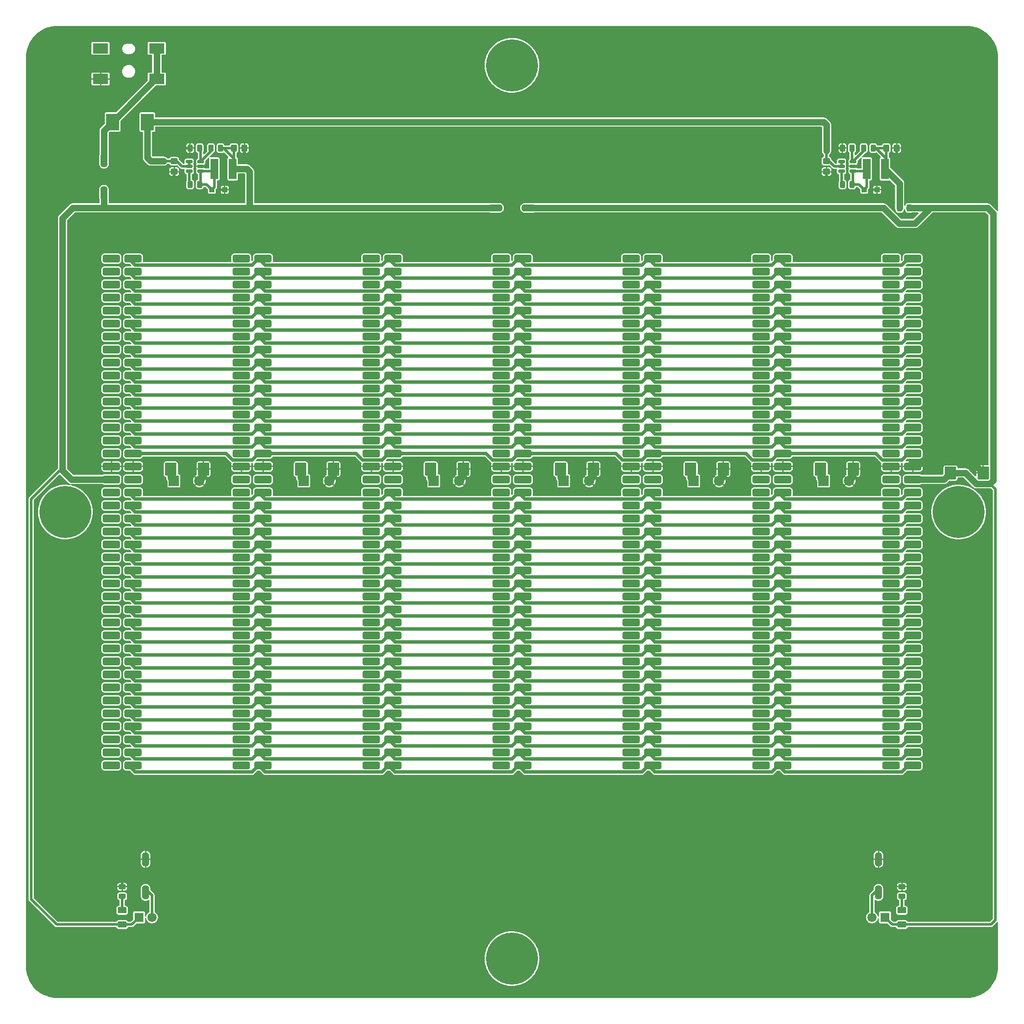
<source format=gbr>
%TF.GenerationSoftware,KiCad,Pcbnew,6.0.1-79c1e3a40b~116~ubuntu20.04.1*%
%TF.CreationDate,2022-02-06T08:21:25-08:00*%
%TF.ProjectId,rc2014-compat-backplane,72633230-3134-42d6-936f-6d7061742d62,rev?*%
%TF.SameCoordinates,Original*%
%TF.FileFunction,Copper,L1,Top*%
%TF.FilePolarity,Positive*%
%FSLAX46Y46*%
G04 Gerber Fmt 4.6, Leading zero omitted, Abs format (unit mm)*
G04 Created by KiCad (PCBNEW 6.0.1-79c1e3a40b~116~ubuntu20.04.1) date 2022-02-06 08:21:25*
%MOMM*%
%LPD*%
G01*
G04 APERTURE LIST*
G04 Aperture macros list*
%AMRoundRect*
0 Rectangle with rounded corners*
0 $1 Rounding radius*
0 $2 $3 $4 $5 $6 $7 $8 $9 X,Y pos of 4 corners*
0 Add a 4 corners polygon primitive as box body*
4,1,4,$2,$3,$4,$5,$6,$7,$8,$9,$2,$3,0*
0 Add four circle primitives for the rounded corners*
1,1,$1+$1,$2,$3*
1,1,$1+$1,$4,$5*
1,1,$1+$1,$6,$7*
1,1,$1+$1,$8,$9*
0 Add four rect primitives between the rounded corners*
20,1,$1+$1,$2,$3,$4,$5,0*
20,1,$1+$1,$4,$5,$6,$7,0*
20,1,$1+$1,$6,$7,$8,$9,0*
20,1,$1+$1,$8,$9,$2,$3,0*%
G04 Aperture macros list end*
%TA.AperFunction,ComponentPad*%
%ADD10O,1.400000X2.800000*%
%TD*%
%TA.AperFunction,ComponentPad*%
%ADD11R,1.800000X1.800000*%
%TD*%
%TA.AperFunction,ComponentPad*%
%ADD12C,1.800000*%
%TD*%
%TA.AperFunction,ComponentPad*%
%ADD13O,2.800000X1.400000*%
%TD*%
%TA.AperFunction,SMDPad,CuDef*%
%ADD14RoundRect,0.250000X-0.875000X-1.025000X0.875000X-1.025000X0.875000X1.025000X-0.875000X1.025000X0*%
%TD*%
%TA.AperFunction,ComponentPad*%
%ADD15R,2.000000X2.000000*%
%TD*%
%TA.AperFunction,ComponentPad*%
%ADD16C,2.000000*%
%TD*%
%TA.AperFunction,SMDPad,CuDef*%
%ADD17RoundRect,0.243750X0.456250X-0.243750X0.456250X0.243750X-0.456250X0.243750X-0.456250X-0.243750X0*%
%TD*%
%TA.AperFunction,SMDPad,CuDef*%
%ADD18RoundRect,0.250000X0.625000X-0.375000X0.625000X0.375000X-0.625000X0.375000X-0.625000X-0.375000X0*%
%TD*%
%TA.AperFunction,SMDPad,CuDef*%
%ADD19R,3.000000X2.000000*%
%TD*%
%TA.AperFunction,SMDPad,CuDef*%
%ADD20RoundRect,0.150000X0.512500X0.150000X-0.512500X0.150000X-0.512500X-0.150000X0.512500X-0.150000X0*%
%TD*%
%TA.AperFunction,SMDPad,CuDef*%
%ADD21RoundRect,0.243750X0.243750X0.456250X-0.243750X0.456250X-0.243750X-0.456250X0.243750X-0.456250X0*%
%TD*%
%TA.AperFunction,SMDPad,CuDef*%
%ADD22RoundRect,0.243750X-0.243750X-0.456250X0.243750X-0.456250X0.243750X0.456250X-0.243750X0.456250X0*%
%TD*%
%TA.AperFunction,SMDPad,CuDef*%
%ADD23R,1.500000X4.000000*%
%TD*%
%TA.AperFunction,SMDPad,CuDef*%
%ADD24R,1.000000X1.000000*%
%TD*%
%TA.AperFunction,SMDPad,CuDef*%
%ADD25R,2.500000X3.300000*%
%TD*%
%TA.AperFunction,SMDPad,CuDef*%
%ADD26RoundRect,0.250000X-0.325000X-0.450000X0.325000X-0.450000X0.325000X0.450000X-0.325000X0.450000X0*%
%TD*%
%TA.AperFunction,SMDPad,CuDef*%
%ADD27RoundRect,0.250000X-0.450000X0.325000X-0.450000X-0.325000X0.450000X-0.325000X0.450000X0.325000X0*%
%TD*%
%TA.AperFunction,ComponentPad*%
%ADD28RoundRect,0.375000X-1.325000X-0.375000X1.325000X-0.375000X1.325000X0.375000X-1.325000X0.375000X0*%
%TD*%
%TA.AperFunction,ViaPad*%
%ADD29C,0.800000*%
%TD*%
%TA.AperFunction,ViaPad*%
%ADD30C,2.540000*%
%TD*%
%TA.AperFunction,ViaPad*%
%ADD31C,10.160000*%
%TD*%
%TA.AperFunction,Conductor*%
%ADD32C,1.270000*%
%TD*%
%TA.AperFunction,Conductor*%
%ADD33C,0.635000*%
%TD*%
%TA.AperFunction,Conductor*%
%ADD34C,0.508000*%
%TD*%
G04 APERTURE END LIST*
D10*
%TO.P,R11,1*%
%TO.N,Net-(D7-Pad2)*%
X185928000Y-188660000D03*
%TO.P,R11,2*%
%TO.N,GND*%
X185928000Y-182180000D03*
%TD*%
%TO.P,R10,1*%
%TO.N,Net-(D6-Pad2)*%
X42672000Y-188660000D03*
%TO.P,R10,2*%
%TO.N,GND*%
X42672000Y-182180000D03*
%TD*%
D11*
%TO.P,D7,1,A*%
%TO.N,+5VB*%
X187203000Y-193548000D03*
D12*
%TO.P,D7,2,K*%
%TO.N,Net-(D7-Pad2)*%
X184663000Y-193548000D03*
%TD*%
D11*
%TO.P,D6,1,A*%
%TO.N,+5VA*%
X41397000Y-193548000D03*
D12*
%TO.P,D6,2,K*%
%TO.N,Net-(D6-Pad2)*%
X43937000Y-193548000D03*
%TD*%
D10*
%TO.P,R1,1*%
%TO.N,Net-(D1-Pad2)*%
X34544000Y-45528000D03*
%TO.P,R1,2*%
%TO.N,+5VA*%
X34544000Y-52008000D03*
%TD*%
D13*
%TO.P,R7,1*%
%TO.N,+5VB*%
X117540000Y-54864000D03*
%TO.P,R7,2*%
%TO.N,+5VA*%
X111060000Y-54864000D03*
%TD*%
D14*
%TO.P,C13,1*%
%TO.N,+5VB*%
X200000000Y-106680000D03*
%TO.P,C13,2*%
%TO.N,GND*%
X206400000Y-106680000D03*
%TD*%
%TO.P,C12,1*%
%TO.N,+5VB*%
X174600000Y-105918000D03*
D15*
X175199000Y-108204000D03*
D14*
%TO.P,C12,2*%
%TO.N,GND*%
X181000000Y-105918000D03*
D16*
X180199000Y-108204000D03*
%TD*%
D14*
%TO.P,C9,1*%
%TO.N,+5VB*%
X149200000Y-105918000D03*
D15*
X149799000Y-108204000D03*
D14*
%TO.P,C9,2*%
%TO.N,GND*%
X155600000Y-105918000D03*
D16*
X154799000Y-108204000D03*
%TD*%
D14*
%TO.P,C6,1*%
%TO.N,+5VA*%
X123800000Y-105918000D03*
D15*
X124399000Y-108204000D03*
D14*
%TO.P,C6,2*%
%TO.N,GND*%
X130200000Y-105918000D03*
D16*
X129399000Y-108204000D03*
%TD*%
D14*
%TO.P,C3,1*%
%TO.N,+5VA*%
X98400000Y-105918000D03*
D15*
X98999000Y-108204000D03*
D14*
%TO.P,C3,2*%
%TO.N,GND*%
X104800000Y-105918000D03*
D16*
X103999000Y-108204000D03*
%TD*%
D14*
%TO.P,C2,1*%
%TO.N,+5VA*%
X73000000Y-105918000D03*
D15*
X73599000Y-108204000D03*
D14*
%TO.P,C2,2*%
%TO.N,GND*%
X79400000Y-105918000D03*
D16*
X78599000Y-108204000D03*
%TD*%
D14*
%TO.P,C1,1*%
%TO.N,+5VA*%
X47600000Y-105918000D03*
D15*
X48199000Y-108204000D03*
D14*
%TO.P,C1,2*%
%TO.N,GND*%
X54000000Y-105918000D03*
D16*
X53199000Y-108204000D03*
%TD*%
D17*
%TO.P,R9,1*%
%TO.N,Net-(D5-Pad2)*%
X190500000Y-189405500D03*
%TO.P,R9,2*%
%TO.N,GND*%
X190500000Y-187530500D03*
%TD*%
%TO.P,R8,1*%
%TO.N,Net-(D4-Pad2)*%
X38100000Y-189405500D03*
%TO.P,R8,2*%
%TO.N,GND*%
X38100000Y-187530500D03*
%TD*%
D18*
%TO.P,D5,1,A*%
%TO.N,+5VB*%
X190500000Y-194948000D03*
%TO.P,D5,2,K*%
%TO.N,Net-(D5-Pad2)*%
X190500000Y-192148000D03*
%TD*%
%TO.P,D4,2,K*%
%TO.N,Net-(D4-Pad2)*%
X38100000Y-192148000D03*
%TO.P,D4,1,A*%
%TO.N,+5VA*%
X38100000Y-194948000D03*
%TD*%
D19*
%TO.P,J1,1*%
%TO.N,Net-(D1-Pad2)*%
X44870000Y-23670000D03*
X44870000Y-29670000D03*
%TO.P,J1,2*%
%TO.N,GND*%
X33870000Y-29670000D03*
%TO.P,J1,3*%
%TO.N,N/C*%
X33870000Y-23670000D03*
%TD*%
D20*
%TO.P,U2,1,BS*%
%TO.N,Net-(C8-Pad2)*%
X180969500Y-47686000D03*
%TO.P,U2,2,GND*%
%TO.N,GND*%
X180969500Y-46736000D03*
%TO.P,U2,3,FB*%
%TO.N,Net-(R3-Pad2)*%
X180969500Y-45786000D03*
%TO.P,U2,4,EN*%
%TO.N,Net-(C4-Pad1)*%
X178694500Y-45786000D03*
%TO.P,U2,5,VIN*%
X178694500Y-46736000D03*
%TO.P,U2,6,SW*%
%TO.N,Net-(C8-Pad1)*%
X178694500Y-47686000D03*
%TD*%
%TO.P,U1,1,BS*%
%TO.N,Net-(C7-Pad2)*%
X53461500Y-47686000D03*
%TO.P,U1,2,GND*%
%TO.N,GND*%
X53461500Y-46736000D03*
%TO.P,U1,3,FB*%
%TO.N,Net-(R2-Pad2)*%
X53461500Y-45786000D03*
%TO.P,U1,4,EN*%
%TO.N,Net-(C4-Pad1)*%
X51186500Y-45786000D03*
%TO.P,U1,5,VIN*%
X51186500Y-46736000D03*
%TO.P,U1,6,SW*%
%TO.N,Net-(C7-Pad1)*%
X51186500Y-47686000D03*
%TD*%
D21*
%TO.P,R6,1*%
%TO.N,+5VB*%
X191945500Y-54864000D03*
%TO.P,R6,2*%
%TO.N,Net-(C11-Pad1)*%
X190070500Y-54864000D03*
%TD*%
D22*
%TO.P,R5,1*%
%TO.N,Net-(R3-Pad2)*%
X183037000Y-43180000D03*
%TO.P,R5,2*%
%TO.N,Net-(C11-Pad1)*%
X184912000Y-43180000D03*
%TD*%
%TO.P,R3,1*%
%TO.N,GND*%
X178894500Y-43180000D03*
%TO.P,R3,2*%
%TO.N,Net-(R3-Pad2)*%
X180769500Y-43180000D03*
%TD*%
D23*
%TO.P,L2,1,1*%
%TO.N,Net-(C8-Pad2)*%
X183620000Y-47244000D03*
%TO.P,L2,2,2*%
%TO.N,Net-(C11-Pad1)*%
X187220000Y-47244000D03*
%TD*%
%TO.P,L1,2,2*%
%TO.N,+5VA*%
X59712000Y-47244000D03*
%TO.P,L1,1,1*%
%TO.N,Net-(C7-Pad2)*%
X56112000Y-47244000D03*
%TD*%
D24*
%TO.P,D3,1,K*%
%TO.N,Net-(C8-Pad2)*%
X183154000Y-51308000D03*
%TO.P,D3,2,A*%
%TO.N,GND*%
X185654000Y-51308000D03*
%TD*%
%TO.P,D2,1,K*%
%TO.N,Net-(C7-Pad2)*%
X55646000Y-51308000D03*
%TO.P,D2,2,A*%
%TO.N,GND*%
X58146000Y-51308000D03*
%TD*%
D25*
%TO.P,D1,1,K*%
%TO.N,Net-(C4-Pad1)*%
X43024000Y-38100000D03*
%TO.P,D1,2,A*%
%TO.N,Net-(D1-Pad2)*%
X36224000Y-38100000D03*
%TD*%
D26*
%TO.P,C11,1*%
%TO.N,Net-(C11-Pad1)*%
X187443000Y-43180000D03*
%TO.P,C11,2*%
%TO.N,GND*%
X189493000Y-43180000D03*
%TD*%
D22*
%TO.P,C8,1*%
%TO.N,Net-(C8-Pad1)*%
X178894500Y-50292000D03*
%TO.P,C8,2*%
%TO.N,Net-(C8-Pad2)*%
X180769500Y-50292000D03*
%TD*%
D27*
%TO.P,C5,1*%
%TO.N,Net-(C4-Pad1)*%
X175768000Y-45711000D03*
%TO.P,C5,2*%
%TO.N,GND*%
X175768000Y-47761000D03*
%TD*%
D28*
%TO.P,J4,1,SPARE9*%
%TO.N,SPARE9*%
X61380000Y-64770000D03*
%TO.P,J4,2,SPARE10*%
%TO.N,SPARE10*%
X61380000Y-67310000D03*
%TO.P,J4,3,SPARE11*%
%TO.N,SPARE11*%
X61380000Y-69850000D03*
%TO.P,J4,4,SPARE12*%
%TO.N,SPARE12*%
X61380000Y-72390000D03*
%TO.P,J4,5,SPARE13*%
%TO.N,SPARE13*%
X61380000Y-74930000D03*
%TO.P,J4,6,SPARE14*%
%TO.N,SPARE14*%
X61380000Y-77470000D03*
%TO.P,J4,7,SPARE15*%
%TO.N,SPARE15*%
X61380000Y-80010000D03*
%TO.P,J4,8,SPARE16*%
%TO.N,SPARE16*%
X61380000Y-82550000D03*
%TO.P,J4,9,SPARE17*%
%TO.N,SPARE17*%
X61380000Y-85090000D03*
%TO.P,J4,10,SPARE18*%
%TO.N,SPARE18*%
X61380000Y-87630000D03*
%TO.P,J4,11,SPARE19*%
%TO.N,SPARE19*%
X61380000Y-90170000D03*
%TO.P,J4,12,SPARE20*%
%TO.N,SPARE20*%
X61380000Y-92710000D03*
%TO.P,J4,13,SPARE21*%
%TO.N,SPARE21*%
X61380000Y-95250000D03*
%TO.P,J4,14,SPARE22*%
%TO.N,SPARE22*%
X61380000Y-97790000D03*
%TO.P,J4,15,SPARE23*%
%TO.N,SPARE23*%
X61380000Y-100330000D03*
%TO.P,J4,16,SPARE24*%
%TO.N,SPARE24*%
X61380000Y-102870000D03*
%TO.P,J4,17,GND*%
%TO.N,GND*%
X61380000Y-105410000D03*
%TO.P,J4,18,+5V*%
%TO.N,+5VA*%
X61380000Y-107950000D03*
%TO.P,J4,19,/RFSH*%
%TO.N,{slash}RFSH*%
X61380000Y-110490000D03*
%TO.P,J4,20,/RST2*%
%TO.N,{slash}RST2*%
X61380000Y-113030000D03*
%TO.P,J4,21,CLK2*%
%TO.N,CLK2*%
X61380000Y-115570000D03*
%TO.P,J4,22,/BUSACK*%
%TO.N,{slash}BUSACK*%
X61380000Y-118110000D03*
%TO.P,J4,23,/HALT*%
%TO.N,{slash}HALT*%
X61380000Y-120650000D03*
%TO.P,J4,24,/BUSRQ*%
%TO.N,{slash}BUSRQ*%
X61380000Y-123190000D03*
%TO.P,J4,25,/WAIT*%
%TO.N,{slash}WAIT*%
X61380000Y-125730000D03*
%TO.P,J4,26,/NMI*%
%TO.N,{slash}NMI*%
X61380000Y-128270000D03*
%TO.P,J4,27,D8*%
%TO.N,D8*%
X61380000Y-130810000D03*
%TO.P,J4,28,D9*%
%TO.N,D9*%
X61380000Y-133350000D03*
%TO.P,J4,29,D10*%
%TO.N,D10*%
X61380000Y-135890000D03*
%TO.P,J4,30,D11*%
%TO.N,D11*%
X61380000Y-138430000D03*
%TO.P,J4,31,D12*%
%TO.N,D12*%
X61380000Y-140970000D03*
%TO.P,J4,32,D13*%
%TO.N,D13*%
X61380000Y-143510000D03*
%TO.P,J4,33,D14*%
%TO.N,D14*%
X61380000Y-146050000D03*
%TO.P,J4,34,D15*%
%TO.N,D15*%
X61380000Y-148590000D03*
%TO.P,J4,35,TX2*%
%TO.N,TX2*%
X61380000Y-151130000D03*
%TO.P,J4,36,RX2*%
%TO.N,RX2*%
X61380000Y-153670000D03*
%TO.P,J4,37,SPARE5*%
%TO.N,SPARE5*%
X61380000Y-156210000D03*
%TO.P,J4,38,SPARE6*%
%TO.N,SPARE6*%
X61380000Y-158750000D03*
%TO.P,J4,39,SPARE7*%
%TO.N,SPARE7*%
X61380000Y-161290000D03*
%TO.P,J4,40,SPARE8*%
%TO.N,SPARE8*%
X61380000Y-163830000D03*
%TD*%
%TO.P,J13,1,A15*%
%TO.N,A15*%
X167220000Y-64770000D03*
%TO.P,J13,2,A14*%
%TO.N,A14*%
X167220000Y-67310000D03*
%TO.P,J13,3,A13*%
%TO.N,A13*%
X167220000Y-69850000D03*
%TO.P,J13,4,A12*%
%TO.N,A12*%
X167220000Y-72390000D03*
%TO.P,J13,5,A11*%
%TO.N,A11*%
X167220000Y-74930000D03*
%TO.P,J13,6,A10*%
%TO.N,A10*%
X167220000Y-77470000D03*
%TO.P,J13,7,A9*%
%TO.N,A9*%
X167220000Y-80010000D03*
%TO.P,J13,8,A8*%
%TO.N,A8*%
X167220000Y-82550000D03*
%TO.P,J13,9,A7*%
%TO.N,A7*%
X167220000Y-85090000D03*
%TO.P,J13,10,A6*%
%TO.N,A6*%
X167220000Y-87630000D03*
%TO.P,J13,11,A5*%
%TO.N,A5*%
X167220000Y-90170000D03*
%TO.P,J13,12,A4*%
%TO.N,A4*%
X167220000Y-92710000D03*
%TO.P,J13,13,A3*%
%TO.N,A3*%
X167220000Y-95250000D03*
%TO.P,J13,14,A2*%
%TO.N,A2*%
X167220000Y-97790000D03*
%TO.P,J13,15,A1*%
%TO.N,A1*%
X167220000Y-100330000D03*
%TO.P,J13,16,A0*%
%TO.N,A0*%
X167220000Y-102870000D03*
%TO.P,J13,17,GND*%
%TO.N,GND*%
X167220000Y-105410000D03*
%TO.P,J13,18,+5V*%
%TO.N,+5VB*%
X167220000Y-107950000D03*
%TO.P,J13,19,/M1*%
%TO.N,{slash}M1*%
X167220000Y-110490000D03*
%TO.P,J13,20,/RESET*%
%TO.N,{slash}RESET*%
X167220000Y-113030000D03*
%TO.P,J13,21,CLK*%
%TO.N,CLK*%
X167220000Y-115570000D03*
%TO.P,J13,22,/INT*%
%TO.N,{slash}INT*%
X167220000Y-118110000D03*
%TO.P,J13,23,/MREQ*%
%TO.N,{slash}MREQ*%
X167220000Y-120650000D03*
%TO.P,J13,24,/WR*%
%TO.N,{slash}WR*%
X167220000Y-123190000D03*
%TO.P,J13,25,/RD*%
%TO.N,{slash}RD*%
X167220000Y-125730000D03*
%TO.P,J13,26,/IORQ*%
%TO.N,{slash}IORQ*%
X167220000Y-128270000D03*
%TO.P,J13,27,D0*%
%TO.N,D0*%
X167220000Y-130810000D03*
%TO.P,J13,28,D1*%
%TO.N,D1*%
X167220000Y-133350000D03*
%TO.P,J13,29,D2*%
%TO.N,D2*%
X167220000Y-135890000D03*
%TO.P,J13,30,D3*%
%TO.N,D3*%
X167220000Y-138430000D03*
%TO.P,J13,31,D4*%
%TO.N,D4*%
X167220000Y-140970000D03*
%TO.P,J13,32,D5*%
%TO.N,D5*%
X167220000Y-143510000D03*
%TO.P,J13,33,D6*%
%TO.N,D6*%
X167220000Y-146050000D03*
%TO.P,J13,34,D7*%
%TO.N,D7*%
X167220000Y-148590000D03*
%TO.P,J13,35,TX*%
%TO.N,TX*%
X167220000Y-151130000D03*
%TO.P,J13,36,RX*%
%TO.N,RX*%
X167220000Y-153670000D03*
%TO.P,J13,37,SPARE1*%
%TO.N,SPARE1*%
X167220000Y-156210000D03*
%TO.P,J13,38,SPARE2*%
%TO.N,SPARE2*%
X167220000Y-158750000D03*
%TO.P,J13,39,SPARE3*%
%TO.N,SPARE3*%
X167220000Y-161290000D03*
%TO.P,J13,40,SPARE4*%
%TO.N,SPARE4*%
X167220000Y-163830000D03*
%TD*%
D22*
%TO.P,R4,1*%
%TO.N,Net-(R2-Pad2)*%
X55450500Y-43180000D03*
%TO.P,R4,2*%
%TO.N,+5VA*%
X57325500Y-43180000D03*
%TD*%
D28*
%TO.P,J11,1,A15*%
%TO.N,A15*%
X141820000Y-64770000D03*
%TO.P,J11,2,A14*%
%TO.N,A14*%
X141820000Y-67310000D03*
%TO.P,J11,3,A13*%
%TO.N,A13*%
X141820000Y-69850000D03*
%TO.P,J11,4,A12*%
%TO.N,A12*%
X141820000Y-72390000D03*
%TO.P,J11,5,A11*%
%TO.N,A11*%
X141820000Y-74930000D03*
%TO.P,J11,6,A10*%
%TO.N,A10*%
X141820000Y-77470000D03*
%TO.P,J11,7,A9*%
%TO.N,A9*%
X141820000Y-80010000D03*
%TO.P,J11,8,A8*%
%TO.N,A8*%
X141820000Y-82550000D03*
%TO.P,J11,9,A7*%
%TO.N,A7*%
X141820000Y-85090000D03*
%TO.P,J11,10,A6*%
%TO.N,A6*%
X141820000Y-87630000D03*
%TO.P,J11,11,A5*%
%TO.N,A5*%
X141820000Y-90170000D03*
%TO.P,J11,12,A4*%
%TO.N,A4*%
X141820000Y-92710000D03*
%TO.P,J11,13,A3*%
%TO.N,A3*%
X141820000Y-95250000D03*
%TO.P,J11,14,A2*%
%TO.N,A2*%
X141820000Y-97790000D03*
%TO.P,J11,15,A1*%
%TO.N,A1*%
X141820000Y-100330000D03*
%TO.P,J11,16,A0*%
%TO.N,A0*%
X141820000Y-102870000D03*
%TO.P,J11,17,GND*%
%TO.N,GND*%
X141820000Y-105410000D03*
%TO.P,J11,18,+5V*%
%TO.N,+5VB*%
X141820000Y-107950000D03*
%TO.P,J11,19,/M1*%
%TO.N,{slash}M1*%
X141820000Y-110490000D03*
%TO.P,J11,20,/RESET*%
%TO.N,{slash}RESET*%
X141820000Y-113030000D03*
%TO.P,J11,21,CLK*%
%TO.N,CLK*%
X141820000Y-115570000D03*
%TO.P,J11,22,/INT*%
%TO.N,{slash}INT*%
X141820000Y-118110000D03*
%TO.P,J11,23,/MREQ*%
%TO.N,{slash}MREQ*%
X141820000Y-120650000D03*
%TO.P,J11,24,/WR*%
%TO.N,{slash}WR*%
X141820000Y-123190000D03*
%TO.P,J11,25,/RD*%
%TO.N,{slash}RD*%
X141820000Y-125730000D03*
%TO.P,J11,26,/IORQ*%
%TO.N,{slash}IORQ*%
X141820000Y-128270000D03*
%TO.P,J11,27,D0*%
%TO.N,D0*%
X141820000Y-130810000D03*
%TO.P,J11,28,D1*%
%TO.N,D1*%
X141820000Y-133350000D03*
%TO.P,J11,29,D2*%
%TO.N,D2*%
X141820000Y-135890000D03*
%TO.P,J11,30,D3*%
%TO.N,D3*%
X141820000Y-138430000D03*
%TO.P,J11,31,D4*%
%TO.N,D4*%
X141820000Y-140970000D03*
%TO.P,J11,32,D5*%
%TO.N,D5*%
X141820000Y-143510000D03*
%TO.P,J11,33,D6*%
%TO.N,D6*%
X141820000Y-146050000D03*
%TO.P,J11,34,D7*%
%TO.N,D7*%
X141820000Y-148590000D03*
%TO.P,J11,35,TX*%
%TO.N,TX*%
X141820000Y-151130000D03*
%TO.P,J11,36,RX*%
%TO.N,RX*%
X141820000Y-153670000D03*
%TO.P,J11,37,SPARE1*%
%TO.N,SPARE1*%
X141820000Y-156210000D03*
%TO.P,J11,38,SPARE2*%
%TO.N,SPARE2*%
X141820000Y-158750000D03*
%TO.P,J11,39,SPARE3*%
%TO.N,SPARE3*%
X141820000Y-161290000D03*
%TO.P,J11,40,SPARE4*%
%TO.N,SPARE4*%
X141820000Y-163830000D03*
%TD*%
%TO.P,J10,1,SPARE9*%
%TO.N,SPARE9*%
X137580000Y-64770000D03*
%TO.P,J10,2,SPARE10*%
%TO.N,SPARE10*%
X137580000Y-67310000D03*
%TO.P,J10,3,SPARE11*%
%TO.N,SPARE11*%
X137580000Y-69850000D03*
%TO.P,J10,4,SPARE12*%
%TO.N,SPARE12*%
X137580000Y-72390000D03*
%TO.P,J10,5,SPARE13*%
%TO.N,SPARE13*%
X137580000Y-74930000D03*
%TO.P,J10,6,SPARE14*%
%TO.N,SPARE14*%
X137580000Y-77470000D03*
%TO.P,J10,7,SPARE15*%
%TO.N,SPARE15*%
X137580000Y-80010000D03*
%TO.P,J10,8,SPARE16*%
%TO.N,SPARE16*%
X137580000Y-82550000D03*
%TO.P,J10,9,SPARE17*%
%TO.N,SPARE17*%
X137580000Y-85090000D03*
%TO.P,J10,10,SPARE18*%
%TO.N,SPARE18*%
X137580000Y-87630000D03*
%TO.P,J10,11,SPARE19*%
%TO.N,SPARE19*%
X137580000Y-90170000D03*
%TO.P,J10,12,SPARE20*%
%TO.N,SPARE20*%
X137580000Y-92710000D03*
%TO.P,J10,13,SPARE21*%
%TO.N,SPARE21*%
X137580000Y-95250000D03*
%TO.P,J10,14,SPARE22*%
%TO.N,SPARE22*%
X137580000Y-97790000D03*
%TO.P,J10,15,SPARE23*%
%TO.N,SPARE23*%
X137580000Y-100330000D03*
%TO.P,J10,16,SPARE24*%
%TO.N,SPARE24*%
X137580000Y-102870000D03*
%TO.P,J10,17,GND*%
%TO.N,GND*%
X137580000Y-105410000D03*
%TO.P,J10,18,+5V*%
%TO.N,+5VB*%
X137580000Y-107950000D03*
%TO.P,J10,19,/RFSH*%
%TO.N,{slash}RFSH*%
X137580000Y-110490000D03*
%TO.P,J10,20,/RST2*%
%TO.N,{slash}RST2*%
X137580000Y-113030000D03*
%TO.P,J10,21,CLK2*%
%TO.N,CLK2*%
X137580000Y-115570000D03*
%TO.P,J10,22,/BUSACK*%
%TO.N,{slash}BUSACK*%
X137580000Y-118110000D03*
%TO.P,J10,23,/HALT*%
%TO.N,{slash}HALT*%
X137580000Y-120650000D03*
%TO.P,J10,24,/BUSRQ*%
%TO.N,{slash}BUSRQ*%
X137580000Y-123190000D03*
%TO.P,J10,25,/WAIT*%
%TO.N,{slash}WAIT*%
X137580000Y-125730000D03*
%TO.P,J10,26,/NMI*%
%TO.N,{slash}NMI*%
X137580000Y-128270000D03*
%TO.P,J10,27,D8*%
%TO.N,D8*%
X137580000Y-130810000D03*
%TO.P,J10,28,D9*%
%TO.N,D9*%
X137580000Y-133350000D03*
%TO.P,J10,29,D10*%
%TO.N,D10*%
X137580000Y-135890000D03*
%TO.P,J10,30,D11*%
%TO.N,D11*%
X137580000Y-138430000D03*
%TO.P,J10,31,D12*%
%TO.N,D12*%
X137580000Y-140970000D03*
%TO.P,J10,32,D13*%
%TO.N,D13*%
X137580000Y-143510000D03*
%TO.P,J10,33,D14*%
%TO.N,D14*%
X137580000Y-146050000D03*
%TO.P,J10,34,D15*%
%TO.N,D15*%
X137580000Y-148590000D03*
%TO.P,J10,35,TX2*%
%TO.N,TX2*%
X137580000Y-151130000D03*
%TO.P,J10,36,RX2*%
%TO.N,RX2*%
X137580000Y-153670000D03*
%TO.P,J10,37,SPARE5*%
%TO.N,SPARE5*%
X137580000Y-156210000D03*
%TO.P,J10,38,SPARE6*%
%TO.N,SPARE6*%
X137580000Y-158750000D03*
%TO.P,J10,39,SPARE7*%
%TO.N,SPARE7*%
X137580000Y-161290000D03*
%TO.P,J10,40,SPARE8*%
%TO.N,SPARE8*%
X137580000Y-163830000D03*
%TD*%
%TO.P,J14,1,SPARE9*%
%TO.N,SPARE9*%
X188380000Y-64770000D03*
%TO.P,J14,2,SPARE10*%
%TO.N,SPARE10*%
X188380000Y-67310000D03*
%TO.P,J14,3,SPARE11*%
%TO.N,SPARE11*%
X188380000Y-69850000D03*
%TO.P,J14,4,SPARE12*%
%TO.N,SPARE12*%
X188380000Y-72390000D03*
%TO.P,J14,5,SPARE13*%
%TO.N,SPARE13*%
X188380000Y-74930000D03*
%TO.P,J14,6,SPARE14*%
%TO.N,SPARE14*%
X188380000Y-77470000D03*
%TO.P,J14,7,SPARE15*%
%TO.N,SPARE15*%
X188380000Y-80010000D03*
%TO.P,J14,8,SPARE16*%
%TO.N,SPARE16*%
X188380000Y-82550000D03*
%TO.P,J14,9,SPARE17*%
%TO.N,SPARE17*%
X188380000Y-85090000D03*
%TO.P,J14,10,SPARE18*%
%TO.N,SPARE18*%
X188380000Y-87630000D03*
%TO.P,J14,11,SPARE19*%
%TO.N,SPARE19*%
X188380000Y-90170000D03*
%TO.P,J14,12,SPARE20*%
%TO.N,SPARE20*%
X188380000Y-92710000D03*
%TO.P,J14,13,SPARE21*%
%TO.N,SPARE21*%
X188380000Y-95250000D03*
%TO.P,J14,14,SPARE22*%
%TO.N,SPARE22*%
X188380000Y-97790000D03*
%TO.P,J14,15,SPARE23*%
%TO.N,SPARE23*%
X188380000Y-100330000D03*
%TO.P,J14,16,SPARE24*%
%TO.N,SPARE24*%
X188380000Y-102870000D03*
%TO.P,J14,17,GND*%
%TO.N,GND*%
X188380000Y-105410000D03*
%TO.P,J14,18,+5V*%
%TO.N,+5VB*%
X188380000Y-107950000D03*
%TO.P,J14,19,/RFSH*%
%TO.N,{slash}RFSH*%
X188380000Y-110490000D03*
%TO.P,J14,20,/RST2*%
%TO.N,{slash}RST2*%
X188380000Y-113030000D03*
%TO.P,J14,21,CLK2*%
%TO.N,CLK2*%
X188380000Y-115570000D03*
%TO.P,J14,22,/BUSACK*%
%TO.N,{slash}BUSACK*%
X188380000Y-118110000D03*
%TO.P,J14,23,/HALT*%
%TO.N,{slash}HALT*%
X188380000Y-120650000D03*
%TO.P,J14,24,/BUSRQ*%
%TO.N,{slash}BUSRQ*%
X188380000Y-123190000D03*
%TO.P,J14,25,/WAIT*%
%TO.N,{slash}WAIT*%
X188380000Y-125730000D03*
%TO.P,J14,26,/NMI*%
%TO.N,{slash}NMI*%
X188380000Y-128270000D03*
%TO.P,J14,27,D8*%
%TO.N,D8*%
X188380000Y-130810000D03*
%TO.P,J14,28,D9*%
%TO.N,D9*%
X188380000Y-133350000D03*
%TO.P,J14,29,D10*%
%TO.N,D10*%
X188380000Y-135890000D03*
%TO.P,J14,30,D11*%
%TO.N,D11*%
X188380000Y-138430000D03*
%TO.P,J14,31,D12*%
%TO.N,D12*%
X188380000Y-140970000D03*
%TO.P,J14,32,D13*%
%TO.N,D13*%
X188380000Y-143510000D03*
%TO.P,J14,33,D14*%
%TO.N,D14*%
X188380000Y-146050000D03*
%TO.P,J14,34,D15*%
%TO.N,D15*%
X188380000Y-148590000D03*
%TO.P,J14,35,TX2*%
%TO.N,TX2*%
X188380000Y-151130000D03*
%TO.P,J14,36,RX2*%
%TO.N,RX2*%
X188380000Y-153670000D03*
%TO.P,J14,37,SPARE5*%
%TO.N,SPARE5*%
X188380000Y-156210000D03*
%TO.P,J14,38,SPARE6*%
%TO.N,SPARE6*%
X188380000Y-158750000D03*
%TO.P,J14,39,SPARE7*%
%TO.N,SPARE7*%
X188380000Y-161290000D03*
%TO.P,J14,40,SPARE8*%
%TO.N,SPARE8*%
X188380000Y-163830000D03*
%TD*%
D22*
%TO.P,C7,1*%
%TO.N,Net-(C7-Pad1)*%
X51386500Y-50292000D03*
%TO.P,C7,2*%
%TO.N,Net-(C7-Pad2)*%
X53261500Y-50292000D03*
%TD*%
%TO.P,R2,1*%
%TO.N,GND*%
X51386500Y-43180000D03*
%TO.P,R2,2*%
%TO.N,Net-(R2-Pad2)*%
X53261500Y-43180000D03*
%TD*%
D26*
%TO.P,C10,1*%
%TO.N,+5VA*%
X59935000Y-43180000D03*
%TO.P,C10,2*%
%TO.N,GND*%
X61985000Y-43180000D03*
%TD*%
D28*
%TO.P,J15,1,A15*%
%TO.N,A15*%
X192620000Y-64770000D03*
%TO.P,J15,2,A14*%
%TO.N,A14*%
X192620000Y-67310000D03*
%TO.P,J15,3,A13*%
%TO.N,A13*%
X192620000Y-69850000D03*
%TO.P,J15,4,A12*%
%TO.N,A12*%
X192620000Y-72390000D03*
%TO.P,J15,5,A11*%
%TO.N,A11*%
X192620000Y-74930000D03*
%TO.P,J15,6,A10*%
%TO.N,A10*%
X192620000Y-77470000D03*
%TO.P,J15,7,A9*%
%TO.N,A9*%
X192620000Y-80010000D03*
%TO.P,J15,8,A8*%
%TO.N,A8*%
X192620000Y-82550000D03*
%TO.P,J15,9,A7*%
%TO.N,A7*%
X192620000Y-85090000D03*
%TO.P,J15,10,A6*%
%TO.N,A6*%
X192620000Y-87630000D03*
%TO.P,J15,11,A5*%
%TO.N,A5*%
X192620000Y-90170000D03*
%TO.P,J15,12,A4*%
%TO.N,A4*%
X192620000Y-92710000D03*
%TO.P,J15,13,A3*%
%TO.N,A3*%
X192620000Y-95250000D03*
%TO.P,J15,14,A2*%
%TO.N,A2*%
X192620000Y-97790000D03*
%TO.P,J15,15,A1*%
%TO.N,A1*%
X192620000Y-100330000D03*
%TO.P,J15,16,A0*%
%TO.N,A0*%
X192620000Y-102870000D03*
%TO.P,J15,17,GND*%
%TO.N,GND*%
X192620000Y-105410000D03*
%TO.P,J15,18,+5V*%
%TO.N,+5VB*%
X192620000Y-107950000D03*
%TO.P,J15,19,/M1*%
%TO.N,{slash}M1*%
X192620000Y-110490000D03*
%TO.P,J15,20,/RESET*%
%TO.N,{slash}RESET*%
X192620000Y-113030000D03*
%TO.P,J15,21,CLK*%
%TO.N,CLK*%
X192620000Y-115570000D03*
%TO.P,J15,22,/INT*%
%TO.N,{slash}INT*%
X192620000Y-118110000D03*
%TO.P,J15,23,/MREQ*%
%TO.N,{slash}MREQ*%
X192620000Y-120650000D03*
%TO.P,J15,24,/WR*%
%TO.N,{slash}WR*%
X192620000Y-123190000D03*
%TO.P,J15,25,/RD*%
%TO.N,{slash}RD*%
X192620000Y-125730000D03*
%TO.P,J15,26,/IORQ*%
%TO.N,{slash}IORQ*%
X192620000Y-128270000D03*
%TO.P,J15,27,D0*%
%TO.N,D0*%
X192620000Y-130810000D03*
%TO.P,J15,28,D1*%
%TO.N,D1*%
X192620000Y-133350000D03*
%TO.P,J15,29,D2*%
%TO.N,D2*%
X192620000Y-135890000D03*
%TO.P,J15,30,D3*%
%TO.N,D3*%
X192620000Y-138430000D03*
%TO.P,J15,31,D4*%
%TO.N,D4*%
X192620000Y-140970000D03*
%TO.P,J15,32,D5*%
%TO.N,D5*%
X192620000Y-143510000D03*
%TO.P,J15,33,D6*%
%TO.N,D6*%
X192620000Y-146050000D03*
%TO.P,J15,34,D7*%
%TO.N,D7*%
X192620000Y-148590000D03*
%TO.P,J15,35,TX*%
%TO.N,TX*%
X192620000Y-151130000D03*
%TO.P,J15,36,RX*%
%TO.N,RX*%
X192620000Y-153670000D03*
%TO.P,J15,37,SPARE1*%
%TO.N,SPARE1*%
X192620000Y-156210000D03*
%TO.P,J15,38,SPARE2*%
%TO.N,SPARE2*%
X192620000Y-158750000D03*
%TO.P,J15,39,SPARE3*%
%TO.N,SPARE3*%
X192620000Y-161290000D03*
%TO.P,J15,40,SPARE4*%
%TO.N,SPARE4*%
X192620000Y-163830000D03*
%TD*%
%TO.P,J3,1,A15*%
%TO.N,A15*%
X40220000Y-64770000D03*
%TO.P,J3,2,A14*%
%TO.N,A14*%
X40220000Y-67310000D03*
%TO.P,J3,3,A13*%
%TO.N,A13*%
X40220000Y-69850000D03*
%TO.P,J3,4,A12*%
%TO.N,A12*%
X40220000Y-72390000D03*
%TO.P,J3,5,A11*%
%TO.N,A11*%
X40220000Y-74930000D03*
%TO.P,J3,6,A10*%
%TO.N,A10*%
X40220000Y-77470000D03*
%TO.P,J3,7,A9*%
%TO.N,A9*%
X40220000Y-80010000D03*
%TO.P,J3,8,A8*%
%TO.N,A8*%
X40220000Y-82550000D03*
%TO.P,J3,9,A7*%
%TO.N,A7*%
X40220000Y-85090000D03*
%TO.P,J3,10,A6*%
%TO.N,A6*%
X40220000Y-87630000D03*
%TO.P,J3,11,A5*%
%TO.N,A5*%
X40220000Y-90170000D03*
%TO.P,J3,12,A4*%
%TO.N,A4*%
X40220000Y-92710000D03*
%TO.P,J3,13,A3*%
%TO.N,A3*%
X40220000Y-95250000D03*
%TO.P,J3,14,A2*%
%TO.N,A2*%
X40220000Y-97790000D03*
%TO.P,J3,15,A1*%
%TO.N,A1*%
X40220000Y-100330000D03*
%TO.P,J3,16,A0*%
%TO.N,A0*%
X40220000Y-102870000D03*
%TO.P,J3,17,GND*%
%TO.N,GND*%
X40220000Y-105410000D03*
%TO.P,J3,18,+5V*%
%TO.N,+5VA*%
X40220000Y-107950000D03*
%TO.P,J3,19,/M1*%
%TO.N,{slash}M1*%
X40220000Y-110490000D03*
%TO.P,J3,20,/RESET*%
%TO.N,{slash}RESET*%
X40220000Y-113030000D03*
%TO.P,J3,21,CLK*%
%TO.N,CLK*%
X40220000Y-115570000D03*
%TO.P,J3,22,/INT*%
%TO.N,{slash}INT*%
X40220000Y-118110000D03*
%TO.P,J3,23,/MREQ*%
%TO.N,{slash}MREQ*%
X40220000Y-120650000D03*
%TO.P,J3,24,/WR*%
%TO.N,{slash}WR*%
X40220000Y-123190000D03*
%TO.P,J3,25,/RD*%
%TO.N,{slash}RD*%
X40220000Y-125730000D03*
%TO.P,J3,26,/IORQ*%
%TO.N,{slash}IORQ*%
X40220000Y-128270000D03*
%TO.P,J3,27,D0*%
%TO.N,D0*%
X40220000Y-130810000D03*
%TO.P,J3,28,D1*%
%TO.N,D1*%
X40220000Y-133350000D03*
%TO.P,J3,29,D2*%
%TO.N,D2*%
X40220000Y-135890000D03*
%TO.P,J3,30,D3*%
%TO.N,D3*%
X40220000Y-138430000D03*
%TO.P,J3,31,D4*%
%TO.N,D4*%
X40220000Y-140970000D03*
%TO.P,J3,32,D5*%
%TO.N,D5*%
X40220000Y-143510000D03*
%TO.P,J3,33,D6*%
%TO.N,D6*%
X40220000Y-146050000D03*
%TO.P,J3,34,D7*%
%TO.N,D7*%
X40220000Y-148590000D03*
%TO.P,J3,35,TX*%
%TO.N,TX*%
X40220000Y-151130000D03*
%TO.P,J3,36,RX*%
%TO.N,RX*%
X40220000Y-153670000D03*
%TO.P,J3,37,SPARE1*%
%TO.N,SPARE1*%
X40220000Y-156210000D03*
%TO.P,J3,38,SPARE2*%
%TO.N,SPARE2*%
X40220000Y-158750000D03*
%TO.P,J3,39,SPARE3*%
%TO.N,SPARE3*%
X40220000Y-161290000D03*
%TO.P,J3,40,SPARE4*%
%TO.N,SPARE4*%
X40220000Y-163830000D03*
%TD*%
%TO.P,J12,1,SPARE9*%
%TO.N,SPARE9*%
X162980000Y-64770000D03*
%TO.P,J12,2,SPARE10*%
%TO.N,SPARE10*%
X162980000Y-67310000D03*
%TO.P,J12,3,SPARE11*%
%TO.N,SPARE11*%
X162980000Y-69850000D03*
%TO.P,J12,4,SPARE12*%
%TO.N,SPARE12*%
X162980000Y-72390000D03*
%TO.P,J12,5,SPARE13*%
%TO.N,SPARE13*%
X162980000Y-74930000D03*
%TO.P,J12,6,SPARE14*%
%TO.N,SPARE14*%
X162980000Y-77470000D03*
%TO.P,J12,7,SPARE15*%
%TO.N,SPARE15*%
X162980000Y-80010000D03*
%TO.P,J12,8,SPARE16*%
%TO.N,SPARE16*%
X162980000Y-82550000D03*
%TO.P,J12,9,SPARE17*%
%TO.N,SPARE17*%
X162980000Y-85090000D03*
%TO.P,J12,10,SPARE18*%
%TO.N,SPARE18*%
X162980000Y-87630000D03*
%TO.P,J12,11,SPARE19*%
%TO.N,SPARE19*%
X162980000Y-90170000D03*
%TO.P,J12,12,SPARE20*%
%TO.N,SPARE20*%
X162980000Y-92710000D03*
%TO.P,J12,13,SPARE21*%
%TO.N,SPARE21*%
X162980000Y-95250000D03*
%TO.P,J12,14,SPARE22*%
%TO.N,SPARE22*%
X162980000Y-97790000D03*
%TO.P,J12,15,SPARE23*%
%TO.N,SPARE23*%
X162980000Y-100330000D03*
%TO.P,J12,16,SPARE24*%
%TO.N,SPARE24*%
X162980000Y-102870000D03*
%TO.P,J12,17,GND*%
%TO.N,GND*%
X162980000Y-105410000D03*
%TO.P,J12,18,+5V*%
%TO.N,+5VB*%
X162980000Y-107950000D03*
%TO.P,J12,19,/RFSH*%
%TO.N,{slash}RFSH*%
X162980000Y-110490000D03*
%TO.P,J12,20,/RST2*%
%TO.N,{slash}RST2*%
X162980000Y-113030000D03*
%TO.P,J12,21,CLK2*%
%TO.N,CLK2*%
X162980000Y-115570000D03*
%TO.P,J12,22,/BUSACK*%
%TO.N,{slash}BUSACK*%
X162980000Y-118110000D03*
%TO.P,J12,23,/HALT*%
%TO.N,{slash}HALT*%
X162980000Y-120650000D03*
%TO.P,J12,24,/BUSRQ*%
%TO.N,{slash}BUSRQ*%
X162980000Y-123190000D03*
%TO.P,J12,25,/WAIT*%
%TO.N,{slash}WAIT*%
X162980000Y-125730000D03*
%TO.P,J12,26,/NMI*%
%TO.N,{slash}NMI*%
X162980000Y-128270000D03*
%TO.P,J12,27,D8*%
%TO.N,D8*%
X162980000Y-130810000D03*
%TO.P,J12,28,D9*%
%TO.N,D9*%
X162980000Y-133350000D03*
%TO.P,J12,29,D10*%
%TO.N,D10*%
X162980000Y-135890000D03*
%TO.P,J12,30,D11*%
%TO.N,D11*%
X162980000Y-138430000D03*
%TO.P,J12,31,D12*%
%TO.N,D12*%
X162980000Y-140970000D03*
%TO.P,J12,32,D13*%
%TO.N,D13*%
X162980000Y-143510000D03*
%TO.P,J12,33,D14*%
%TO.N,D14*%
X162980000Y-146050000D03*
%TO.P,J12,34,D15*%
%TO.N,D15*%
X162980000Y-148590000D03*
%TO.P,J12,35,TX2*%
%TO.N,TX2*%
X162980000Y-151130000D03*
%TO.P,J12,36,RX2*%
%TO.N,RX2*%
X162980000Y-153670000D03*
%TO.P,J12,37,SPARE5*%
%TO.N,SPARE5*%
X162980000Y-156210000D03*
%TO.P,J12,38,SPARE6*%
%TO.N,SPARE6*%
X162980000Y-158750000D03*
%TO.P,J12,39,SPARE7*%
%TO.N,SPARE7*%
X162980000Y-161290000D03*
%TO.P,J12,40,SPARE8*%
%TO.N,SPARE8*%
X162980000Y-163830000D03*
%TD*%
D27*
%TO.P,C4,1*%
%TO.N,Net-(C4-Pad1)*%
X48260000Y-45711000D03*
%TO.P,C4,2*%
%TO.N,GND*%
X48260000Y-47761000D03*
%TD*%
D28*
%TO.P,J6,1,SPARE9*%
%TO.N,SPARE9*%
X86780000Y-64770000D03*
%TO.P,J6,2,SPARE10*%
%TO.N,SPARE10*%
X86780000Y-67310000D03*
%TO.P,J6,3,SPARE11*%
%TO.N,SPARE11*%
X86780000Y-69850000D03*
%TO.P,J6,4,SPARE12*%
%TO.N,SPARE12*%
X86780000Y-72390000D03*
%TO.P,J6,5,SPARE13*%
%TO.N,SPARE13*%
X86780000Y-74930000D03*
%TO.P,J6,6,SPARE14*%
%TO.N,SPARE14*%
X86780000Y-77470000D03*
%TO.P,J6,7,SPARE15*%
%TO.N,SPARE15*%
X86780000Y-80010000D03*
%TO.P,J6,8,SPARE16*%
%TO.N,SPARE16*%
X86780000Y-82550000D03*
%TO.P,J6,9,SPARE17*%
%TO.N,SPARE17*%
X86780000Y-85090000D03*
%TO.P,J6,10,SPARE18*%
%TO.N,SPARE18*%
X86780000Y-87630000D03*
%TO.P,J6,11,SPARE19*%
%TO.N,SPARE19*%
X86780000Y-90170000D03*
%TO.P,J6,12,SPARE20*%
%TO.N,SPARE20*%
X86780000Y-92710000D03*
%TO.P,J6,13,SPARE21*%
%TO.N,SPARE21*%
X86780000Y-95250000D03*
%TO.P,J6,14,SPARE22*%
%TO.N,SPARE22*%
X86780000Y-97790000D03*
%TO.P,J6,15,SPARE23*%
%TO.N,SPARE23*%
X86780000Y-100330000D03*
%TO.P,J6,16,SPARE24*%
%TO.N,SPARE24*%
X86780000Y-102870000D03*
%TO.P,J6,17,GND*%
%TO.N,GND*%
X86780000Y-105410000D03*
%TO.P,J6,18,+5V*%
%TO.N,+5VA*%
X86780000Y-107950000D03*
%TO.P,J6,19,/RFSH*%
%TO.N,{slash}RFSH*%
X86780000Y-110490000D03*
%TO.P,J6,20,/RST2*%
%TO.N,{slash}RST2*%
X86780000Y-113030000D03*
%TO.P,J6,21,CLK2*%
%TO.N,CLK2*%
X86780000Y-115570000D03*
%TO.P,J6,22,/BUSACK*%
%TO.N,{slash}BUSACK*%
X86780000Y-118110000D03*
%TO.P,J6,23,/HALT*%
%TO.N,{slash}HALT*%
X86780000Y-120650000D03*
%TO.P,J6,24,/BUSRQ*%
%TO.N,{slash}BUSRQ*%
X86780000Y-123190000D03*
%TO.P,J6,25,/WAIT*%
%TO.N,{slash}WAIT*%
X86780000Y-125730000D03*
%TO.P,J6,26,/NMI*%
%TO.N,{slash}NMI*%
X86780000Y-128270000D03*
%TO.P,J6,27,D8*%
%TO.N,D8*%
X86780000Y-130810000D03*
%TO.P,J6,28,D9*%
%TO.N,D9*%
X86780000Y-133350000D03*
%TO.P,J6,29,D10*%
%TO.N,D10*%
X86780000Y-135890000D03*
%TO.P,J6,30,D11*%
%TO.N,D11*%
X86780000Y-138430000D03*
%TO.P,J6,31,D12*%
%TO.N,D12*%
X86780000Y-140970000D03*
%TO.P,J6,32,D13*%
%TO.N,D13*%
X86780000Y-143510000D03*
%TO.P,J6,33,D14*%
%TO.N,D14*%
X86780000Y-146050000D03*
%TO.P,J6,34,D15*%
%TO.N,D15*%
X86780000Y-148590000D03*
%TO.P,J6,35,TX2*%
%TO.N,TX2*%
X86780000Y-151130000D03*
%TO.P,J6,36,RX2*%
%TO.N,RX2*%
X86780000Y-153670000D03*
%TO.P,J6,37,SPARE5*%
%TO.N,SPARE5*%
X86780000Y-156210000D03*
%TO.P,J6,38,SPARE6*%
%TO.N,SPARE6*%
X86780000Y-158750000D03*
%TO.P,J6,39,SPARE7*%
%TO.N,SPARE7*%
X86780000Y-161290000D03*
%TO.P,J6,40,SPARE8*%
%TO.N,SPARE8*%
X86780000Y-163830000D03*
%TD*%
%TO.P,J5,1,A15*%
%TO.N,A15*%
X65620000Y-64770000D03*
%TO.P,J5,2,A14*%
%TO.N,A14*%
X65620000Y-67310000D03*
%TO.P,J5,3,A13*%
%TO.N,A13*%
X65620000Y-69850000D03*
%TO.P,J5,4,A12*%
%TO.N,A12*%
X65620000Y-72390000D03*
%TO.P,J5,5,A11*%
%TO.N,A11*%
X65620000Y-74930000D03*
%TO.P,J5,6,A10*%
%TO.N,A10*%
X65620000Y-77470000D03*
%TO.P,J5,7,A9*%
%TO.N,A9*%
X65620000Y-80010000D03*
%TO.P,J5,8,A8*%
%TO.N,A8*%
X65620000Y-82550000D03*
%TO.P,J5,9,A7*%
%TO.N,A7*%
X65620000Y-85090000D03*
%TO.P,J5,10,A6*%
%TO.N,A6*%
X65620000Y-87630000D03*
%TO.P,J5,11,A5*%
%TO.N,A5*%
X65620000Y-90170000D03*
%TO.P,J5,12,A4*%
%TO.N,A4*%
X65620000Y-92710000D03*
%TO.P,J5,13,A3*%
%TO.N,A3*%
X65620000Y-95250000D03*
%TO.P,J5,14,A2*%
%TO.N,A2*%
X65620000Y-97790000D03*
%TO.P,J5,15,A1*%
%TO.N,A1*%
X65620000Y-100330000D03*
%TO.P,J5,16,A0*%
%TO.N,A0*%
X65620000Y-102870000D03*
%TO.P,J5,17,GND*%
%TO.N,GND*%
X65620000Y-105410000D03*
%TO.P,J5,18,+5V*%
%TO.N,+5VA*%
X65620000Y-107950000D03*
%TO.P,J5,19,/M1*%
%TO.N,{slash}M1*%
X65620000Y-110490000D03*
%TO.P,J5,20,/RESET*%
%TO.N,{slash}RESET*%
X65620000Y-113030000D03*
%TO.P,J5,21,CLK*%
%TO.N,CLK*%
X65620000Y-115570000D03*
%TO.P,J5,22,/INT*%
%TO.N,{slash}INT*%
X65620000Y-118110000D03*
%TO.P,J5,23,/MREQ*%
%TO.N,{slash}MREQ*%
X65620000Y-120650000D03*
%TO.P,J5,24,/WR*%
%TO.N,{slash}WR*%
X65620000Y-123190000D03*
%TO.P,J5,25,/RD*%
%TO.N,{slash}RD*%
X65620000Y-125730000D03*
%TO.P,J5,26,/IORQ*%
%TO.N,{slash}IORQ*%
X65620000Y-128270000D03*
%TO.P,J5,27,D0*%
%TO.N,D0*%
X65620000Y-130810000D03*
%TO.P,J5,28,D1*%
%TO.N,D1*%
X65620000Y-133350000D03*
%TO.P,J5,29,D2*%
%TO.N,D2*%
X65620000Y-135890000D03*
%TO.P,J5,30,D3*%
%TO.N,D3*%
X65620000Y-138430000D03*
%TO.P,J5,31,D4*%
%TO.N,D4*%
X65620000Y-140970000D03*
%TO.P,J5,32,D5*%
%TO.N,D5*%
X65620000Y-143510000D03*
%TO.P,J5,33,D6*%
%TO.N,D6*%
X65620000Y-146050000D03*
%TO.P,J5,34,D7*%
%TO.N,D7*%
X65620000Y-148590000D03*
%TO.P,J5,35,TX*%
%TO.N,TX*%
X65620000Y-151130000D03*
%TO.P,J5,36,RX*%
%TO.N,RX*%
X65620000Y-153670000D03*
%TO.P,J5,37,SPARE1*%
%TO.N,SPARE1*%
X65620000Y-156210000D03*
%TO.P,J5,38,SPARE2*%
%TO.N,SPARE2*%
X65620000Y-158750000D03*
%TO.P,J5,39,SPARE3*%
%TO.N,SPARE3*%
X65620000Y-161290000D03*
%TO.P,J5,40,SPARE4*%
%TO.N,SPARE4*%
X65620000Y-163830000D03*
%TD*%
%TO.P,J8,1,SPARE9*%
%TO.N,SPARE9*%
X112180000Y-64770000D03*
%TO.P,J8,2,SPARE10*%
%TO.N,SPARE10*%
X112180000Y-67310000D03*
%TO.P,J8,3,SPARE11*%
%TO.N,SPARE11*%
X112180000Y-69850000D03*
%TO.P,J8,4,SPARE12*%
%TO.N,SPARE12*%
X112180000Y-72390000D03*
%TO.P,J8,5,SPARE13*%
%TO.N,SPARE13*%
X112180000Y-74930000D03*
%TO.P,J8,6,SPARE14*%
%TO.N,SPARE14*%
X112180000Y-77470000D03*
%TO.P,J8,7,SPARE15*%
%TO.N,SPARE15*%
X112180000Y-80010000D03*
%TO.P,J8,8,SPARE16*%
%TO.N,SPARE16*%
X112180000Y-82550000D03*
%TO.P,J8,9,SPARE17*%
%TO.N,SPARE17*%
X112180000Y-85090000D03*
%TO.P,J8,10,SPARE18*%
%TO.N,SPARE18*%
X112180000Y-87630000D03*
%TO.P,J8,11,SPARE19*%
%TO.N,SPARE19*%
X112180000Y-90170000D03*
%TO.P,J8,12,SPARE20*%
%TO.N,SPARE20*%
X112180000Y-92710000D03*
%TO.P,J8,13,SPARE21*%
%TO.N,SPARE21*%
X112180000Y-95250000D03*
%TO.P,J8,14,SPARE22*%
%TO.N,SPARE22*%
X112180000Y-97790000D03*
%TO.P,J8,15,SPARE23*%
%TO.N,SPARE23*%
X112180000Y-100330000D03*
%TO.P,J8,16,SPARE24*%
%TO.N,SPARE24*%
X112180000Y-102870000D03*
%TO.P,J8,17,GND*%
%TO.N,GND*%
X112180000Y-105410000D03*
%TO.P,J8,18,+5V*%
%TO.N,+5VA*%
X112180000Y-107950000D03*
%TO.P,J8,19,/RFSH*%
%TO.N,{slash}RFSH*%
X112180000Y-110490000D03*
%TO.P,J8,20,/RST2*%
%TO.N,{slash}RST2*%
X112180000Y-113030000D03*
%TO.P,J8,21,CLK2*%
%TO.N,CLK2*%
X112180000Y-115570000D03*
%TO.P,J8,22,/BUSACK*%
%TO.N,{slash}BUSACK*%
X112180000Y-118110000D03*
%TO.P,J8,23,/HALT*%
%TO.N,{slash}HALT*%
X112180000Y-120650000D03*
%TO.P,J8,24,/BUSRQ*%
%TO.N,{slash}BUSRQ*%
X112180000Y-123190000D03*
%TO.P,J8,25,/WAIT*%
%TO.N,{slash}WAIT*%
X112180000Y-125730000D03*
%TO.P,J8,26,/NMI*%
%TO.N,{slash}NMI*%
X112180000Y-128270000D03*
%TO.P,J8,27,D8*%
%TO.N,D8*%
X112180000Y-130810000D03*
%TO.P,J8,28,D9*%
%TO.N,D9*%
X112180000Y-133350000D03*
%TO.P,J8,29,D10*%
%TO.N,D10*%
X112180000Y-135890000D03*
%TO.P,J8,30,D11*%
%TO.N,D11*%
X112180000Y-138430000D03*
%TO.P,J8,31,D12*%
%TO.N,D12*%
X112180000Y-140970000D03*
%TO.P,J8,32,D13*%
%TO.N,D13*%
X112180000Y-143510000D03*
%TO.P,J8,33,D14*%
%TO.N,D14*%
X112180000Y-146050000D03*
%TO.P,J8,34,D15*%
%TO.N,D15*%
X112180000Y-148590000D03*
%TO.P,J8,35,TX2*%
%TO.N,TX2*%
X112180000Y-151130000D03*
%TO.P,J8,36,RX2*%
%TO.N,RX2*%
X112180000Y-153670000D03*
%TO.P,J8,37,SPARE5*%
%TO.N,SPARE5*%
X112180000Y-156210000D03*
%TO.P,J8,38,SPARE6*%
%TO.N,SPARE6*%
X112180000Y-158750000D03*
%TO.P,J8,39,SPARE7*%
%TO.N,SPARE7*%
X112180000Y-161290000D03*
%TO.P,J8,40,SPARE8*%
%TO.N,SPARE8*%
X112180000Y-163830000D03*
%TD*%
%TO.P,J7,1,A15*%
%TO.N,A15*%
X91020000Y-64770000D03*
%TO.P,J7,2,A14*%
%TO.N,A14*%
X91020000Y-67310000D03*
%TO.P,J7,3,A13*%
%TO.N,A13*%
X91020000Y-69850000D03*
%TO.P,J7,4,A12*%
%TO.N,A12*%
X91020000Y-72390000D03*
%TO.P,J7,5,A11*%
%TO.N,A11*%
X91020000Y-74930000D03*
%TO.P,J7,6,A10*%
%TO.N,A10*%
X91020000Y-77470000D03*
%TO.P,J7,7,A9*%
%TO.N,A9*%
X91020000Y-80010000D03*
%TO.P,J7,8,A8*%
%TO.N,A8*%
X91020000Y-82550000D03*
%TO.P,J7,9,A7*%
%TO.N,A7*%
X91020000Y-85090000D03*
%TO.P,J7,10,A6*%
%TO.N,A6*%
X91020000Y-87630000D03*
%TO.P,J7,11,A5*%
%TO.N,A5*%
X91020000Y-90170000D03*
%TO.P,J7,12,A4*%
%TO.N,A4*%
X91020000Y-92710000D03*
%TO.P,J7,13,A3*%
%TO.N,A3*%
X91020000Y-95250000D03*
%TO.P,J7,14,A2*%
%TO.N,A2*%
X91020000Y-97790000D03*
%TO.P,J7,15,A1*%
%TO.N,A1*%
X91020000Y-100330000D03*
%TO.P,J7,16,A0*%
%TO.N,A0*%
X91020000Y-102870000D03*
%TO.P,J7,17,GND*%
%TO.N,GND*%
X91020000Y-105410000D03*
%TO.P,J7,18,+5V*%
%TO.N,+5VA*%
X91020000Y-107950000D03*
%TO.P,J7,19,/M1*%
%TO.N,{slash}M1*%
X91020000Y-110490000D03*
%TO.P,J7,20,/RESET*%
%TO.N,{slash}RESET*%
X91020000Y-113030000D03*
%TO.P,J7,21,CLK*%
%TO.N,CLK*%
X91020000Y-115570000D03*
%TO.P,J7,22,/INT*%
%TO.N,{slash}INT*%
X91020000Y-118110000D03*
%TO.P,J7,23,/MREQ*%
%TO.N,{slash}MREQ*%
X91020000Y-120650000D03*
%TO.P,J7,24,/WR*%
%TO.N,{slash}WR*%
X91020000Y-123190000D03*
%TO.P,J7,25,/RD*%
%TO.N,{slash}RD*%
X91020000Y-125730000D03*
%TO.P,J7,26,/IORQ*%
%TO.N,{slash}IORQ*%
X91020000Y-128270000D03*
%TO.P,J7,27,D0*%
%TO.N,D0*%
X91020000Y-130810000D03*
%TO.P,J7,28,D1*%
%TO.N,D1*%
X91020000Y-133350000D03*
%TO.P,J7,29,D2*%
%TO.N,D2*%
X91020000Y-135890000D03*
%TO.P,J7,30,D3*%
%TO.N,D3*%
X91020000Y-138430000D03*
%TO.P,J7,31,D4*%
%TO.N,D4*%
X91020000Y-140970000D03*
%TO.P,J7,32,D5*%
%TO.N,D5*%
X91020000Y-143510000D03*
%TO.P,J7,33,D6*%
%TO.N,D6*%
X91020000Y-146050000D03*
%TO.P,J7,34,D7*%
%TO.N,D7*%
X91020000Y-148590000D03*
%TO.P,J7,35,TX*%
%TO.N,TX*%
X91020000Y-151130000D03*
%TO.P,J7,36,RX*%
%TO.N,RX*%
X91020000Y-153670000D03*
%TO.P,J7,37,SPARE1*%
%TO.N,SPARE1*%
X91020000Y-156210000D03*
%TO.P,J7,38,SPARE2*%
%TO.N,SPARE2*%
X91020000Y-158750000D03*
%TO.P,J7,39,SPARE3*%
%TO.N,SPARE3*%
X91020000Y-161290000D03*
%TO.P,J7,40,SPARE4*%
%TO.N,SPARE4*%
X91020000Y-163830000D03*
%TD*%
%TO.P,J9,1,A15*%
%TO.N,A15*%
X116420000Y-64770000D03*
%TO.P,J9,2,A14*%
%TO.N,A14*%
X116420000Y-67310000D03*
%TO.P,J9,3,A13*%
%TO.N,A13*%
X116420000Y-69850000D03*
%TO.P,J9,4,A12*%
%TO.N,A12*%
X116420000Y-72390000D03*
%TO.P,J9,5,A11*%
%TO.N,A11*%
X116420000Y-74930000D03*
%TO.P,J9,6,A10*%
%TO.N,A10*%
X116420000Y-77470000D03*
%TO.P,J9,7,A9*%
%TO.N,A9*%
X116420000Y-80010000D03*
%TO.P,J9,8,A8*%
%TO.N,A8*%
X116420000Y-82550000D03*
%TO.P,J9,9,A7*%
%TO.N,A7*%
X116420000Y-85090000D03*
%TO.P,J9,10,A6*%
%TO.N,A6*%
X116420000Y-87630000D03*
%TO.P,J9,11,A5*%
%TO.N,A5*%
X116420000Y-90170000D03*
%TO.P,J9,12,A4*%
%TO.N,A4*%
X116420000Y-92710000D03*
%TO.P,J9,13,A3*%
%TO.N,A3*%
X116420000Y-95250000D03*
%TO.P,J9,14,A2*%
%TO.N,A2*%
X116420000Y-97790000D03*
%TO.P,J9,15,A1*%
%TO.N,A1*%
X116420000Y-100330000D03*
%TO.P,J9,16,A0*%
%TO.N,A0*%
X116420000Y-102870000D03*
%TO.P,J9,17,GND*%
%TO.N,GND*%
X116420000Y-105410000D03*
%TO.P,J9,18,+5V*%
%TO.N,+5VA*%
X116420000Y-107950000D03*
%TO.P,J9,19,/M1*%
%TO.N,{slash}M1*%
X116420000Y-110490000D03*
%TO.P,J9,20,/RESET*%
%TO.N,{slash}RESET*%
X116420000Y-113030000D03*
%TO.P,J9,21,CLK*%
%TO.N,CLK*%
X116420000Y-115570000D03*
%TO.P,J9,22,/INT*%
%TO.N,{slash}INT*%
X116420000Y-118110000D03*
%TO.P,J9,23,/MREQ*%
%TO.N,{slash}MREQ*%
X116420000Y-120650000D03*
%TO.P,J9,24,/WR*%
%TO.N,{slash}WR*%
X116420000Y-123190000D03*
%TO.P,J9,25,/RD*%
%TO.N,{slash}RD*%
X116420000Y-125730000D03*
%TO.P,J9,26,/IORQ*%
%TO.N,{slash}IORQ*%
X116420000Y-128270000D03*
%TO.P,J9,27,D0*%
%TO.N,D0*%
X116420000Y-130810000D03*
%TO.P,J9,28,D1*%
%TO.N,D1*%
X116420000Y-133350000D03*
%TO.P,J9,29,D2*%
%TO.N,D2*%
X116420000Y-135890000D03*
%TO.P,J9,30,D3*%
%TO.N,D3*%
X116420000Y-138430000D03*
%TO.P,J9,31,D4*%
%TO.N,D4*%
X116420000Y-140970000D03*
%TO.P,J9,32,D5*%
%TO.N,D5*%
X116420000Y-143510000D03*
%TO.P,J9,33,D6*%
%TO.N,D6*%
X116420000Y-146050000D03*
%TO.P,J9,34,D7*%
%TO.N,D7*%
X116420000Y-148590000D03*
%TO.P,J9,35,TX*%
%TO.N,TX*%
X116420000Y-151130000D03*
%TO.P,J9,36,RX*%
%TO.N,RX*%
X116420000Y-153670000D03*
%TO.P,J9,37,SPARE1*%
%TO.N,SPARE1*%
X116420000Y-156210000D03*
%TO.P,J9,38,SPARE2*%
%TO.N,SPARE2*%
X116420000Y-158750000D03*
%TO.P,J9,39,SPARE3*%
%TO.N,SPARE3*%
X116420000Y-161290000D03*
%TO.P,J9,40,SPARE4*%
%TO.N,SPARE4*%
X116420000Y-163830000D03*
%TD*%
%TO.P,J2,1,SPARE9*%
%TO.N,SPARE9*%
X35980000Y-64770000D03*
%TO.P,J2,2,SPARE10*%
%TO.N,SPARE10*%
X35980000Y-67310000D03*
%TO.P,J2,3,SPARE11*%
%TO.N,SPARE11*%
X35980000Y-69850000D03*
%TO.P,J2,4,SPARE12*%
%TO.N,SPARE12*%
X35980000Y-72390000D03*
%TO.P,J2,5,SPARE13*%
%TO.N,SPARE13*%
X35980000Y-74930000D03*
%TO.P,J2,6,SPARE14*%
%TO.N,SPARE14*%
X35980000Y-77470000D03*
%TO.P,J2,7,SPARE15*%
%TO.N,SPARE15*%
X35980000Y-80010000D03*
%TO.P,J2,8,SPARE16*%
%TO.N,SPARE16*%
X35980000Y-82550000D03*
%TO.P,J2,9,SPARE17*%
%TO.N,SPARE17*%
X35980000Y-85090000D03*
%TO.P,J2,10,SPARE18*%
%TO.N,SPARE18*%
X35980000Y-87630000D03*
%TO.P,J2,11,SPARE19*%
%TO.N,SPARE19*%
X35980000Y-90170000D03*
%TO.P,J2,12,SPARE20*%
%TO.N,SPARE20*%
X35980000Y-92710000D03*
%TO.P,J2,13,SPARE21*%
%TO.N,SPARE21*%
X35980000Y-95250000D03*
%TO.P,J2,14,SPARE22*%
%TO.N,SPARE22*%
X35980000Y-97790000D03*
%TO.P,J2,15,SPARE23*%
%TO.N,SPARE23*%
X35980000Y-100330000D03*
%TO.P,J2,16,SPARE24*%
%TO.N,SPARE24*%
X35980000Y-102870000D03*
%TO.P,J2,17,GND*%
%TO.N,GND*%
X35980000Y-105410000D03*
%TO.P,J2,18,+5V*%
%TO.N,+5VA*%
X35980000Y-107950000D03*
%TO.P,J2,19,/RFSH*%
%TO.N,{slash}RFSH*%
X35980000Y-110490000D03*
%TO.P,J2,20,/RST2*%
%TO.N,{slash}RST2*%
X35980000Y-113030000D03*
%TO.P,J2,21,CLK2*%
%TO.N,CLK2*%
X35980000Y-115570000D03*
%TO.P,J2,22,/BUSACK*%
%TO.N,{slash}BUSACK*%
X35980000Y-118110000D03*
%TO.P,J2,23,/HALT*%
%TO.N,{slash}HALT*%
X35980000Y-120650000D03*
%TO.P,J2,24,/BUSRQ*%
%TO.N,{slash}BUSRQ*%
X35980000Y-123190000D03*
%TO.P,J2,25,/WAIT*%
%TO.N,{slash}WAIT*%
X35980000Y-125730000D03*
%TO.P,J2,26,/NMI*%
%TO.N,{slash}NMI*%
X35980000Y-128270000D03*
%TO.P,J2,27,D8*%
%TO.N,D8*%
X35980000Y-130810000D03*
%TO.P,J2,28,D9*%
%TO.N,D9*%
X35980000Y-133350000D03*
%TO.P,J2,29,D10*%
%TO.N,D10*%
X35980000Y-135890000D03*
%TO.P,J2,30,D11*%
%TO.N,D11*%
X35980000Y-138430000D03*
%TO.P,J2,31,D12*%
%TO.N,D12*%
X35980000Y-140970000D03*
%TO.P,J2,32,D13*%
%TO.N,D13*%
X35980000Y-143510000D03*
%TO.P,J2,33,D14*%
%TO.N,D14*%
X35980000Y-146050000D03*
%TO.P,J2,34,D15*%
%TO.N,D15*%
X35980000Y-148590000D03*
%TO.P,J2,35,TX2*%
%TO.N,TX2*%
X35980000Y-151130000D03*
%TO.P,J2,36,RX2*%
%TO.N,RX2*%
X35980000Y-153670000D03*
%TO.P,J2,37,SPARE5*%
%TO.N,SPARE5*%
X35980000Y-156210000D03*
%TO.P,J2,38,SPARE6*%
%TO.N,SPARE6*%
X35980000Y-158750000D03*
%TO.P,J2,39,SPARE7*%
%TO.N,SPARE7*%
X35980000Y-161290000D03*
%TO.P,J2,40,SPARE8*%
%TO.N,SPARE8*%
X35980000Y-163830000D03*
%TD*%
D29*
%TO.N,GND*%
X32512000Y-33020000D03*
X38608000Y-33020000D03*
X37592000Y-33020000D03*
X36576000Y-33020000D03*
X35560000Y-33020000D03*
X34544000Y-33020000D03*
D30*
X190500000Y-46736000D03*
X38100000Y-46736000D03*
D29*
X38100000Y-186436000D03*
X33528000Y-33020000D03*
X175768000Y-48768000D03*
X181864000Y-46736000D03*
X184404000Y-51308000D03*
X189484000Y-44704000D03*
X177800000Y-43180000D03*
X56896000Y-51308000D03*
X61976000Y-44196000D03*
X48260000Y-48768000D03*
X50292000Y-43180000D03*
X54356000Y-46736000D03*
D31*
%TO.N,*%
X27000200Y-114300000D03*
X201599800Y-114300000D03*
X114300000Y-201599800D03*
X114300000Y-27000200D03*
%TD*%
D32*
%TO.N,+5VB*%
X207724222Y-108789520D02*
X208359520Y-108154222D01*
X208359520Y-108154222D02*
X208359520Y-55959520D01*
X208359520Y-55959520D02*
X207264000Y-54864000D01*
X207264000Y-54864000D02*
X196088000Y-54864000D01*
D33*
%TO.N,A0*%
X166370000Y-102870000D02*
X185418494Y-102870000D01*
X185418494Y-102870000D02*
X186685514Y-104137020D01*
X186685514Y-104137020D02*
X190502980Y-104137020D01*
X190502980Y-104137020D02*
X191770000Y-102870000D01*
X140970000Y-102870000D02*
X160018494Y-102870000D01*
X160018494Y-102870000D02*
X161285514Y-104137020D01*
X165102980Y-104137020D02*
X166370000Y-102870000D01*
X161285514Y-104137020D02*
X165102980Y-104137020D01*
X115570000Y-102870000D02*
X134618494Y-102870000D01*
X134618494Y-102870000D02*
X135885514Y-104137020D01*
X135885514Y-104137020D02*
X139702980Y-104137020D01*
X139702980Y-104137020D02*
X140970000Y-102870000D01*
X90170000Y-102870000D02*
X109218494Y-102870000D01*
X109218494Y-102870000D02*
X110485514Y-104137020D01*
X110485514Y-104137020D02*
X114302980Y-104137020D01*
X114302980Y-104137020D02*
X115570000Y-102870000D01*
X64770000Y-102870000D02*
X83818494Y-102870000D01*
X83818494Y-102870000D02*
X85085514Y-104137020D01*
X85085514Y-104137020D02*
X88902980Y-104137020D01*
X88902980Y-104137020D02*
X90170000Y-102870000D01*
X39370000Y-102870000D02*
X58418494Y-102870000D01*
X58418494Y-102870000D02*
X59685514Y-104137020D01*
X59685514Y-104137020D02*
X63502980Y-104137020D01*
X63502980Y-104137020D02*
X64770000Y-102870000D01*
D34*
%TO.N,+5VB*%
X207724222Y-108789520D02*
X208788000Y-109853298D01*
X208788000Y-109853298D02*
X208788000Y-194056000D01*
%TO.N,+5VA*%
X38100000Y-194948000D02*
X25276000Y-194948000D01*
X25276000Y-194948000D02*
X20320000Y-189992000D01*
X20320000Y-189992000D02*
X20320000Y-111760000D01*
X20320000Y-111760000D02*
X25908000Y-106172000D01*
X25908000Y-106172000D02*
X26416000Y-106172000D01*
D32*
%TO.N,+5VB*%
X207724222Y-108789520D02*
X205075778Y-108789520D01*
X205075778Y-108789520D02*
X202966258Y-106680000D01*
X202966258Y-106680000D02*
X200000000Y-106680000D01*
D34*
%TO.N,Net-(D6-Pad2)*%
X43937000Y-193548000D02*
X43937000Y-189225000D01*
X43937000Y-189225000D02*
X42672000Y-187960000D01*
%TO.N,+5VA*%
X38100000Y-194948000D02*
X39997000Y-194948000D01*
X39997000Y-194948000D02*
X41397000Y-193548000D01*
%TO.N,+5VB*%
X187203000Y-193548000D02*
X188603000Y-194948000D01*
X188603000Y-194948000D02*
X190500000Y-194948000D01*
%TO.N,Net-(D7-Pad2)*%
X185928000Y-187960000D02*
X184663000Y-189225000D01*
X184663000Y-189225000D02*
X184663000Y-193548000D01*
D32*
%TO.N,+5VA*%
X34544000Y-54864000D02*
X62992000Y-54864000D01*
%TO.N,+5VB*%
X186944000Y-54864000D02*
X189992000Y-57912000D01*
X196088000Y-54864000D02*
X191945500Y-54864000D01*
X116840000Y-54864000D02*
X186944000Y-54864000D01*
X189992000Y-57912000D02*
X193040000Y-57912000D01*
X193040000Y-57912000D02*
X196088000Y-54864000D01*
%TO.N,+5VA*%
X62992000Y-54864000D02*
X111760000Y-54864000D01*
%TO.N,Net-(D1-Pad2)*%
X34544000Y-46228000D02*
X34544000Y-39780000D01*
X34544000Y-39780000D02*
X36224000Y-38100000D01*
%TO.N,+5VA*%
X28448000Y-54864000D02*
X34544000Y-54864000D01*
X34544000Y-51308000D02*
X34544000Y-54864000D01*
%TO.N,GND*%
X155600000Y-105918000D02*
X155600000Y-107403000D01*
X155600000Y-107403000D02*
X154799000Y-108204000D01*
%TO.N,+5VB*%
X149200000Y-105918000D02*
X149200000Y-107605000D01*
X149200000Y-107605000D02*
X149799000Y-108204000D01*
%TO.N,GND*%
X130200000Y-105918000D02*
X130200000Y-107403000D01*
X130200000Y-107403000D02*
X129399000Y-108204000D01*
%TO.N,+5VA*%
X123800000Y-105918000D02*
X123800000Y-107605000D01*
X123800000Y-107605000D02*
X124399000Y-108204000D01*
%TO.N,GND*%
X104800000Y-105918000D02*
X104800000Y-107403000D01*
X104800000Y-107403000D02*
X103999000Y-108204000D01*
%TO.N,+5VA*%
X98400000Y-105918000D02*
X98400000Y-107605000D01*
X98400000Y-107605000D02*
X98999000Y-108204000D01*
%TO.N,GND*%
X181000000Y-105918000D02*
X181000000Y-107403000D01*
X181000000Y-107403000D02*
X180199000Y-108204000D01*
%TO.N,+5VB*%
X174600000Y-105918000D02*
X174600000Y-107605000D01*
X174600000Y-107605000D02*
X175199000Y-108204000D01*
%TO.N,GND*%
X54000000Y-105918000D02*
X54000000Y-107403000D01*
X54000000Y-107403000D02*
X53199000Y-108204000D01*
X79400000Y-105918000D02*
X79400000Y-107403000D01*
X79400000Y-107403000D02*
X78599000Y-108204000D01*
%TO.N,+5VA*%
X73000000Y-105918000D02*
X73000000Y-107605000D01*
X73000000Y-107605000D02*
X73599000Y-108204000D01*
X47600000Y-105918000D02*
X47600000Y-107605000D01*
X47600000Y-107605000D02*
X48199000Y-108204000D01*
%TO.N,Net-(C11-Pad1)*%
X190070500Y-54864000D02*
X190070500Y-50094500D01*
X190070500Y-50094500D02*
X187220000Y-47244000D01*
%TO.N,+5VA*%
X28194000Y-107950000D02*
X27178000Y-106934000D01*
X27178000Y-106934000D02*
X26416000Y-106172000D01*
D34*
%TO.N,+5VB*%
X190500000Y-194948000D02*
X207896000Y-194948000D01*
X207896000Y-194948000D02*
X208788000Y-194056000D01*
%TO.N,Net-(D5-Pad2)*%
X190500000Y-192148000D02*
X190500000Y-189405500D01*
%TO.N,GND*%
X38100000Y-187530500D02*
X38100000Y-186436000D01*
%TO.N,Net-(D4-Pad2)*%
X38100000Y-189405500D02*
X38100000Y-192148000D01*
D32*
%TO.N,+5VA*%
X62992000Y-54864000D02*
X62992000Y-47752000D01*
X62992000Y-47752000D02*
X62484000Y-47244000D01*
X62484000Y-47244000D02*
X59712000Y-47244000D01*
D34*
%TO.N,GND*%
X175768000Y-47761000D02*
X175768000Y-48768000D01*
X180969500Y-46736000D02*
X181864000Y-46736000D01*
X185654000Y-51308000D02*
X184404000Y-51308000D01*
X189493000Y-43180000D02*
X189493000Y-44695000D01*
X189493000Y-44695000D02*
X189484000Y-44704000D01*
%TO.N,Net-(C11-Pad1)*%
X187443000Y-43180000D02*
X187443000Y-45203000D01*
X187443000Y-45203000D02*
X187443000Y-47021000D01*
X184912000Y-43180000D02*
X185420000Y-43180000D01*
X185420000Y-43180000D02*
X187443000Y-45203000D01*
X187443000Y-47021000D02*
X187220000Y-47244000D01*
X184912000Y-43180000D02*
X187443000Y-43180000D01*
%TO.N,Net-(C8-Pad2)*%
X180769500Y-50292000D02*
X182138000Y-50292000D01*
X182138000Y-50292000D02*
X183154000Y-51308000D01*
X183620000Y-47244000D02*
X183620000Y-50842000D01*
X183620000Y-50842000D02*
X183154000Y-51308000D01*
X180969500Y-47686000D02*
X183178000Y-47686000D01*
X183178000Y-47686000D02*
X183620000Y-47244000D01*
X180969500Y-47686000D02*
X180969500Y-50092000D01*
X180969500Y-50092000D02*
X180769500Y-50292000D01*
%TO.N,Net-(C8-Pad1)*%
X178694500Y-47686000D02*
X178694500Y-50092000D01*
X178694500Y-50092000D02*
X178894500Y-50292000D01*
%TO.N,Net-(C4-Pad1)*%
X51186500Y-45786000D02*
X51186500Y-46736000D01*
X48260000Y-45711000D02*
X48759000Y-45711000D01*
X48759000Y-45711000D02*
X49784000Y-46736000D01*
X49784000Y-46736000D02*
X51186500Y-46736000D01*
X178694500Y-45786000D02*
X178694500Y-46736000D01*
X175768000Y-45711000D02*
X176267000Y-45711000D01*
X176267000Y-45711000D02*
X177292000Y-46736000D01*
X177292000Y-46736000D02*
X178694500Y-46736000D01*
%TO.N,GND*%
X178894500Y-43180000D02*
X177800000Y-43180000D01*
%TO.N,Net-(R3-Pad2)*%
X183037000Y-43180000D02*
X183037000Y-43718500D01*
X183037000Y-43718500D02*
X180969500Y-45786000D01*
X180769500Y-43180000D02*
X180769500Y-45586000D01*
X180769500Y-45586000D02*
X180969500Y-45786000D01*
%TO.N,GND*%
X53461500Y-46736000D02*
X54356000Y-46736000D01*
X58146000Y-51308000D02*
X56896000Y-51308000D01*
X61985000Y-43180000D02*
X61985000Y-44187000D01*
X61985000Y-44187000D02*
X61976000Y-44196000D01*
X48260000Y-47761000D02*
X48260000Y-48768000D01*
X51386500Y-43180000D02*
X50292000Y-43180000D01*
%TO.N,+5VA*%
X59935000Y-43180000D02*
X59935000Y-45203000D01*
X59935000Y-45203000D02*
X59935000Y-47021000D01*
X57912000Y-43180000D02*
X59935000Y-45203000D01*
X57325500Y-43180000D02*
X57912000Y-43180000D01*
X59935000Y-47021000D02*
X59712000Y-47244000D01*
X57325500Y-43180000D02*
X59935000Y-43180000D01*
%TO.N,Net-(R2-Pad2)*%
X55450500Y-43180000D02*
X55450500Y-43797000D01*
X55450500Y-43797000D02*
X53461500Y-45786000D01*
X53461500Y-45786000D02*
X53461500Y-43380000D01*
X53461500Y-43380000D02*
X53261500Y-43180000D01*
%TO.N,Net-(C7-Pad2)*%
X53261500Y-50292000D02*
X54630000Y-50292000D01*
X54630000Y-50292000D02*
X55646000Y-51308000D01*
X56112000Y-47244000D02*
X56112000Y-50842000D01*
X56112000Y-50842000D02*
X55646000Y-51308000D01*
X53461500Y-47686000D02*
X55670000Y-47686000D01*
X55670000Y-47686000D02*
X56112000Y-47244000D01*
X53461500Y-47686000D02*
X53461500Y-50092000D01*
X53461500Y-50092000D02*
X53261500Y-50292000D01*
%TO.N,Net-(C7-Pad1)*%
X51186500Y-47686000D02*
X51186500Y-50092000D01*
X51186500Y-50092000D02*
X51386500Y-50292000D01*
%TO.N,Net-(C4-Pad1)*%
X48260000Y-45711000D02*
X46237000Y-45711000D01*
X46237000Y-45711000D02*
X46228000Y-45720000D01*
D32*
X43024000Y-38100000D02*
X43024000Y-45056000D01*
X43024000Y-45056000D02*
X43688000Y-45720000D01*
X43688000Y-45720000D02*
X46228000Y-45720000D01*
D34*
X175768000Y-43688000D02*
X175768000Y-45711000D01*
D32*
X43024000Y-38100000D02*
X175260000Y-38100000D01*
X175260000Y-38100000D02*
X175768000Y-38608000D01*
X175768000Y-38608000D02*
X175768000Y-43688000D01*
%TO.N,Net-(D1-Pad2)*%
X44870000Y-29670000D02*
X44654000Y-29670000D01*
X44654000Y-29670000D02*
X36224000Y-38100000D01*
X44870000Y-23670000D02*
X44870000Y-29670000D01*
%TO.N,+5VA*%
X36830000Y-107950000D02*
X28194000Y-107950000D01*
X26416000Y-106172000D02*
X26416000Y-56896000D01*
X26416000Y-56896000D02*
X28448000Y-54864000D01*
%TO.N,+5VB*%
X191770000Y-107950000D02*
X198730000Y-107950000D01*
X198730000Y-107950000D02*
X200000000Y-106680000D01*
%TO.N,GND*%
X191770000Y-105410000D02*
X192609520Y-104570480D01*
X192609520Y-104570480D02*
X204290480Y-104570480D01*
X204290480Y-104570480D02*
X206400000Y-106680000D01*
D33*
%TO.N,CLK*%
X190502980Y-116837020D02*
X191770000Y-115570000D01*
%TO.N,D3*%
X190500000Y-139700000D02*
X167640000Y-139700000D01*
%TO.N,RX*%
X190502980Y-154937020D02*
X191770000Y-153670000D01*
%TO.N,SPARE1*%
X167642980Y-157482980D02*
X166370000Y-156210000D01*
%TO.N,TX*%
X190502980Y-152397020D02*
X191770000Y-151130000D01*
%TO.N,{slash}RD*%
X167637020Y-126997020D02*
X190502980Y-126997020D01*
%TO.N,D3*%
X191770000Y-138430000D02*
X190500000Y-139700000D01*
%TO.N,{slash}MREQ*%
X190497020Y-121922980D02*
X167642980Y-121922980D01*
%TO.N,{slash}IORQ*%
X167642980Y-129542980D02*
X166370000Y-128270000D01*
%TO.N,D7*%
X166370000Y-148590000D02*
X167637020Y-149857020D01*
X190502980Y-149857020D02*
X191770000Y-148590000D01*
%TO.N,{slash}INT*%
X166370000Y-118110000D02*
X167637020Y-119377020D01*
%TO.N,D1*%
X167637020Y-134617020D02*
X190502980Y-134617020D01*
%TO.N,RX*%
X166370000Y-153670000D02*
X167637020Y-154937020D01*
X167637020Y-154937020D02*
X190502980Y-154937020D01*
%TO.N,D5*%
X190497020Y-144782980D02*
X167642980Y-144782980D01*
%TO.N,D7*%
X167637020Y-149857020D02*
X190502980Y-149857020D01*
%TO.N,{slash}RESET*%
X167637020Y-114297020D02*
X190502980Y-114297020D01*
%TO.N,{slash}M1*%
X190500000Y-111760000D02*
X167640000Y-111760000D01*
%TO.N,SPARE2*%
X190502980Y-160017020D02*
X191770000Y-158750000D01*
%TO.N,D4*%
X167637020Y-142237020D02*
X190502980Y-142237020D01*
%TO.N,D0*%
X167640000Y-132080000D02*
X190500000Y-132080000D01*
%TO.N,CLK*%
X167637020Y-116837020D02*
X190502980Y-116837020D01*
%TO.N,D3*%
X166370000Y-138430000D02*
X167640000Y-139700000D01*
%TO.N,TX*%
X166370000Y-151130000D02*
X167637020Y-152397020D01*
%TO.N,{slash}M1*%
X167640000Y-111760000D02*
X166370000Y-110490000D01*
%TO.N,SPARE2*%
X166370000Y-158750000D02*
X167637020Y-160017020D01*
%TO.N,{slash}RD*%
X190502980Y-126997020D02*
X191770000Y-125730000D01*
%TO.N,SPARE1*%
X190497020Y-157482980D02*
X167642980Y-157482980D01*
%TO.N,D6*%
X190502980Y-147317020D02*
X191770000Y-146050000D01*
%TO.N,SPARE1*%
X191770000Y-156210000D02*
X190497020Y-157482980D01*
%TO.N,{slash}RESET*%
X190502980Y-114297020D02*
X191770000Y-113030000D01*
%TO.N,D6*%
X166370000Y-146050000D02*
X167637020Y-147317020D01*
%TO.N,{slash}MREQ*%
X191770000Y-120650000D02*
X190497020Y-121922980D01*
%TO.N,{slash}WR*%
X167637020Y-124457020D02*
X190502980Y-124457020D01*
X190502980Y-124457020D02*
X191770000Y-123190000D01*
%TO.N,{slash}RD*%
X166370000Y-125730000D02*
X167637020Y-126997020D01*
%TO.N,TX*%
X167637020Y-152397020D02*
X190502980Y-152397020D01*
%TO.N,{slash}MREQ*%
X167642980Y-121922980D02*
X166370000Y-120650000D01*
%TO.N,D6*%
X167637020Y-147317020D02*
X190502980Y-147317020D01*
%TO.N,{slash}RESET*%
X166370000Y-113030000D02*
X167637020Y-114297020D01*
%TO.N,{slash}WR*%
X166370000Y-123190000D02*
X167637020Y-124457020D01*
%TO.N,{slash}INT*%
X190502980Y-119377020D02*
X191770000Y-118110000D01*
%TO.N,D0*%
X166370000Y-130810000D02*
X167640000Y-132080000D01*
%TO.N,D4*%
X190502980Y-142237020D02*
X191770000Y-140970000D01*
X166370000Y-140970000D02*
X167637020Y-142237020D01*
%TO.N,SPARE3*%
X166370000Y-161290000D02*
X167637020Y-162557020D01*
%TO.N,CLK*%
X166370000Y-115570000D02*
X167637020Y-116837020D01*
%TO.N,{slash}M1*%
X191770000Y-110490000D02*
X190500000Y-111760000D01*
%TO.N,D1*%
X166370000Y-133350000D02*
X167637020Y-134617020D01*
%TO.N,SPARE4*%
X190502980Y-165097020D02*
X191770000Y-163830000D01*
%TO.N,{slash}IORQ*%
X191770000Y-128270000D02*
X190497020Y-129542980D01*
%TO.N,SPARE4*%
X167637020Y-165097020D02*
X190502980Y-165097020D01*
%TO.N,D2*%
X190502980Y-137157020D02*
X191770000Y-135890000D01*
X167637020Y-137157020D02*
X190502980Y-137157020D01*
%TO.N,SPARE3*%
X167637020Y-162557020D02*
X190502980Y-162557020D01*
X190502980Y-162557020D02*
X191770000Y-161290000D01*
%TO.N,D1*%
X190502980Y-134617020D02*
X191770000Y-133350000D01*
%TO.N,SPARE2*%
X167637020Y-160017020D02*
X190502980Y-160017020D01*
%TO.N,{slash}INT*%
X167637020Y-119377020D02*
X190502980Y-119377020D01*
%TO.N,D0*%
X190500000Y-132080000D02*
X191770000Y-130810000D01*
%TO.N,D5*%
X191770000Y-143510000D02*
X190497020Y-144782980D01*
X167642980Y-144782980D02*
X166370000Y-143510000D01*
%TO.N,{slash}IORQ*%
X190497020Y-129542980D02*
X167642980Y-129542980D01*
%TO.N,SPARE4*%
X166370000Y-163830000D02*
X167637020Y-165097020D01*
%TO.N,D2*%
X166370000Y-135890000D02*
X167637020Y-137157020D01*
%TO.N,A1*%
X166370000Y-100330000D02*
X167637020Y-101597020D01*
%TO.N,A5*%
X167640000Y-91440000D02*
X190500000Y-91440000D01*
%TO.N,A4*%
X166370000Y-92710000D02*
X167637020Y-93977020D01*
%TO.N,A9*%
X190502980Y-81277020D02*
X191770000Y-80010000D01*
%TO.N,A8*%
X191770000Y-82550000D02*
X190497020Y-83822980D01*
%TO.N,A4*%
X190502980Y-93977020D02*
X191770000Y-92710000D01*
%TO.N,A7*%
X166370000Y-85090000D02*
X167637020Y-86357020D01*
%TO.N,A15*%
X191770000Y-64770000D02*
X190500000Y-66040000D01*
%TO.N,A8*%
X190497020Y-83822980D02*
X167642980Y-83822980D01*
%TO.N,A6*%
X167637020Y-88897020D02*
X190502980Y-88897020D01*
X166370000Y-87630000D02*
X167637020Y-88897020D01*
%TO.N,A9*%
X166370000Y-80010000D02*
X167637020Y-81277020D01*
%TO.N,A7*%
X167637020Y-86357020D02*
X190502980Y-86357020D01*
%TO.N,A6*%
X190502980Y-88897020D02*
X191770000Y-87630000D01*
%TO.N,A2*%
X190497020Y-99062980D02*
X167642980Y-99062980D01*
%TO.N,A10*%
X166370000Y-77470000D02*
X167637020Y-78737020D01*
%TO.N,A13*%
X166370000Y-69850000D02*
X167637020Y-71117020D01*
%TO.N,A3*%
X166370000Y-95250000D02*
X167637020Y-96517020D01*
%TO.N,A4*%
X167637020Y-93977020D02*
X190502980Y-93977020D01*
%TO.N,A12*%
X167637020Y-73657020D02*
X190502980Y-73657020D01*
%TO.N,A2*%
X167642980Y-99062980D02*
X166370000Y-97790000D01*
%TO.N,A12*%
X190502980Y-73657020D02*
X191770000Y-72390000D01*
%TO.N,A1*%
X190502980Y-101597020D02*
X191770000Y-100330000D01*
%TO.N,A10*%
X190502980Y-78737020D02*
X191770000Y-77470000D01*
%TO.N,A2*%
X191770000Y-97790000D02*
X190497020Y-99062980D01*
%TO.N,A11*%
X167642980Y-76202980D02*
X166370000Y-74930000D01*
%TO.N,A14*%
X167637020Y-68577020D02*
X190502980Y-68577020D01*
%TO.N,A1*%
X167637020Y-101597020D02*
X190502980Y-101597020D01*
%TO.N,A5*%
X190500000Y-91440000D02*
X191770000Y-90170000D01*
%TO.N,A9*%
X167637020Y-81277020D02*
X190502980Y-81277020D01*
%TO.N,A12*%
X166370000Y-72390000D02*
X167637020Y-73657020D01*
%TO.N,A10*%
X167637020Y-78737020D02*
X190502980Y-78737020D01*
%TO.N,A14*%
X166370000Y-67310000D02*
X167637020Y-68577020D01*
%TO.N,A13*%
X167637020Y-71117020D02*
X190502980Y-71117020D01*
%TO.N,A7*%
X190502980Y-86357020D02*
X191770000Y-85090000D01*
%TO.N,A11*%
X191770000Y-74930000D02*
X190497020Y-76202980D01*
X190497020Y-76202980D02*
X167642980Y-76202980D01*
%TO.N,A3*%
X190502980Y-96517020D02*
X191770000Y-95250000D01*
%TO.N,A5*%
X166370000Y-90170000D02*
X167640000Y-91440000D01*
%TO.N,A13*%
X190502980Y-71117020D02*
X191770000Y-69850000D01*
%TO.N,A15*%
X190500000Y-66040000D02*
X167640000Y-66040000D01*
%TO.N,A14*%
X190502980Y-68577020D02*
X191770000Y-67310000D01*
%TO.N,A8*%
X167642980Y-83822980D02*
X166370000Y-82550000D01*
%TO.N,A15*%
X167640000Y-66040000D02*
X166370000Y-64770000D01*
%TO.N,A3*%
X167637020Y-96517020D02*
X190502980Y-96517020D01*
%TO.N,D3*%
X165100000Y-139700000D02*
X142240000Y-139700000D01*
%TO.N,A15*%
X64770000Y-64770000D02*
X63500000Y-66040000D01*
X63500000Y-66040000D02*
X40640000Y-66040000D01*
X91442980Y-66040000D02*
X90172980Y-64770000D01*
X66042980Y-66040000D02*
X64772980Y-64770000D01*
X166370000Y-64770000D02*
X165100000Y-66040000D01*
X90172980Y-64770000D02*
X88902980Y-66040000D01*
X88902980Y-66040000D02*
X66042980Y-66040000D01*
X140970000Y-64770000D02*
X139700000Y-66040000D01*
X165100000Y-66040000D02*
X142240000Y-66040000D01*
X116840000Y-66040000D02*
X115570000Y-64770000D01*
X115572980Y-64770000D02*
X114302980Y-66040000D01*
X40640000Y-66040000D02*
X39370000Y-64770000D01*
X114302980Y-66040000D02*
X91442980Y-66040000D01*
X142240000Y-66040000D02*
X140970000Y-64770000D01*
X139700000Y-66040000D02*
X116840000Y-66040000D01*
%TO.N,A14*%
X140970000Y-67310000D02*
X142237020Y-68577020D01*
X139702980Y-68577020D02*
X140970000Y-67310000D01*
X39370000Y-67310000D02*
X40637020Y-68577020D01*
X66040000Y-68577020D02*
X88905960Y-68577020D01*
X40637020Y-68577020D02*
X63502980Y-68577020D01*
X63502980Y-68577020D02*
X64770000Y-67310000D01*
X90172980Y-67310000D02*
X91440000Y-68577020D01*
X116837020Y-68577020D02*
X139702980Y-68577020D01*
X64772980Y-67310000D02*
X66040000Y-68577020D01*
X165102980Y-68577020D02*
X166370000Y-67310000D01*
X88905960Y-68577020D02*
X90172980Y-67310000D01*
X142237020Y-68577020D02*
X165102980Y-68577020D01*
X91440000Y-68577020D02*
X114305960Y-68577020D01*
X115570000Y-67310000D02*
X116837020Y-68577020D01*
X114305960Y-68577020D02*
X115572980Y-67310000D01*
%TO.N,A13*%
X39370000Y-69850000D02*
X40637020Y-71117020D01*
X116837020Y-71117020D02*
X139702980Y-71117020D01*
X88905960Y-71117020D02*
X90172980Y-69850000D01*
X64772980Y-69850000D02*
X66040000Y-71117020D01*
X139702980Y-71117020D02*
X140970000Y-69850000D01*
X66040000Y-71117020D02*
X88905960Y-71117020D01*
X115570000Y-69850000D02*
X116837020Y-71117020D01*
X114305960Y-71117020D02*
X115572980Y-69850000D01*
X63502980Y-71117020D02*
X64770000Y-69850000D01*
X140970000Y-69850000D02*
X142237020Y-71117020D01*
X91440000Y-71117020D02*
X114305960Y-71117020D01*
X90172980Y-69850000D02*
X91440000Y-71117020D01*
X40637020Y-71117020D02*
X63502980Y-71117020D01*
X165102980Y-71117020D02*
X166370000Y-69850000D01*
X142237020Y-71117020D02*
X165102980Y-71117020D01*
%TO.N,A12*%
X139702980Y-73657020D02*
X140970000Y-72390000D01*
X140970000Y-72390000D02*
X142237020Y-73657020D01*
X63502980Y-73657020D02*
X64770000Y-72390000D01*
X114305960Y-73657020D02*
X115572980Y-72390000D01*
X116837020Y-73657020D02*
X139702980Y-73657020D01*
X165102980Y-73657020D02*
X166370000Y-72390000D01*
X39370000Y-72390000D02*
X40637020Y-73657020D01*
X142237020Y-73657020D02*
X165102980Y-73657020D01*
X66040000Y-73657020D02*
X88905960Y-73657020D01*
X115570000Y-72390000D02*
X116837020Y-73657020D01*
X40637020Y-73657020D02*
X63502980Y-73657020D01*
X88905960Y-73657020D02*
X90172980Y-72390000D01*
X90172980Y-72390000D02*
X91440000Y-73657020D01*
X64772980Y-72390000D02*
X66040000Y-73657020D01*
X91440000Y-73657020D02*
X114305960Y-73657020D01*
%TO.N,A10*%
X88905960Y-78737020D02*
X90172980Y-77470000D01*
X115570000Y-77470000D02*
X116837020Y-78737020D01*
X91440000Y-78737020D02*
X114305960Y-78737020D01*
X116837020Y-78737020D02*
X139702980Y-78737020D01*
X114305960Y-78737020D02*
X115572980Y-77470000D01*
X39370000Y-77470000D02*
X40637020Y-78737020D01*
X165102980Y-78737020D02*
X166370000Y-77470000D01*
X63502980Y-78737020D02*
X64770000Y-77470000D01*
X90172980Y-77470000D02*
X91440000Y-78737020D01*
X142237020Y-78737020D02*
X165102980Y-78737020D01*
X139702980Y-78737020D02*
X140970000Y-77470000D01*
X40637020Y-78737020D02*
X63502980Y-78737020D01*
X64772980Y-77470000D02*
X66040000Y-78737020D01*
X140970000Y-77470000D02*
X142237020Y-78737020D01*
X66040000Y-78737020D02*
X88905960Y-78737020D01*
%TO.N,A9*%
X66040000Y-81277020D02*
X88905960Y-81277020D01*
X114305960Y-81277020D02*
X115572980Y-80010000D01*
X90172980Y-80010000D02*
X91440000Y-81277020D01*
X140970000Y-80010000D02*
X142237020Y-81277020D01*
X88905960Y-81277020D02*
X90172980Y-80010000D01*
X115570000Y-80010000D02*
X116837020Y-81277020D01*
X40637020Y-81277020D02*
X63502980Y-81277020D01*
X63502980Y-81277020D02*
X64770000Y-80010000D01*
X142237020Y-81277020D02*
X165102980Y-81277020D01*
X139702980Y-81277020D02*
X140970000Y-80010000D01*
X91440000Y-81277020D02*
X114305960Y-81277020D01*
X39370000Y-80010000D02*
X40637020Y-81277020D01*
X165102980Y-81277020D02*
X166370000Y-80010000D01*
X116837020Y-81277020D02*
X139702980Y-81277020D01*
X64772980Y-80010000D02*
X66040000Y-81277020D01*
%TO.N,A8*%
X115572980Y-82550000D02*
X114300000Y-83822980D01*
X114300000Y-83822980D02*
X91445960Y-83822980D01*
X116842980Y-83822980D02*
X115570000Y-82550000D01*
X90172980Y-82550000D02*
X88900000Y-83822980D01*
X139697020Y-83822980D02*
X116842980Y-83822980D01*
X165097020Y-83822980D02*
X142242980Y-83822980D01*
X91445960Y-83822980D02*
X90172980Y-82550000D01*
X40642980Y-83822980D02*
X39370000Y-82550000D01*
X63497020Y-83822980D02*
X40642980Y-83822980D01*
X66045960Y-83822980D02*
X64772980Y-82550000D01*
X142242980Y-83822980D02*
X140970000Y-82550000D01*
X166370000Y-82550000D02*
X165097020Y-83822980D01*
X140970000Y-82550000D02*
X139697020Y-83822980D01*
X88900000Y-83822980D02*
X66045960Y-83822980D01*
X64770000Y-82550000D02*
X63497020Y-83822980D01*
%TO.N,A7*%
X90172980Y-85090000D02*
X91440000Y-86357020D01*
X64772980Y-85090000D02*
X66040000Y-86357020D01*
X116837020Y-86357020D02*
X139702980Y-86357020D01*
X115570000Y-85090000D02*
X116837020Y-86357020D01*
X165102980Y-86357020D02*
X166370000Y-85090000D01*
X40637020Y-86357020D02*
X63502980Y-86357020D01*
X140970000Y-85090000D02*
X142237020Y-86357020D01*
X66040000Y-86357020D02*
X88905960Y-86357020D01*
X63502980Y-86357020D02*
X64770000Y-85090000D01*
X142237020Y-86357020D02*
X165102980Y-86357020D01*
X139702980Y-86357020D02*
X140970000Y-85090000D01*
X91440000Y-86357020D02*
X114305960Y-86357020D01*
X39370000Y-85090000D02*
X40637020Y-86357020D01*
X114305960Y-86357020D02*
X115572980Y-85090000D01*
X88905960Y-86357020D02*
X90172980Y-85090000D01*
%TO.N,A6*%
X116837020Y-88897020D02*
X139702980Y-88897020D01*
X142237020Y-88897020D02*
X165102980Y-88897020D01*
X139702980Y-88897020D02*
X140970000Y-87630000D01*
X64772980Y-87630000D02*
X66040000Y-88897020D01*
X39370000Y-87630000D02*
X40637020Y-88897020D01*
X165102980Y-88897020D02*
X166370000Y-87630000D01*
X91440000Y-88897020D02*
X114305960Y-88897020D01*
X40637020Y-88897020D02*
X63502980Y-88897020D01*
X66040000Y-88897020D02*
X88905960Y-88897020D01*
X115570000Y-87630000D02*
X116837020Y-88897020D01*
X90172980Y-87630000D02*
X91440000Y-88897020D01*
X88905960Y-88897020D02*
X90172980Y-87630000D01*
X63502980Y-88897020D02*
X64770000Y-87630000D01*
X114305960Y-88897020D02*
X115572980Y-87630000D01*
X140970000Y-87630000D02*
X142237020Y-88897020D01*
%TO.N,A5*%
X165100000Y-91440000D02*
X166370000Y-90170000D01*
X115570000Y-90170000D02*
X116840000Y-91440000D01*
X66042980Y-91440000D02*
X88902980Y-91440000D01*
X63500000Y-91440000D02*
X64770000Y-90170000D01*
X88902980Y-91440000D02*
X90172980Y-90170000D01*
X90172980Y-90170000D02*
X91442980Y-91440000D01*
X91442980Y-91440000D02*
X114302980Y-91440000D01*
X140970000Y-90170000D02*
X142240000Y-91440000D01*
X116840000Y-91440000D02*
X139700000Y-91440000D01*
X114302980Y-91440000D02*
X115572980Y-90170000D01*
X142240000Y-91440000D02*
X165100000Y-91440000D01*
X40640000Y-91440000D02*
X63500000Y-91440000D01*
X39370000Y-90170000D02*
X40640000Y-91440000D01*
X139700000Y-91440000D02*
X140970000Y-90170000D01*
X64772980Y-90170000D02*
X66042980Y-91440000D01*
%TO.N,A4*%
X140970000Y-92710000D02*
X142237020Y-93977020D01*
X142237020Y-93977020D02*
X165102980Y-93977020D01*
X165102980Y-93977020D02*
X166370000Y-92710000D01*
X66040000Y-93977020D02*
X88905960Y-93977020D01*
X116837020Y-93977020D02*
X139702980Y-93977020D01*
X88905960Y-93977020D02*
X90172980Y-92710000D01*
X115570000Y-92710000D02*
X116837020Y-93977020D01*
X139702980Y-93977020D02*
X140970000Y-92710000D01*
X40637020Y-93977020D02*
X63502980Y-93977020D01*
X39370000Y-92710000D02*
X40637020Y-93977020D01*
X91440000Y-93977020D02*
X114305960Y-93977020D01*
X63502980Y-93977020D02*
X64770000Y-92710000D01*
X90172980Y-92710000D02*
X91440000Y-93977020D01*
X114305960Y-93977020D02*
X115572980Y-92710000D01*
X64772980Y-92710000D02*
X66040000Y-93977020D01*
%TO.N,A3*%
X66040000Y-96517020D02*
X88905960Y-96517020D01*
X142237020Y-96517020D02*
X165102980Y-96517020D01*
X64772980Y-95250000D02*
X66040000Y-96517020D01*
X165102980Y-96517020D02*
X166370000Y-95250000D01*
X88905960Y-96517020D02*
X90172980Y-95250000D01*
X39370000Y-95250000D02*
X40637020Y-96517020D01*
X90172980Y-95250000D02*
X91440000Y-96517020D01*
X116837020Y-96517020D02*
X139702980Y-96517020D01*
X115570000Y-95250000D02*
X116837020Y-96517020D01*
X91440000Y-96517020D02*
X114305960Y-96517020D01*
X139702980Y-96517020D02*
X140970000Y-95250000D01*
X114305960Y-96517020D02*
X115572980Y-95250000D01*
X63502980Y-96517020D02*
X64770000Y-95250000D01*
X140970000Y-95250000D02*
X142237020Y-96517020D01*
X40637020Y-96517020D02*
X63502980Y-96517020D01*
%TO.N,A2*%
X166370000Y-97790000D02*
X165097020Y-99062980D01*
X40642980Y-99062980D02*
X39370000Y-97790000D01*
X139697020Y-99062980D02*
X116842980Y-99062980D01*
X90172980Y-97790000D02*
X88900000Y-99062980D01*
X140970000Y-97790000D02*
X139697020Y-99062980D01*
X66045960Y-99062980D02*
X64772980Y-97790000D01*
X64770000Y-97790000D02*
X63497020Y-99062980D01*
X91445960Y-99062980D02*
X90172980Y-97790000D01*
X114300000Y-99062980D02*
X91445960Y-99062980D01*
X142242980Y-99062980D02*
X140970000Y-97790000D01*
X165097020Y-99062980D02*
X142242980Y-99062980D01*
X116842980Y-99062980D02*
X115570000Y-97790000D01*
X88900000Y-99062980D02*
X66045960Y-99062980D01*
X115572980Y-97790000D02*
X114300000Y-99062980D01*
X63497020Y-99062980D02*
X40642980Y-99062980D01*
%TO.N,A1*%
X40637020Y-101597020D02*
X63502980Y-101597020D01*
X66040000Y-101597020D02*
X88905960Y-101597020D01*
X165102980Y-101597020D02*
X166370000Y-100330000D01*
X88905960Y-101597020D02*
X90172980Y-100330000D01*
X116837020Y-101597020D02*
X139702980Y-101597020D01*
X115570000Y-100330000D02*
X116837020Y-101597020D01*
X39370000Y-100330000D02*
X40637020Y-101597020D01*
X91440000Y-101597020D02*
X114305960Y-101597020D01*
X142237020Y-101597020D02*
X165102980Y-101597020D01*
X90172980Y-100330000D02*
X91440000Y-101597020D01*
X139702980Y-101597020D02*
X140970000Y-100330000D01*
X64772980Y-100330000D02*
X66040000Y-101597020D01*
X114305960Y-101597020D02*
X115572980Y-100330000D01*
X140970000Y-100330000D02*
X142237020Y-101597020D01*
X63502980Y-101597020D02*
X64770000Y-100330000D01*
%TO.N,{slash}M1*%
X63500000Y-111760000D02*
X40640000Y-111760000D01*
X166370000Y-110490000D02*
X165100000Y-111760000D01*
X40640000Y-111760000D02*
X39370000Y-110490000D01*
X115572980Y-110490000D02*
X114302980Y-111760000D01*
X142240000Y-111760000D02*
X140970000Y-110490000D01*
X88902980Y-111760000D02*
X66042980Y-111760000D01*
X66042980Y-111760000D02*
X64772980Y-110490000D01*
X91442980Y-111760000D02*
X90172980Y-110490000D01*
X64770000Y-110490000D02*
X63500000Y-111760000D01*
X116840000Y-111760000D02*
X115570000Y-110490000D01*
X139700000Y-111760000D02*
X116840000Y-111760000D01*
X165100000Y-111760000D02*
X142240000Y-111760000D01*
X114302980Y-111760000D02*
X91442980Y-111760000D01*
X140970000Y-110490000D02*
X139700000Y-111760000D01*
X90172980Y-110490000D02*
X88902980Y-111760000D01*
%TO.N,{slash}RESET*%
X139702980Y-114297020D02*
X140970000Y-113030000D01*
X116837020Y-114297020D02*
X139702980Y-114297020D01*
X115570000Y-113030000D02*
X116837020Y-114297020D01*
X142237020Y-114297020D02*
X165102980Y-114297020D01*
X88905960Y-114297020D02*
X90172980Y-113030000D01*
X140970000Y-113030000D02*
X142237020Y-114297020D01*
X114305960Y-114297020D02*
X115572980Y-113030000D01*
X66040000Y-114297020D02*
X88905960Y-114297020D01*
X165102980Y-114297020D02*
X166370000Y-113030000D01*
X39370000Y-113030000D02*
X40637020Y-114297020D01*
X90172980Y-113030000D02*
X91440000Y-114297020D01*
X63502980Y-114297020D02*
X64770000Y-113030000D01*
X64772980Y-113030000D02*
X66040000Y-114297020D01*
X91440000Y-114297020D02*
X114305960Y-114297020D01*
X40637020Y-114297020D02*
X63502980Y-114297020D01*
%TO.N,CLK*%
X64772980Y-115570000D02*
X66040000Y-116837020D01*
X140970000Y-115570000D02*
X142237020Y-116837020D01*
X88905960Y-116837020D02*
X90172980Y-115570000D01*
X116837020Y-116837020D02*
X139702980Y-116837020D01*
X115570000Y-115570000D02*
X116837020Y-116837020D01*
X90172980Y-115570000D02*
X91440000Y-116837020D01*
X139702980Y-116837020D02*
X140970000Y-115570000D01*
X91440000Y-116837020D02*
X114305960Y-116837020D01*
X66040000Y-116837020D02*
X88905960Y-116837020D01*
X40637020Y-116837020D02*
X63502980Y-116837020D01*
X142237020Y-116837020D02*
X165102980Y-116837020D01*
X114305960Y-116837020D02*
X115572980Y-115570000D01*
X165102980Y-116837020D02*
X166370000Y-115570000D01*
X39370000Y-115570000D02*
X40637020Y-116837020D01*
X63502980Y-116837020D02*
X64770000Y-115570000D01*
%TO.N,{slash}INT*%
X64772980Y-118110000D02*
X66040000Y-119377020D01*
X139702980Y-119377020D02*
X140970000Y-118110000D01*
X140970000Y-118110000D02*
X142237020Y-119377020D01*
X66040000Y-119377020D02*
X88905960Y-119377020D01*
X165102980Y-119377020D02*
X166370000Y-118110000D01*
X91440000Y-119377020D02*
X114305960Y-119377020D01*
X142237020Y-119377020D02*
X165102980Y-119377020D01*
X115570000Y-118110000D02*
X116837020Y-119377020D01*
X114305960Y-119377020D02*
X115572980Y-118110000D01*
X116837020Y-119377020D02*
X139702980Y-119377020D01*
X39370000Y-118110000D02*
X40637020Y-119377020D01*
X88905960Y-119377020D02*
X90172980Y-118110000D01*
X63502980Y-119377020D02*
X64770000Y-118110000D01*
X40637020Y-119377020D02*
X63502980Y-119377020D01*
X90172980Y-118110000D02*
X91440000Y-119377020D01*
%TO.N,{slash}MREQ*%
X142242980Y-121922980D02*
X140970000Y-120650000D01*
X91445960Y-121922980D02*
X90172980Y-120650000D01*
X116842980Y-121922980D02*
X115570000Y-120650000D01*
X64770000Y-120650000D02*
X63497020Y-121922980D01*
X114300000Y-121922980D02*
X91445960Y-121922980D01*
X140970000Y-120650000D02*
X139697020Y-121922980D01*
X115572980Y-120650000D02*
X114300000Y-121922980D01*
X165097020Y-121922980D02*
X142242980Y-121922980D01*
X63497020Y-121922980D02*
X40642980Y-121922980D01*
X166370000Y-120650000D02*
X165097020Y-121922980D01*
X88900000Y-121922980D02*
X66045960Y-121922980D01*
X90172980Y-120650000D02*
X88900000Y-121922980D01*
X139697020Y-121922980D02*
X116842980Y-121922980D01*
X66045960Y-121922980D02*
X64772980Y-120650000D01*
X40642980Y-121922980D02*
X39370000Y-120650000D01*
%TO.N,{slash}WR*%
X114305960Y-124457020D02*
X115572980Y-123190000D01*
X115570000Y-123190000D02*
X116837020Y-124457020D01*
X63502980Y-124457020D02*
X64770000Y-123190000D01*
X91440000Y-124457020D02*
X114305960Y-124457020D01*
X140970000Y-123190000D02*
X142237020Y-124457020D01*
X64772980Y-123190000D02*
X66040000Y-124457020D01*
X40637020Y-124457020D02*
X63502980Y-124457020D01*
X139702980Y-124457020D02*
X140970000Y-123190000D01*
X90172980Y-123190000D02*
X91440000Y-124457020D01*
X116837020Y-124457020D02*
X139702980Y-124457020D01*
X142237020Y-124457020D02*
X165102980Y-124457020D01*
X66040000Y-124457020D02*
X88905960Y-124457020D01*
X39370000Y-123190000D02*
X40637020Y-124457020D01*
X88905960Y-124457020D02*
X90172980Y-123190000D01*
X165102980Y-124457020D02*
X166370000Y-123190000D01*
%TO.N,{slash}RD*%
X140970000Y-125730000D02*
X142237020Y-126997020D01*
X165102980Y-126997020D02*
X166370000Y-125730000D01*
X115570000Y-125730000D02*
X116837020Y-126997020D01*
X91440000Y-126997020D02*
X114305960Y-126997020D01*
X64772980Y-125730000D02*
X66040000Y-126997020D01*
X88905960Y-126997020D02*
X90172980Y-125730000D01*
X63502980Y-126997020D02*
X64770000Y-125730000D01*
X139702980Y-126997020D02*
X140970000Y-125730000D01*
X90172980Y-125730000D02*
X91440000Y-126997020D01*
X39370000Y-125730000D02*
X40637020Y-126997020D01*
X116837020Y-126997020D02*
X139702980Y-126997020D01*
X66040000Y-126997020D02*
X88905960Y-126997020D01*
X40637020Y-126997020D02*
X63502980Y-126997020D01*
X142237020Y-126997020D02*
X165102980Y-126997020D01*
X114305960Y-126997020D02*
X115572980Y-125730000D01*
%TO.N,{slash}IORQ*%
X116842980Y-129542980D02*
X115570000Y-128270000D01*
X166370000Y-128270000D02*
X165097020Y-129542980D01*
X115572980Y-128270000D02*
X114300000Y-129542980D01*
X165097020Y-129542980D02*
X142242980Y-129542980D01*
X88900000Y-129542980D02*
X66045960Y-129542980D01*
X139697020Y-129542980D02*
X116842980Y-129542980D01*
X40642980Y-129542980D02*
X39370000Y-128270000D01*
X63497020Y-129542980D02*
X40642980Y-129542980D01*
X142242980Y-129542980D02*
X140970000Y-128270000D01*
X90172980Y-128270000D02*
X88900000Y-129542980D01*
X140970000Y-128270000D02*
X139697020Y-129542980D01*
X64770000Y-128270000D02*
X63497020Y-129542980D01*
X114300000Y-129542980D02*
X91445960Y-129542980D01*
X91445960Y-129542980D02*
X90172980Y-128270000D01*
X66045960Y-129542980D02*
X64772980Y-128270000D01*
%TO.N,D0*%
X40640000Y-132080000D02*
X63500000Y-132080000D01*
X142240000Y-132080000D02*
X165100000Y-132080000D01*
X91442980Y-132080000D02*
X114302980Y-132080000D01*
X114302980Y-132080000D02*
X115572980Y-130810000D01*
X64772980Y-130810000D02*
X66042980Y-132080000D01*
X115570000Y-130810000D02*
X116840000Y-132080000D01*
X63500000Y-132080000D02*
X64770000Y-130810000D01*
X116840000Y-132080000D02*
X139700000Y-132080000D01*
X39370000Y-130810000D02*
X40640000Y-132080000D01*
X90172980Y-130810000D02*
X91442980Y-132080000D01*
X165100000Y-132080000D02*
X166370000Y-130810000D01*
X88902980Y-132080000D02*
X90172980Y-130810000D01*
X139700000Y-132080000D02*
X140970000Y-130810000D01*
X140970000Y-130810000D02*
X142240000Y-132080000D01*
X66042980Y-132080000D02*
X88902980Y-132080000D01*
%TO.N,D1*%
X116837020Y-134617020D02*
X139702980Y-134617020D01*
X63502980Y-134617020D02*
X64770000Y-133350000D01*
X66040000Y-134617020D02*
X88905960Y-134617020D01*
X88905960Y-134617020D02*
X90172980Y-133350000D01*
X39370000Y-133350000D02*
X40637020Y-134617020D01*
X90172980Y-133350000D02*
X91440000Y-134617020D01*
X142237020Y-134617020D02*
X165102980Y-134617020D01*
X64772980Y-133350000D02*
X66040000Y-134617020D01*
X115570000Y-133350000D02*
X116837020Y-134617020D01*
X139702980Y-134617020D02*
X140970000Y-133350000D01*
X114305960Y-134617020D02*
X115572980Y-133350000D01*
X165102980Y-134617020D02*
X166370000Y-133350000D01*
X40637020Y-134617020D02*
X63502980Y-134617020D01*
X91440000Y-134617020D02*
X114305960Y-134617020D01*
X140970000Y-133350000D02*
X142237020Y-134617020D01*
%TO.N,D2*%
X116837020Y-137157020D02*
X139702980Y-137157020D01*
X63502980Y-137157020D02*
X64770000Y-135890000D01*
X66040000Y-137157020D02*
X88905960Y-137157020D01*
X64772980Y-135890000D02*
X66040000Y-137157020D01*
X91440000Y-137157020D02*
X114305960Y-137157020D01*
X142237020Y-137157020D02*
X165102980Y-137157020D01*
X140970000Y-135890000D02*
X142237020Y-137157020D01*
X88905960Y-137157020D02*
X90172980Y-135890000D01*
X139702980Y-137157020D02*
X140970000Y-135890000D01*
X165102980Y-137157020D02*
X166370000Y-135890000D01*
X39370000Y-135890000D02*
X40637020Y-137157020D01*
X40637020Y-137157020D02*
X63502980Y-137157020D01*
X114305960Y-137157020D02*
X115572980Y-135890000D01*
X90172980Y-135890000D02*
X91440000Y-137157020D01*
X115570000Y-135890000D02*
X116837020Y-137157020D01*
%TO.N,D3*%
X90172980Y-138430000D02*
X91442980Y-139700000D01*
X140970000Y-138430000D02*
X142240000Y-139700000D01*
X115572980Y-138430000D02*
X114302980Y-139700000D01*
X114302980Y-139700000D02*
X91442980Y-139700000D01*
X88902980Y-139700000D02*
X66042980Y-139700000D01*
X166370000Y-138430000D02*
X165100000Y-139700000D01*
X115570000Y-138430000D02*
X116840000Y-139700000D01*
X64772980Y-138430000D02*
X66042980Y-139700000D01*
X140970000Y-138430000D02*
X139700000Y-139700000D01*
X63500000Y-139700000D02*
X40640000Y-139700000D01*
X139700000Y-139700000D02*
X116840000Y-139700000D01*
X39370000Y-138430000D02*
X40640000Y-139700000D01*
X64770000Y-138430000D02*
X63500000Y-139700000D01*
X90172980Y-138430000D02*
X88902980Y-139700000D01*
%TO.N,D4*%
X140970000Y-140970000D02*
X142237020Y-142237020D01*
X91440000Y-142237020D02*
X114305960Y-142237020D01*
X90172980Y-140970000D02*
X91440000Y-142237020D01*
X139702980Y-142237020D02*
X140970000Y-140970000D01*
X66040000Y-142237020D02*
X88905960Y-142237020D01*
X165102980Y-142237020D02*
X166370000Y-140970000D01*
X114305960Y-142237020D02*
X115572980Y-140970000D01*
X40637020Y-142237020D02*
X63502980Y-142237020D01*
X39370000Y-140970000D02*
X40637020Y-142237020D01*
X88905960Y-142237020D02*
X90172980Y-140970000D01*
X142237020Y-142237020D02*
X165102980Y-142237020D01*
X115570000Y-140970000D02*
X116837020Y-142237020D01*
X116837020Y-142237020D02*
X139702980Y-142237020D01*
X64772980Y-140970000D02*
X66040000Y-142237020D01*
X63502980Y-142237020D02*
X64770000Y-140970000D01*
%TO.N,D5*%
X66045960Y-144782980D02*
X64772980Y-143510000D01*
X40642980Y-144782980D02*
X39370000Y-143510000D01*
X166370000Y-143510000D02*
X165097020Y-144782980D01*
X142242980Y-144782980D02*
X140970000Y-143510000D01*
X63497020Y-144782980D02*
X40642980Y-144782980D01*
X115572980Y-143510000D02*
X114300000Y-144782980D01*
X114300000Y-144782980D02*
X91445960Y-144782980D01*
X139697020Y-144782980D02*
X116842980Y-144782980D01*
X116842980Y-144782980D02*
X115570000Y-143510000D01*
X140970000Y-143510000D02*
X139697020Y-144782980D01*
X88900000Y-144782980D02*
X66045960Y-144782980D01*
X90172980Y-143510000D02*
X88900000Y-144782980D01*
X64770000Y-143510000D02*
X63497020Y-144782980D01*
X91445960Y-144782980D02*
X90172980Y-143510000D01*
X165097020Y-144782980D02*
X142242980Y-144782980D01*
%TO.N,D6*%
X114305960Y-147317020D02*
X115572980Y-146050000D01*
X88905960Y-147317020D02*
X90172980Y-146050000D01*
X64772980Y-146050000D02*
X66040000Y-147317020D01*
X39370000Y-146050000D02*
X40637020Y-147317020D01*
X165102980Y-147317020D02*
X166370000Y-146050000D01*
X140970000Y-146050000D02*
X142237020Y-147317020D01*
X115570000Y-146050000D02*
X116837020Y-147317020D01*
X40637020Y-147317020D02*
X63502980Y-147317020D01*
X91440000Y-147317020D02*
X114305960Y-147317020D01*
X90172980Y-146050000D02*
X91440000Y-147317020D01*
X66040000Y-147317020D02*
X88905960Y-147317020D01*
X142237020Y-147317020D02*
X165102980Y-147317020D01*
X139702980Y-147317020D02*
X140970000Y-146050000D01*
X63502980Y-147317020D02*
X64770000Y-146050000D01*
X116837020Y-147317020D02*
X139702980Y-147317020D01*
%TO.N,D7*%
X63502980Y-149857020D02*
X64770000Y-148590000D01*
X140970000Y-148590000D02*
X142237020Y-149857020D01*
X116837020Y-149857020D02*
X139702980Y-149857020D01*
X115570000Y-148590000D02*
X116837020Y-149857020D01*
X40637020Y-149857020D02*
X63502980Y-149857020D01*
X165102980Y-149857020D02*
X166370000Y-148590000D01*
X66040000Y-149857020D02*
X88905960Y-149857020D01*
X139702980Y-149857020D02*
X140970000Y-148590000D01*
X39370000Y-148590000D02*
X40637020Y-149857020D01*
X64772980Y-148590000D02*
X66040000Y-149857020D01*
X88905960Y-149857020D02*
X90172980Y-148590000D01*
X114305960Y-149857020D02*
X115572980Y-148590000D01*
X91440000Y-149857020D02*
X114305960Y-149857020D01*
X90172980Y-148590000D02*
X91440000Y-149857020D01*
X142237020Y-149857020D02*
X165102980Y-149857020D01*
%TO.N,TX*%
X64772980Y-151130000D02*
X66040000Y-152397020D01*
X165102980Y-152397020D02*
X166370000Y-151130000D01*
X114305960Y-152397020D02*
X115572980Y-151130000D01*
X140970000Y-151130000D02*
X142237020Y-152397020D01*
X139702980Y-152397020D02*
X140970000Y-151130000D01*
X91440000Y-152397020D02*
X114305960Y-152397020D01*
X40637020Y-152397020D02*
X63502980Y-152397020D01*
X88905960Y-152397020D02*
X90172980Y-151130000D01*
X116837020Y-152397020D02*
X139702980Y-152397020D01*
X66040000Y-152397020D02*
X88905960Y-152397020D01*
X142237020Y-152397020D02*
X165102980Y-152397020D01*
X115570000Y-151130000D02*
X116837020Y-152397020D01*
X90172980Y-151130000D02*
X91440000Y-152397020D01*
X39370000Y-151130000D02*
X40637020Y-152397020D01*
X63502980Y-152397020D02*
X64770000Y-151130000D01*
%TO.N,RX*%
X114305960Y-154937020D02*
X115572980Y-153670000D01*
X39370000Y-153670000D02*
X40637020Y-154937020D01*
X63502980Y-154937020D02*
X64770000Y-153670000D01*
X142237020Y-154937020D02*
X165102980Y-154937020D01*
X140970000Y-153670000D02*
X142237020Y-154937020D01*
X91440000Y-154937020D02*
X114305960Y-154937020D01*
X66040000Y-154937020D02*
X88905960Y-154937020D01*
X88905960Y-154937020D02*
X90172980Y-153670000D01*
X165102980Y-154937020D02*
X166370000Y-153670000D01*
X64772980Y-153670000D02*
X66040000Y-154937020D01*
X139702980Y-154937020D02*
X140970000Y-153670000D01*
X116837020Y-154937020D02*
X139702980Y-154937020D01*
X40637020Y-154937020D02*
X63502980Y-154937020D01*
X115570000Y-153670000D02*
X116837020Y-154937020D01*
X90172980Y-153670000D02*
X91440000Y-154937020D01*
%TO.N,SPARE1*%
X91445960Y-157482980D02*
X90172980Y-156210000D01*
X139697020Y-157482980D02*
X116842980Y-157482980D01*
X64770000Y-156210000D02*
X63497020Y-157482980D01*
X142242980Y-157482980D02*
X140970000Y-156210000D01*
X165097020Y-157482980D02*
X142242980Y-157482980D01*
X88900000Y-157482980D02*
X66045960Y-157482980D01*
X63497020Y-157482980D02*
X40642980Y-157482980D01*
X116842980Y-157482980D02*
X115570000Y-156210000D01*
X115572980Y-156210000D02*
X114300000Y-157482980D01*
X90172980Y-156210000D02*
X88900000Y-157482980D01*
X114300000Y-157482980D02*
X91445960Y-157482980D01*
X166370000Y-156210000D02*
X165097020Y-157482980D01*
X140970000Y-156210000D02*
X139697020Y-157482980D01*
X40642980Y-157482980D02*
X39370000Y-156210000D01*
X66045960Y-157482980D02*
X64772980Y-156210000D01*
%TO.N,SPARE2*%
X88905960Y-160017020D02*
X90172980Y-158750000D01*
X66040000Y-160017020D02*
X88905960Y-160017020D01*
X114305960Y-160017020D02*
X115572980Y-158750000D01*
X90172980Y-158750000D02*
X91440000Y-160017020D01*
X115570000Y-158750000D02*
X116837020Y-160017020D01*
X39370000Y-158750000D02*
X40637020Y-160017020D01*
X165102980Y-160017020D02*
X166370000Y-158750000D01*
X139702980Y-160017020D02*
X140970000Y-158750000D01*
X63502980Y-160017020D02*
X64770000Y-158750000D01*
X140970000Y-158750000D02*
X142237020Y-160017020D01*
X116837020Y-160017020D02*
X139702980Y-160017020D01*
X91440000Y-160017020D02*
X114305960Y-160017020D01*
X142237020Y-160017020D02*
X165102980Y-160017020D01*
X64772980Y-158750000D02*
X66040000Y-160017020D01*
X40637020Y-160017020D02*
X63502980Y-160017020D01*
%TO.N,SPARE3*%
X139702980Y-162557020D02*
X140970000Y-161290000D01*
X66040000Y-162557020D02*
X88905960Y-162557020D01*
X63502980Y-162557020D02*
X64770000Y-161290000D01*
X116837020Y-162557020D02*
X139702980Y-162557020D01*
X90172980Y-161290000D02*
X91440000Y-162557020D01*
X91440000Y-162557020D02*
X114305960Y-162557020D01*
X165102980Y-162557020D02*
X166370000Y-161290000D01*
X88905960Y-162557020D02*
X90172980Y-161290000D01*
X114305960Y-162557020D02*
X115572980Y-161290000D01*
X39370000Y-161290000D02*
X40637020Y-162557020D01*
X115570000Y-161290000D02*
X116837020Y-162557020D01*
X142237020Y-162557020D02*
X165102980Y-162557020D01*
X40637020Y-162557020D02*
X63502980Y-162557020D01*
X140970000Y-161290000D02*
X142237020Y-162557020D01*
X64772980Y-161290000D02*
X66040000Y-162557020D01*
%TO.N,SPARE4*%
X88905960Y-165097020D02*
X90172980Y-163830000D01*
X90172980Y-163830000D02*
X91440000Y-165097020D01*
X39370000Y-163830000D02*
X40637020Y-165097020D01*
X165102980Y-165097020D02*
X166370000Y-163830000D01*
X140970000Y-163830000D02*
X142237020Y-165097020D01*
X66040000Y-165097020D02*
X88905960Y-165097020D01*
X116837020Y-165097020D02*
X139702980Y-165097020D01*
X114305960Y-165097020D02*
X115572980Y-163830000D01*
X139702980Y-165097020D02*
X140970000Y-163830000D01*
X115570000Y-163830000D02*
X116837020Y-165097020D01*
X63502980Y-165097020D02*
X64770000Y-163830000D01*
X142237020Y-165097020D02*
X165102980Y-165097020D01*
X40637020Y-165097020D02*
X63502980Y-165097020D01*
X64772980Y-163830000D02*
X66040000Y-165097020D01*
X91440000Y-165097020D02*
X114305960Y-165097020D01*
%TO.N,A11*%
X40642980Y-76202980D02*
X39370000Y-74930000D01*
X114300000Y-76202980D02*
X91445960Y-76202980D01*
X140970000Y-74930000D02*
X139697020Y-76202980D01*
X116842980Y-76202980D02*
X115570000Y-74930000D01*
X64770000Y-74930000D02*
X63497020Y-76202980D01*
X142242980Y-76202980D02*
X140970000Y-74930000D01*
X91445960Y-76202980D02*
X90172980Y-74930000D01*
X66045960Y-76202980D02*
X64772980Y-74930000D01*
X88900000Y-76202980D02*
X66045960Y-76202980D01*
X63497020Y-76202980D02*
X40642980Y-76202980D01*
X90172980Y-74930000D02*
X88900000Y-76202980D01*
X165097020Y-76202980D02*
X142242980Y-76202980D01*
X166370000Y-74930000D02*
X165097020Y-76202980D01*
X115572980Y-74930000D02*
X114300000Y-76202980D01*
X139697020Y-76202980D02*
X116842980Y-76202980D01*
%TD*%
%TA.AperFunction,Conductor*%
%TO.N,GND*%
G36*
X203187153Y-19306421D02*
G01*
X203200000Y-19308976D01*
X203212172Y-19306555D01*
X203221199Y-19306555D01*
X203235786Y-19305406D01*
X203427503Y-19312939D01*
X203673337Y-19322598D01*
X203683200Y-19323374D01*
X204148713Y-19378471D01*
X204158484Y-19380019D01*
X204392785Y-19426624D01*
X204618240Y-19471470D01*
X204627841Y-19473775D01*
X204930285Y-19559073D01*
X205078998Y-19601014D01*
X205088407Y-19604071D01*
X205528195Y-19766317D01*
X205537335Y-19770103D01*
X205963036Y-19966354D01*
X205971851Y-19970846D01*
X206380826Y-20199884D01*
X206389262Y-20205053D01*
X206779029Y-20465486D01*
X206787017Y-20471289D01*
X206893886Y-20555538D01*
X207155145Y-20761499D01*
X207162668Y-20767924D01*
X207310952Y-20904996D01*
X207506899Y-21086127D01*
X207513873Y-21093101D01*
X207686263Y-21279592D01*
X207832076Y-21437332D01*
X207838501Y-21444855D01*
X208003574Y-21654248D01*
X208120021Y-21801959D01*
X208128705Y-21812975D01*
X208134520Y-21820979D01*
X208394947Y-22210738D01*
X208400116Y-22219174D01*
X208428469Y-22269802D01*
X208603798Y-22582872D01*
X208629154Y-22628149D01*
X208633645Y-22636962D01*
X208816762Y-23034172D01*
X208829897Y-23062665D01*
X208833683Y-23071805D01*
X208995929Y-23511593D01*
X208998986Y-23521002D01*
X209025647Y-23615533D01*
X209126225Y-23972159D01*
X209128532Y-23981767D01*
X209219981Y-24441516D01*
X209221529Y-24451287D01*
X209276626Y-24916800D01*
X209277402Y-24926663D01*
X209281646Y-25034669D01*
X209289786Y-25241833D01*
X209294594Y-25364211D01*
X209293445Y-25378801D01*
X209293445Y-25387828D01*
X209291024Y-25400000D01*
X209293445Y-25412170D01*
X209293579Y-25412844D01*
X209296000Y-25437425D01*
X209296000Y-55342008D01*
X209275998Y-55410129D01*
X209222342Y-55456622D01*
X209152068Y-55466726D01*
X209087488Y-55437232D01*
X209076369Y-55426324D01*
X209038331Y-55384078D01*
X209034063Y-55379081D01*
X209023532Y-55366076D01*
X209023529Y-55366072D01*
X209021457Y-55363514D01*
X209007310Y-55349367D01*
X209002769Y-55344583D01*
X208962405Y-55299754D01*
X208962403Y-55299753D01*
X208957990Y-55294851D01*
X208947002Y-55286868D01*
X208931974Y-55274031D01*
X207949489Y-54291546D01*
X207936652Y-54276518D01*
X207928669Y-54265530D01*
X207878937Y-54220751D01*
X207874153Y-54216210D01*
X207860006Y-54202063D01*
X207844446Y-54189463D01*
X207839425Y-54185175D01*
X207827488Y-54174426D01*
X207810171Y-54158834D01*
X207794619Y-54144830D01*
X207794615Y-54144827D01*
X207789715Y-54140415D01*
X207784005Y-54137119D01*
X207784002Y-54137116D01*
X207777955Y-54133625D01*
X207761670Y-54122432D01*
X207751125Y-54113893D01*
X207691520Y-54083523D01*
X207685724Y-54080376D01*
X207673083Y-54073078D01*
X207627785Y-54046925D01*
X207614875Y-54042730D01*
X207596616Y-54035167D01*
X207584524Y-54029006D01*
X207519906Y-54011691D01*
X207513582Y-54009818D01*
X207504981Y-54007023D01*
X207449956Y-53989145D01*
X207443389Y-53988455D01*
X207443385Y-53988454D01*
X207437712Y-53987858D01*
X207436470Y-53987728D01*
X207417028Y-53984125D01*
X207403915Y-53980611D01*
X207397318Y-53980265D01*
X207397316Y-53980265D01*
X207337113Y-53977110D01*
X207330539Y-53976593D01*
X207313895Y-53974844D01*
X207313891Y-53974844D01*
X207310620Y-53974500D01*
X207290593Y-53974500D01*
X207283999Y-53974327D01*
X207223782Y-53971171D01*
X207223778Y-53971171D01*
X207217190Y-53970826D01*
X207210675Y-53971858D01*
X207210673Y-53971858D01*
X207203786Y-53972949D01*
X207184075Y-53974500D01*
X196167925Y-53974500D01*
X196148214Y-53972949D01*
X196141327Y-53971858D01*
X196141325Y-53971858D01*
X196134810Y-53970826D01*
X196128222Y-53971171D01*
X196128218Y-53971171D01*
X196068001Y-53974327D01*
X196061407Y-53974500D01*
X192475694Y-53974500D01*
X192432062Y-53963337D01*
X192430982Y-53966217D01*
X192304740Y-53918892D01*
X192304738Y-53918891D01*
X192297342Y-53916119D01*
X192251964Y-53911189D01*
X192239812Y-53909869D01*
X192239811Y-53909869D01*
X192236415Y-53909500D01*
X191945543Y-53909500D01*
X191654586Y-53909501D01*
X191651192Y-53909870D01*
X191651186Y-53909870D01*
X191601517Y-53915265D01*
X191601514Y-53915266D01*
X191593658Y-53916119D01*
X191586256Y-53918894D01*
X191586255Y-53918894D01*
X191504644Y-53949488D01*
X191460018Y-53966217D01*
X191452835Y-53971601D01*
X191452834Y-53971601D01*
X191352992Y-54046429D01*
X191345811Y-54051811D01*
X191340429Y-54058992D01*
X191276097Y-54144830D01*
X191260217Y-54166018D01*
X191257065Y-54174426D01*
X191215790Y-54284531D01*
X191210119Y-54299658D01*
X191209266Y-54307511D01*
X191208582Y-54310387D01*
X191173364Y-54372033D01*
X191110408Y-54404852D01*
X191039703Y-54398425D01*
X190983697Y-54354792D01*
X190960000Y-54281239D01*
X190960000Y-50174425D01*
X190961551Y-50154714D01*
X190962642Y-50147827D01*
X190962642Y-50147825D01*
X190963674Y-50141310D01*
X190960173Y-50074501D01*
X190960000Y-50067907D01*
X190960000Y-50047880D01*
X190957907Y-50027961D01*
X190957390Y-50021387D01*
X190954235Y-49961184D01*
X190954235Y-49961182D01*
X190953889Y-49954585D01*
X190950375Y-49941472D01*
X190946772Y-49922029D01*
X190946046Y-49915115D01*
X190946045Y-49915111D01*
X190945355Y-49908544D01*
X190924682Y-49844918D01*
X190922809Y-49838594D01*
X190910871Y-49794042D01*
X190905494Y-49773976D01*
X190899333Y-49761884D01*
X190891769Y-49743623D01*
X190889616Y-49736997D01*
X190887575Y-49730715D01*
X190854124Y-49672776D01*
X190850977Y-49666980D01*
X190845357Y-49655951D01*
X190820607Y-49607375D01*
X190812068Y-49596830D01*
X190800875Y-49580545D01*
X190797384Y-49574498D01*
X190797381Y-49574495D01*
X190794085Y-49568785D01*
X190789673Y-49563885D01*
X190789670Y-49563881D01*
X190749325Y-49519075D01*
X190745037Y-49514054D01*
X190734514Y-49501059D01*
X190732437Y-49498494D01*
X190718290Y-49484347D01*
X190713749Y-49479563D01*
X190673385Y-49434734D01*
X190673383Y-49434733D01*
X190668970Y-49429831D01*
X190657982Y-49421848D01*
X190642954Y-49409011D01*
X188261404Y-47027461D01*
X188227378Y-46965149D01*
X188224499Y-46938366D01*
X188224499Y-45218934D01*
X188209734Y-45144699D01*
X188202622Y-45134054D01*
X188160377Y-45070832D01*
X188153484Y-45060516D01*
X188069301Y-45004266D01*
X188057130Y-45001845D01*
X188057125Y-45001843D01*
X188052916Y-45001006D01*
X187990007Y-44968097D01*
X187954876Y-44906402D01*
X187951500Y-44877428D01*
X187951500Y-44183826D01*
X187971502Y-44115705D01*
X188012841Y-44077174D01*
X188012764Y-44077071D01*
X188013722Y-44076353D01*
X188128404Y-43990404D01*
X188143713Y-43969977D01*
X188209689Y-43881946D01*
X188209691Y-43881943D01*
X188215071Y-43874764D01*
X188261191Y-43751737D01*
X188263026Y-43746843D01*
X188263026Y-43746841D01*
X188265798Y-43739448D01*
X188272500Y-43677756D01*
X188272500Y-43674292D01*
X188664001Y-43674292D01*
X188664370Y-43681110D01*
X188669841Y-43731482D01*
X188673470Y-43746741D01*
X188718222Y-43866118D01*
X188726754Y-43881704D01*
X188802572Y-43982867D01*
X188815133Y-43995428D01*
X188916296Y-44071246D01*
X188931882Y-44079778D01*
X189051265Y-44124533D01*
X189066510Y-44128158D01*
X189116892Y-44133631D01*
X189123706Y-44134000D01*
X189347885Y-44134000D01*
X189363124Y-44129525D01*
X189364329Y-44128135D01*
X189366000Y-44120452D01*
X189366000Y-44115884D01*
X189620000Y-44115884D01*
X189624475Y-44131123D01*
X189625865Y-44132328D01*
X189633548Y-44133999D01*
X189862292Y-44133999D01*
X189869110Y-44133630D01*
X189919482Y-44128159D01*
X189934741Y-44124530D01*
X190054118Y-44079778D01*
X190069704Y-44071246D01*
X190170867Y-43995428D01*
X190183428Y-43982867D01*
X190259246Y-43881704D01*
X190267778Y-43866118D01*
X190312533Y-43746735D01*
X190316158Y-43731490D01*
X190321631Y-43681108D01*
X190322000Y-43674294D01*
X190322000Y-43325115D01*
X190317525Y-43309876D01*
X190316135Y-43308671D01*
X190308452Y-43307000D01*
X189638115Y-43307000D01*
X189622876Y-43311475D01*
X189621671Y-43312865D01*
X189620000Y-43320548D01*
X189620000Y-44115884D01*
X189366000Y-44115884D01*
X189366000Y-43325115D01*
X189361525Y-43309876D01*
X189360135Y-43308671D01*
X189352452Y-43307000D01*
X188682116Y-43307000D01*
X188666877Y-43311475D01*
X188665672Y-43312865D01*
X188664001Y-43320548D01*
X188664001Y-43674292D01*
X188272500Y-43674292D01*
X188272500Y-43034885D01*
X188664000Y-43034885D01*
X188668475Y-43050124D01*
X188669865Y-43051329D01*
X188677548Y-43053000D01*
X189347885Y-43053000D01*
X189363124Y-43048525D01*
X189364329Y-43047135D01*
X189366000Y-43039452D01*
X189366000Y-43034885D01*
X189620000Y-43034885D01*
X189624475Y-43050124D01*
X189625865Y-43051329D01*
X189633548Y-43053000D01*
X190303884Y-43053000D01*
X190319123Y-43048525D01*
X190320328Y-43047135D01*
X190321999Y-43039452D01*
X190321999Y-42685708D01*
X190321630Y-42678890D01*
X190316159Y-42628518D01*
X190312530Y-42613259D01*
X190267778Y-42493882D01*
X190259246Y-42478296D01*
X190183428Y-42377133D01*
X190170867Y-42364572D01*
X190069704Y-42288754D01*
X190054118Y-42280222D01*
X189934735Y-42235467D01*
X189919490Y-42231842D01*
X189869108Y-42226369D01*
X189862294Y-42226000D01*
X189638115Y-42226000D01*
X189622876Y-42230475D01*
X189621671Y-42231865D01*
X189620000Y-42239548D01*
X189620000Y-43034885D01*
X189366000Y-43034885D01*
X189366000Y-42244116D01*
X189361525Y-42228877D01*
X189360135Y-42227672D01*
X189352452Y-42226001D01*
X189123708Y-42226001D01*
X189116890Y-42226370D01*
X189066518Y-42231841D01*
X189051259Y-42235470D01*
X188931882Y-42280222D01*
X188916296Y-42288754D01*
X188815133Y-42364572D01*
X188802572Y-42377133D01*
X188726754Y-42478296D01*
X188718222Y-42493882D01*
X188673467Y-42613265D01*
X188669842Y-42628510D01*
X188664369Y-42678892D01*
X188664000Y-42685706D01*
X188664000Y-43034885D01*
X188272500Y-43034885D01*
X188272500Y-42682244D01*
X188265798Y-42620552D01*
X188261230Y-42608365D01*
X188218221Y-42493640D01*
X188215071Y-42485236D01*
X188209691Y-42478057D01*
X188209689Y-42478054D01*
X188133785Y-42376776D01*
X188128404Y-42369596D01*
X188107977Y-42354287D01*
X188019946Y-42288311D01*
X188019943Y-42288309D01*
X188012764Y-42282929D01*
X187886166Y-42235470D01*
X187884843Y-42234974D01*
X187884841Y-42234974D01*
X187877448Y-42232202D01*
X187869598Y-42231349D01*
X187869597Y-42231349D01*
X187819153Y-42225869D01*
X187819152Y-42225869D01*
X187815756Y-42225500D01*
X187070244Y-42225500D01*
X187066848Y-42225869D01*
X187066847Y-42225869D01*
X187016403Y-42231349D01*
X187016402Y-42231349D01*
X187008552Y-42232202D01*
X187001159Y-42234974D01*
X187001157Y-42234974D01*
X186999834Y-42235470D01*
X186873236Y-42282929D01*
X186866057Y-42288309D01*
X186866054Y-42288311D01*
X186778023Y-42354287D01*
X186757596Y-42369596D01*
X186752215Y-42376776D01*
X186676311Y-42478054D01*
X186676309Y-42478057D01*
X186670929Y-42485236D01*
X186667779Y-42493639D01*
X186631757Y-42589729D01*
X186589116Y-42646494D01*
X186522555Y-42671194D01*
X186513775Y-42671500D01*
X185755643Y-42671500D01*
X185687522Y-42651498D01*
X185641029Y-42597842D01*
X185637661Y-42589729D01*
X185601639Y-42493639D01*
X185597283Y-42482018D01*
X185511689Y-42367811D01*
X185397482Y-42282217D01*
X185389074Y-42279065D01*
X185271240Y-42234892D01*
X185271238Y-42234891D01*
X185263842Y-42232119D01*
X185207527Y-42226001D01*
X185206312Y-42225869D01*
X185206311Y-42225869D01*
X185202915Y-42225500D01*
X184912043Y-42225500D01*
X184621086Y-42225501D01*
X184617692Y-42225870D01*
X184617686Y-42225870D01*
X184568017Y-42231265D01*
X184568014Y-42231266D01*
X184560158Y-42232119D01*
X184552756Y-42234894D01*
X184552755Y-42234894D01*
X184528155Y-42244116D01*
X184426518Y-42282217D01*
X184312311Y-42367811D01*
X184226717Y-42482018D01*
X184223566Y-42490424D01*
X184223565Y-42490426D01*
X184183298Y-42597842D01*
X184176619Y-42615658D01*
X184170000Y-42676585D01*
X184170001Y-43683414D01*
X184170370Y-43686808D01*
X184170370Y-43686814D01*
X184175754Y-43736376D01*
X184176619Y-43744342D01*
X184179394Y-43751744D01*
X184179394Y-43751745D01*
X184222360Y-43866360D01*
X184226717Y-43877982D01*
X184312311Y-43992189D01*
X184319492Y-43997571D01*
X184385872Y-44047320D01*
X184426518Y-44077783D01*
X184434924Y-44080934D01*
X184434926Y-44080935D01*
X184552760Y-44125108D01*
X184552762Y-44125109D01*
X184560158Y-44127881D01*
X184596407Y-44131819D01*
X184616483Y-44134000D01*
X184621085Y-44134500D01*
X184911957Y-44134500D01*
X185202914Y-44134499D01*
X185206308Y-44134130D01*
X185206314Y-44134130D01*
X185255983Y-44128735D01*
X185255986Y-44128734D01*
X185263842Y-44127881D01*
X185272555Y-44124615D01*
X185389074Y-44080935D01*
X185389076Y-44080934D01*
X185397482Y-44077783D01*
X185425059Y-44057115D01*
X185491565Y-44032267D01*
X185560947Y-44047320D01*
X185589719Y-44068846D01*
X186354716Y-44833843D01*
X186388742Y-44896155D01*
X186383677Y-44966970D01*
X186335624Y-45027702D01*
X186296833Y-45053622D01*
X186286516Y-45060516D01*
X186230266Y-45144699D01*
X186215500Y-45218933D01*
X186215501Y-49269066D01*
X186230266Y-49343301D01*
X186286516Y-49427484D01*
X186370699Y-49483734D01*
X186444933Y-49498500D01*
X187219874Y-49498500D01*
X187995066Y-49498499D01*
X188069301Y-49483734D01*
X188079621Y-49476838D01*
X188083352Y-49475293D01*
X188153942Y-49467704D01*
X188220664Y-49502607D01*
X189144095Y-50426038D01*
X189178121Y-50488350D01*
X189181000Y-50515133D01*
X189181000Y-54910620D01*
X189195645Y-55049956D01*
X189253425Y-55227785D01*
X189301585Y-55311200D01*
X189313941Y-55332602D01*
X189330085Y-55381996D01*
X189333141Y-55410129D01*
X189335119Y-55428342D01*
X189337894Y-55435744D01*
X189337894Y-55435745D01*
X189344793Y-55454148D01*
X189385217Y-55561982D01*
X189390601Y-55569165D01*
X189390601Y-55569166D01*
X189406424Y-55590278D01*
X189470811Y-55676189D01*
X189477992Y-55681571D01*
X189577808Y-55756379D01*
X189585018Y-55761783D01*
X189593426Y-55764935D01*
X189711260Y-55809108D01*
X189711262Y-55809109D01*
X189718658Y-55811881D01*
X189764036Y-55816811D01*
X189767389Y-55817175D01*
X189779585Y-55818500D01*
X190070457Y-55818500D01*
X190361414Y-55818499D01*
X190364808Y-55818130D01*
X190364814Y-55818130D01*
X190414483Y-55812735D01*
X190414486Y-55812734D01*
X190422342Y-55811881D01*
X190443830Y-55803826D01*
X190547574Y-55764935D01*
X190555982Y-55761783D01*
X190563193Y-55756379D01*
X190663008Y-55681571D01*
X190670189Y-55676189D01*
X190734576Y-55590278D01*
X190750399Y-55569166D01*
X190750399Y-55569165D01*
X190755783Y-55561982D01*
X190796207Y-55454148D01*
X190803108Y-55435740D01*
X190803109Y-55435738D01*
X190805881Y-55428342D01*
X190810916Y-55381992D01*
X190827060Y-55332600D01*
X190848855Y-55294851D01*
X190887575Y-55227785D01*
X190890018Y-55220267D01*
X190890443Y-55219646D01*
X190892301Y-55215472D01*
X190893064Y-55215812D01*
X190930091Y-55161661D01*
X190995487Y-55134023D01*
X191065444Y-55146129D01*
X191117750Y-55194135D01*
X191124958Y-55207953D01*
X191163648Y-55294851D01*
X191170927Y-55311200D01*
X191174807Y-55316541D01*
X191174808Y-55316542D01*
X191182341Y-55326910D01*
X191205668Y-55387365D01*
X191208141Y-55410129D01*
X191210119Y-55428342D01*
X191212894Y-55435744D01*
X191212894Y-55435745D01*
X191219793Y-55454148D01*
X191260217Y-55561982D01*
X191265601Y-55569165D01*
X191265601Y-55569166D01*
X191281424Y-55590278D01*
X191345811Y-55676189D01*
X191352992Y-55681571D01*
X191452808Y-55756379D01*
X191460018Y-55761783D01*
X191468426Y-55764935D01*
X191586260Y-55809108D01*
X191586262Y-55809109D01*
X191593658Y-55811881D01*
X191639036Y-55816811D01*
X191642389Y-55817175D01*
X191654585Y-55818500D01*
X191945457Y-55818500D01*
X192236414Y-55818499D01*
X192239808Y-55818130D01*
X192239814Y-55818130D01*
X192289483Y-55812735D01*
X192289486Y-55812734D01*
X192297342Y-55811881D01*
X192318830Y-55803826D01*
X192430982Y-55761783D01*
X192432062Y-55764663D01*
X192475694Y-55753500D01*
X193636367Y-55753500D01*
X193704488Y-55773502D01*
X193750981Y-55827158D01*
X193761085Y-55897432D01*
X193731591Y-55962012D01*
X193725462Y-55968595D01*
X192708462Y-56985595D01*
X192646150Y-57019621D01*
X192619367Y-57022500D01*
X190412633Y-57022500D01*
X190344512Y-57002498D01*
X190323538Y-56985595D01*
X187629489Y-54291546D01*
X187616652Y-54276518D01*
X187608669Y-54265530D01*
X187558937Y-54220751D01*
X187554153Y-54216210D01*
X187540006Y-54202063D01*
X187524446Y-54189463D01*
X187519425Y-54185175D01*
X187507488Y-54174426D01*
X187490171Y-54158834D01*
X187474619Y-54144830D01*
X187474615Y-54144827D01*
X187469715Y-54140415D01*
X187464005Y-54137119D01*
X187464002Y-54137116D01*
X187457955Y-54133625D01*
X187441670Y-54122432D01*
X187431125Y-54113893D01*
X187371520Y-54083523D01*
X187365724Y-54080376D01*
X187353083Y-54073078D01*
X187307785Y-54046925D01*
X187294875Y-54042730D01*
X187276616Y-54035167D01*
X187264524Y-54029006D01*
X187199906Y-54011691D01*
X187193582Y-54009818D01*
X187184981Y-54007023D01*
X187129956Y-53989145D01*
X187123389Y-53988455D01*
X187123385Y-53988454D01*
X187117712Y-53987858D01*
X187116470Y-53987728D01*
X187097028Y-53984125D01*
X187083915Y-53980611D01*
X187077318Y-53980265D01*
X187077316Y-53980265D01*
X187017113Y-53977110D01*
X187010539Y-53976593D01*
X186993895Y-53974844D01*
X186993891Y-53974844D01*
X186990620Y-53974500D01*
X186970593Y-53974500D01*
X186963999Y-53974327D01*
X186903782Y-53971171D01*
X186903778Y-53971171D01*
X186897190Y-53970826D01*
X186890675Y-53971858D01*
X186890673Y-53971858D01*
X186883786Y-53972949D01*
X186864075Y-53974500D01*
X118613992Y-53974500D01*
X118563952Y-53964137D01*
X118562104Y-53963337D01*
X118541678Y-53954498D01*
X118535961Y-53952024D01*
X118535959Y-53952023D01*
X118530100Y-53949488D01*
X118523849Y-53948182D01*
X118345032Y-53910825D01*
X118345028Y-53910825D01*
X118340287Y-53909834D01*
X118333914Y-53909500D01*
X116791544Y-53909500D01*
X116778500Y-53910825D01*
X116653430Y-53923529D01*
X116653429Y-53923529D01*
X116647081Y-53924174D01*
X116462043Y-53982161D01*
X116292445Y-54076171D01*
X116145214Y-54202364D01*
X116141303Y-54207406D01*
X116141302Y-54207407D01*
X116112868Y-54244064D01*
X116026364Y-54355584D01*
X116023547Y-54361309D01*
X116023545Y-54361312D01*
X115980199Y-54449403D01*
X115940751Y-54529572D01*
X115891872Y-54717222D01*
X115881723Y-54910868D01*
X115910720Y-55102599D01*
X115912925Y-55108592D01*
X115975474Y-55278597D01*
X115975476Y-55278602D01*
X115977677Y-55284583D01*
X116079860Y-55449387D01*
X116084248Y-55454027D01*
X116155891Y-55529787D01*
X116213094Y-55590278D01*
X116371937Y-55701501D01*
X116467238Y-55742741D01*
X116544039Y-55775976D01*
X116544041Y-55775977D01*
X116549900Y-55778512D01*
X116556150Y-55779818D01*
X116556151Y-55779818D01*
X116734968Y-55817175D01*
X116734972Y-55817175D01*
X116739713Y-55818166D01*
X116746086Y-55818500D01*
X118288456Y-55818500D01*
X118380919Y-55809108D01*
X118426570Y-55804471D01*
X118426571Y-55804471D01*
X118432919Y-55803826D01*
X118575112Y-55759266D01*
X118612790Y-55753500D01*
X186523367Y-55753500D01*
X186591488Y-55773502D01*
X186612462Y-55790405D01*
X189306511Y-58484454D01*
X189319348Y-58499482D01*
X189327331Y-58510470D01*
X189332233Y-58514883D01*
X189332234Y-58514885D01*
X189377063Y-58555249D01*
X189381847Y-58559790D01*
X189395994Y-58573937D01*
X189398559Y-58576014D01*
X189411554Y-58586537D01*
X189416575Y-58590825D01*
X189461381Y-58631170D01*
X189461385Y-58631173D01*
X189466285Y-58635585D01*
X189471995Y-58638881D01*
X189471998Y-58638884D01*
X189478045Y-58642375D01*
X189494330Y-58653568D01*
X189504875Y-58662107D01*
X189564480Y-58692477D01*
X189570276Y-58695624D01*
X189628215Y-58729075D01*
X189641125Y-58733270D01*
X189659384Y-58740833D01*
X189671476Y-58746994D01*
X189728641Y-58762312D01*
X189736094Y-58764309D01*
X189742419Y-58766182D01*
X189806044Y-58786855D01*
X189812611Y-58787545D01*
X189812615Y-58787546D01*
X189818288Y-58788142D01*
X189819530Y-58788272D01*
X189838972Y-58791875D01*
X189852085Y-58795389D01*
X189858682Y-58795735D01*
X189858684Y-58795735D01*
X189918887Y-58798890D01*
X189925461Y-58799407D01*
X189942105Y-58801156D01*
X189942109Y-58801156D01*
X189945380Y-58801500D01*
X189965407Y-58801500D01*
X189972001Y-58801673D01*
X190032218Y-58804829D01*
X190032222Y-58804829D01*
X190038810Y-58805174D01*
X190045325Y-58804142D01*
X190045327Y-58804142D01*
X190052214Y-58803051D01*
X190071925Y-58801500D01*
X192960075Y-58801500D01*
X192979786Y-58803051D01*
X192986673Y-58804142D01*
X192986675Y-58804142D01*
X192993190Y-58805174D01*
X192999778Y-58804829D01*
X192999782Y-58804829D01*
X193059999Y-58801673D01*
X193066593Y-58801500D01*
X193086620Y-58801500D01*
X193089891Y-58801156D01*
X193089895Y-58801156D01*
X193106539Y-58799407D01*
X193113113Y-58798890D01*
X193173316Y-58795735D01*
X193173318Y-58795735D01*
X193179915Y-58795389D01*
X193193028Y-58791875D01*
X193212470Y-58788272D01*
X193213712Y-58788142D01*
X193219385Y-58787546D01*
X193219389Y-58787545D01*
X193225956Y-58786855D01*
X193289581Y-58766182D01*
X193295906Y-58764309D01*
X193303359Y-58762312D01*
X193360524Y-58746994D01*
X193372616Y-58740833D01*
X193390875Y-58733270D01*
X193403785Y-58729075D01*
X193461724Y-58695624D01*
X193467520Y-58692477D01*
X193527125Y-58662107D01*
X193537670Y-58653568D01*
X193553955Y-58642375D01*
X193560002Y-58638884D01*
X193560005Y-58638881D01*
X193565715Y-58635585D01*
X193570615Y-58631173D01*
X193570619Y-58631170D01*
X193615425Y-58590825D01*
X193620446Y-58586537D01*
X193633441Y-58576014D01*
X193636006Y-58573937D01*
X193650153Y-58559790D01*
X193654937Y-58555249D01*
X193699766Y-58514885D01*
X193699767Y-58514883D01*
X193704669Y-58510470D01*
X193712652Y-58499482D01*
X193725489Y-58484454D01*
X196419538Y-55790405D01*
X196481850Y-55756379D01*
X196508633Y-55753500D01*
X206843367Y-55753500D01*
X206911488Y-55773502D01*
X206932462Y-55790405D01*
X207433115Y-56291058D01*
X207467141Y-56353370D01*
X207470020Y-56380153D01*
X207470020Y-105026574D01*
X207450018Y-105094695D01*
X207396362Y-105141188D01*
X207330406Y-105151836D01*
X207326111Y-105151369D01*
X207319294Y-105151000D01*
X206545115Y-105151000D01*
X206529876Y-105155475D01*
X206528671Y-105156865D01*
X206527000Y-105164548D01*
X206527000Y-106681000D01*
X206506998Y-106749121D01*
X206453342Y-106795614D01*
X206401000Y-106807000D01*
X205039116Y-106807000D01*
X205023877Y-106811475D01*
X205022672Y-106812865D01*
X205021001Y-106820548D01*
X205021001Y-107172610D01*
X205000999Y-107240731D01*
X204947343Y-107287224D01*
X204877069Y-107297328D01*
X204812489Y-107267834D01*
X204805906Y-107261705D01*
X204079086Y-106534885D01*
X205021000Y-106534885D01*
X205025475Y-106550124D01*
X205026865Y-106551329D01*
X205034548Y-106553000D01*
X206254885Y-106553000D01*
X206270124Y-106548525D01*
X206271329Y-106547135D01*
X206273000Y-106539452D01*
X206273000Y-105169116D01*
X206268525Y-105153877D01*
X206267135Y-105152672D01*
X206259452Y-105151001D01*
X205480708Y-105151001D01*
X205473890Y-105151370D01*
X205423518Y-105156841D01*
X205408259Y-105160470D01*
X205288882Y-105205222D01*
X205273296Y-105213754D01*
X205172133Y-105289572D01*
X205159572Y-105302133D01*
X205083754Y-105403296D01*
X205075222Y-105418882D01*
X205030467Y-105538265D01*
X205026842Y-105553510D01*
X205021369Y-105603892D01*
X205021000Y-105610706D01*
X205021000Y-106534885D01*
X204079086Y-106534885D01*
X203651747Y-106107546D01*
X203638910Y-106092518D01*
X203630927Y-106081530D01*
X203595327Y-106049475D01*
X203581195Y-106036751D01*
X203576411Y-106032210D01*
X203562264Y-106018063D01*
X203546704Y-106005463D01*
X203541683Y-106001175D01*
X203496877Y-105960830D01*
X203496873Y-105960827D01*
X203491973Y-105956415D01*
X203486263Y-105953119D01*
X203486260Y-105953116D01*
X203480213Y-105949625D01*
X203463928Y-105938432D01*
X203453383Y-105929893D01*
X203393778Y-105899523D01*
X203387982Y-105896376D01*
X203355748Y-105877766D01*
X203330043Y-105862925D01*
X203317133Y-105858730D01*
X203298874Y-105851167D01*
X203286782Y-105845006D01*
X203222164Y-105827691D01*
X203215840Y-105825818D01*
X203207239Y-105823023D01*
X203152214Y-105805145D01*
X203145647Y-105804455D01*
X203145643Y-105804454D01*
X203139970Y-105803858D01*
X203138728Y-105803728D01*
X203119286Y-105800125D01*
X203106173Y-105796611D01*
X203099576Y-105796265D01*
X203099574Y-105796265D01*
X203039371Y-105793110D01*
X203032797Y-105792593D01*
X203016153Y-105790844D01*
X203016149Y-105790844D01*
X203012878Y-105790500D01*
X202992851Y-105790500D01*
X202986257Y-105790327D01*
X202926040Y-105787171D01*
X202926036Y-105787171D01*
X202919448Y-105786826D01*
X202912933Y-105787858D01*
X202912931Y-105787858D01*
X202906044Y-105788949D01*
X202886333Y-105790500D01*
X201505500Y-105790500D01*
X201437379Y-105770498D01*
X201390886Y-105716842D01*
X201379500Y-105664500D01*
X201379500Y-105607244D01*
X201372798Y-105545552D01*
X201322071Y-105410236D01*
X201316691Y-105403057D01*
X201316689Y-105403054D01*
X201240785Y-105301776D01*
X201235404Y-105294596D01*
X201195761Y-105264885D01*
X201126946Y-105213311D01*
X201126943Y-105213309D01*
X201119764Y-105207929D01*
X200993166Y-105160470D01*
X200991843Y-105159974D01*
X200991841Y-105159974D01*
X200984448Y-105157202D01*
X200976598Y-105156349D01*
X200976597Y-105156349D01*
X200926153Y-105150869D01*
X200926152Y-105150869D01*
X200922756Y-105150500D01*
X199077244Y-105150500D01*
X199073848Y-105150869D01*
X199073847Y-105150869D01*
X199023403Y-105156349D01*
X199023402Y-105156349D01*
X199015552Y-105157202D01*
X199008159Y-105159974D01*
X199008157Y-105159974D01*
X199006834Y-105160470D01*
X198880236Y-105207929D01*
X198873057Y-105213309D01*
X198873054Y-105213311D01*
X198804239Y-105264885D01*
X198764596Y-105294596D01*
X198759215Y-105301776D01*
X198683311Y-105403054D01*
X198683309Y-105403057D01*
X198677929Y-105410236D01*
X198627202Y-105545552D01*
X198620500Y-105607244D01*
X198620500Y-106749367D01*
X198600498Y-106817488D01*
X198583595Y-106838462D01*
X198398462Y-107023595D01*
X198336150Y-107057621D01*
X198309367Y-107060500D01*
X194346136Y-107060500D01*
X194281997Y-107042953D01*
X194203821Y-106996720D01*
X194203817Y-106996718D01*
X194196992Y-106992682D01*
X194189381Y-106990471D01*
X194189379Y-106990470D01*
X194140139Y-106976165D01*
X194044258Y-106948309D01*
X194037853Y-106947805D01*
X194037848Y-106947804D01*
X194011023Y-106945693D01*
X194011016Y-106945693D01*
X194008567Y-106945500D01*
X192621124Y-106945500D01*
X191231434Y-106945501D01*
X191208865Y-106947277D01*
X191202160Y-106947804D01*
X191202159Y-106947804D01*
X191195742Y-106948309D01*
X191189562Y-106950104D01*
X191189559Y-106950105D01*
X191050621Y-106990470D01*
X191050619Y-106990471D01*
X191043008Y-106992682D01*
X191036181Y-106996719D01*
X191036182Y-106996719D01*
X190912936Y-107069606D01*
X190912933Y-107069608D01*
X190906109Y-107073644D01*
X190793644Y-107186109D01*
X190789608Y-107192933D01*
X190789606Y-107192936D01*
X190745312Y-107267834D01*
X190712682Y-107323008D01*
X190668309Y-107475742D01*
X190667805Y-107482147D01*
X190667804Y-107482152D01*
X190665693Y-107508977D01*
X190665500Y-107511433D01*
X190665501Y-108388566D01*
X190668309Y-108424258D01*
X190670104Y-108430435D01*
X190670105Y-108430441D01*
X190705678Y-108552885D01*
X190712682Y-108576992D01*
X190716719Y-108583818D01*
X190789606Y-108707064D01*
X190789608Y-108707067D01*
X190793644Y-108713891D01*
X190906109Y-108826356D01*
X190912933Y-108830392D01*
X190912936Y-108830394D01*
X190975409Y-108867340D01*
X191043008Y-108907318D01*
X191050619Y-108909529D01*
X191050621Y-108909530D01*
X191099861Y-108923835D01*
X191195742Y-108951691D01*
X191202147Y-108952195D01*
X191202152Y-108952196D01*
X191228977Y-108954307D01*
X191228984Y-108954307D01*
X191231433Y-108954500D01*
X192618876Y-108954500D01*
X194008566Y-108954499D01*
X194031135Y-108952723D01*
X194037840Y-108952196D01*
X194037841Y-108952196D01*
X194044258Y-108951691D01*
X194050438Y-108949896D01*
X194050441Y-108949895D01*
X194189379Y-108909530D01*
X194189381Y-108909529D01*
X194196992Y-108907318D01*
X194203817Y-108903282D01*
X194203821Y-108903280D01*
X194281997Y-108857047D01*
X194346136Y-108839500D01*
X198650075Y-108839500D01*
X198669786Y-108841051D01*
X198676673Y-108842142D01*
X198676675Y-108842142D01*
X198683190Y-108843174D01*
X198689778Y-108842829D01*
X198689782Y-108842829D01*
X198749999Y-108839673D01*
X198756593Y-108839500D01*
X198776620Y-108839500D01*
X198779891Y-108839156D01*
X198779895Y-108839156D01*
X198796539Y-108837407D01*
X198803113Y-108836890D01*
X198863316Y-108833735D01*
X198863318Y-108833735D01*
X198869915Y-108833389D01*
X198883028Y-108829875D01*
X198902470Y-108826272D01*
X198903712Y-108826142D01*
X198909385Y-108825546D01*
X198909389Y-108825545D01*
X198915956Y-108824855D01*
X198979581Y-108804182D01*
X198985906Y-108802309D01*
X198993359Y-108800312D01*
X199050524Y-108784994D01*
X199062616Y-108778833D01*
X199080875Y-108771270D01*
X199093785Y-108767075D01*
X199151724Y-108733624D01*
X199157520Y-108730477D01*
X199159149Y-108729647D01*
X199217125Y-108700107D01*
X199227670Y-108691568D01*
X199243955Y-108680375D01*
X199250002Y-108676884D01*
X199250005Y-108676881D01*
X199255715Y-108673585D01*
X199260615Y-108669173D01*
X199260619Y-108669170D01*
X199305425Y-108628825D01*
X199310446Y-108624537D01*
X199323441Y-108614014D01*
X199326006Y-108611937D01*
X199340153Y-108597790D01*
X199344937Y-108593249D01*
X199389766Y-108552885D01*
X199389767Y-108552883D01*
X199394669Y-108548470D01*
X199402652Y-108537482D01*
X199415489Y-108522454D01*
X199691538Y-108246405D01*
X199753850Y-108212379D01*
X199780633Y-108209500D01*
X200922756Y-108209500D01*
X200946091Y-108206965D01*
X200976597Y-108203651D01*
X200976598Y-108203651D01*
X200984448Y-108202798D01*
X200991841Y-108200026D01*
X200991843Y-108200026D01*
X201030046Y-108185704D01*
X201119764Y-108152071D01*
X201126943Y-108146691D01*
X201126946Y-108146689D01*
X201228224Y-108070785D01*
X201235404Y-108065404D01*
X201260049Y-108032520D01*
X201316689Y-107956946D01*
X201316691Y-107956943D01*
X201322071Y-107949764D01*
X201372798Y-107814448D01*
X201374668Y-107797240D01*
X201379131Y-107756153D01*
X201379131Y-107756152D01*
X201379500Y-107752756D01*
X201379500Y-107695500D01*
X201399502Y-107627379D01*
X201453158Y-107580886D01*
X201505500Y-107569500D01*
X202545625Y-107569500D01*
X202613746Y-107589502D01*
X202634720Y-107606405D01*
X204390289Y-109361974D01*
X204403126Y-109377002D01*
X204411109Y-109387990D01*
X204416011Y-109392403D01*
X204416012Y-109392405D01*
X204460841Y-109432769D01*
X204465625Y-109437310D01*
X204479772Y-109451457D01*
X204482337Y-109453534D01*
X204495332Y-109464057D01*
X204500346Y-109468339D01*
X204515353Y-109481851D01*
X204545159Y-109508690D01*
X204545163Y-109508693D01*
X204550063Y-109513105D01*
X204555773Y-109516401D01*
X204555776Y-109516404D01*
X204561823Y-109519895D01*
X204578108Y-109531088D01*
X204588653Y-109539627D01*
X204642690Y-109567160D01*
X204648258Y-109569997D01*
X204654054Y-109573144D01*
X204711993Y-109606595D01*
X204724903Y-109610790D01*
X204743162Y-109618353D01*
X204755254Y-109624514D01*
X204812419Y-109639832D01*
X204819872Y-109641829D01*
X204826197Y-109643702D01*
X204889822Y-109664375D01*
X204896389Y-109665065D01*
X204896393Y-109665066D01*
X204902066Y-109665662D01*
X204903308Y-109665792D01*
X204922750Y-109669395D01*
X204935863Y-109672909D01*
X204942460Y-109673255D01*
X204942462Y-109673255D01*
X205002665Y-109676410D01*
X205009239Y-109676927D01*
X205025883Y-109678676D01*
X205025887Y-109678676D01*
X205029158Y-109679020D01*
X205049185Y-109679020D01*
X205055779Y-109679193D01*
X205115996Y-109682349D01*
X205116000Y-109682349D01*
X205122588Y-109682694D01*
X205129103Y-109681662D01*
X205129105Y-109681662D01*
X205135992Y-109680571D01*
X205155703Y-109679020D01*
X207644297Y-109679020D01*
X207664008Y-109680571D01*
X207670895Y-109681662D01*
X207670897Y-109681662D01*
X207677412Y-109682694D01*
X207684000Y-109682349D01*
X207684004Y-109682349D01*
X207744221Y-109679193D01*
X207750815Y-109679020D01*
X207770842Y-109679020D01*
X207774113Y-109678676D01*
X207774117Y-109678676D01*
X207790761Y-109676927D01*
X207797332Y-109676410D01*
X207799545Y-109676294D01*
X207831249Y-109674633D01*
X207900322Y-109691040D01*
X207926939Y-109711364D01*
X208242595Y-110027020D01*
X208276621Y-110089332D01*
X208279500Y-110116115D01*
X208279500Y-193793181D01*
X208259498Y-193861302D01*
X208242596Y-193882276D01*
X207722278Y-194402595D01*
X207659965Y-194436620D01*
X207633182Y-194439500D01*
X191701109Y-194439500D01*
X191632988Y-194419498D01*
X191586495Y-194365842D01*
X191583134Y-194357748D01*
X191572071Y-194328236D01*
X191566691Y-194321057D01*
X191566689Y-194321054D01*
X191490785Y-194219776D01*
X191485404Y-194212596D01*
X191449543Y-194185720D01*
X191376946Y-194131311D01*
X191376943Y-194131309D01*
X191369764Y-194125929D01*
X191280046Y-194092296D01*
X191241843Y-194077974D01*
X191241841Y-194077974D01*
X191234448Y-194075202D01*
X191226598Y-194074349D01*
X191226597Y-194074349D01*
X191176153Y-194068869D01*
X191176152Y-194068869D01*
X191172756Y-194068500D01*
X189827244Y-194068500D01*
X189823848Y-194068869D01*
X189823847Y-194068869D01*
X189773403Y-194074349D01*
X189773402Y-194074349D01*
X189765552Y-194075202D01*
X189758159Y-194077974D01*
X189758157Y-194077974D01*
X189719954Y-194092296D01*
X189630236Y-194125929D01*
X189623057Y-194131309D01*
X189623054Y-194131311D01*
X189550457Y-194185720D01*
X189514596Y-194212596D01*
X189509215Y-194219776D01*
X189433311Y-194321054D01*
X189433309Y-194321057D01*
X189427929Y-194328236D01*
X189416872Y-194357730D01*
X189374233Y-194414493D01*
X189307672Y-194439194D01*
X189298891Y-194439500D01*
X188865817Y-194439500D01*
X188797696Y-194419498D01*
X188776722Y-194402595D01*
X188394405Y-194020278D01*
X188360379Y-193957966D01*
X188357500Y-193931183D01*
X188357499Y-192629123D01*
X188357499Y-192622934D01*
X188347121Y-192570756D01*
X189370500Y-192570756D01*
X189377202Y-192632448D01*
X189427929Y-192767764D01*
X189433309Y-192774943D01*
X189433311Y-192774946D01*
X189434703Y-192776803D01*
X189514596Y-192883404D01*
X189521776Y-192888785D01*
X189623054Y-192964689D01*
X189623057Y-192964691D01*
X189630236Y-192970071D01*
X189719954Y-193003704D01*
X189758157Y-193018026D01*
X189758159Y-193018026D01*
X189765552Y-193020798D01*
X189773402Y-193021651D01*
X189773403Y-193021651D01*
X189823847Y-193027131D01*
X189827244Y-193027500D01*
X191172756Y-193027500D01*
X191176153Y-193027131D01*
X191226597Y-193021651D01*
X191226598Y-193021651D01*
X191234448Y-193020798D01*
X191241841Y-193018026D01*
X191241843Y-193018026D01*
X191280046Y-193003704D01*
X191369764Y-192970071D01*
X191376943Y-192964691D01*
X191376946Y-192964689D01*
X191478224Y-192888785D01*
X191485404Y-192883404D01*
X191565297Y-192776803D01*
X191566689Y-192774946D01*
X191566691Y-192774943D01*
X191572071Y-192767764D01*
X191622798Y-192632448D01*
X191629500Y-192570756D01*
X191629500Y-191725244D01*
X191622798Y-191663552D01*
X191572071Y-191528236D01*
X191566691Y-191521057D01*
X191566689Y-191521054D01*
X191490785Y-191419776D01*
X191485404Y-191412596D01*
X191464977Y-191397287D01*
X191376946Y-191331311D01*
X191376943Y-191331309D01*
X191369764Y-191325929D01*
X191280046Y-191292296D01*
X191241843Y-191277974D01*
X191241841Y-191277974D01*
X191234448Y-191275202D01*
X191226598Y-191274349D01*
X191226597Y-191274349D01*
X191176153Y-191268869D01*
X191176152Y-191268869D01*
X191172756Y-191268500D01*
X191134500Y-191268500D01*
X191066379Y-191248498D01*
X191019886Y-191194842D01*
X191008500Y-191142500D01*
X191008500Y-190249143D01*
X191028502Y-190181022D01*
X191082158Y-190134529D01*
X191090271Y-190131161D01*
X191189576Y-190093934D01*
X191197982Y-190090783D01*
X191246013Y-190054786D01*
X191305008Y-190010571D01*
X191312189Y-190005189D01*
X191322602Y-189991295D01*
X191392399Y-189898166D01*
X191392399Y-189898165D01*
X191397783Y-189890982D01*
X191425038Y-189818278D01*
X191445108Y-189764740D01*
X191445109Y-189764738D01*
X191447881Y-189757342D01*
X191454500Y-189696415D01*
X191454499Y-189114586D01*
X191453283Y-189103389D01*
X191448735Y-189061517D01*
X191448734Y-189061511D01*
X191447881Y-189053658D01*
X191441905Y-189037715D01*
X191400935Y-188928426D01*
X191397783Y-188920018D01*
X191367162Y-188879160D01*
X191317571Y-188812992D01*
X191312189Y-188805811D01*
X191197982Y-188720217D01*
X191071745Y-188672894D01*
X191071740Y-188672892D01*
X191071738Y-188672891D01*
X191064342Y-188670119D01*
X191003415Y-188663500D01*
X190500074Y-188663500D01*
X189996586Y-188663501D01*
X189993192Y-188663870D01*
X189993186Y-188663870D01*
X189943517Y-188669265D01*
X189943514Y-188669266D01*
X189935658Y-188670119D01*
X189802018Y-188720217D01*
X189687811Y-188805811D01*
X189682429Y-188812992D01*
X189632839Y-188879160D01*
X189602217Y-188920018D01*
X189599065Y-188928426D01*
X189558096Y-189037715D01*
X189552119Y-189053658D01*
X189545500Y-189114585D01*
X189545501Y-189696414D01*
X189552119Y-189757342D01*
X189554894Y-189764744D01*
X189554894Y-189764745D01*
X189574962Y-189818278D01*
X189602217Y-189890982D01*
X189607601Y-189898165D01*
X189607601Y-189898166D01*
X189677398Y-189991295D01*
X189687811Y-190005189D01*
X189694992Y-190010571D01*
X189753988Y-190054786D01*
X189802018Y-190090783D01*
X189810424Y-190093934D01*
X189909729Y-190131161D01*
X189966494Y-190173802D01*
X189991194Y-190240363D01*
X189991500Y-190249143D01*
X189991500Y-191142500D01*
X189971498Y-191210621D01*
X189917842Y-191257114D01*
X189865500Y-191268500D01*
X189827244Y-191268500D01*
X189823848Y-191268869D01*
X189823847Y-191268869D01*
X189773403Y-191274349D01*
X189773402Y-191274349D01*
X189765552Y-191275202D01*
X189758159Y-191277974D01*
X189758157Y-191277974D01*
X189719954Y-191292296D01*
X189630236Y-191325929D01*
X189623057Y-191331309D01*
X189623054Y-191331311D01*
X189535023Y-191397287D01*
X189514596Y-191412596D01*
X189509215Y-191419776D01*
X189433311Y-191521054D01*
X189433309Y-191521057D01*
X189427929Y-191528236D01*
X189377202Y-191663552D01*
X189370500Y-191725244D01*
X189370500Y-192570756D01*
X188347121Y-192570756D01*
X188345156Y-192560874D01*
X188345155Y-192560872D01*
X188342734Y-192548699D01*
X188320168Y-192514926D01*
X188293377Y-192474832D01*
X188286484Y-192464516D01*
X188202301Y-192408266D01*
X188128067Y-192393500D01*
X187203150Y-192393500D01*
X186277934Y-192393501D01*
X186242182Y-192400612D01*
X186215874Y-192405844D01*
X186215872Y-192405845D01*
X186203699Y-192408266D01*
X186193379Y-192415161D01*
X186193378Y-192415162D01*
X186132985Y-192455516D01*
X186119516Y-192464516D01*
X186063266Y-192548699D01*
X186048500Y-192622933D01*
X186048500Y-193296125D01*
X186028498Y-193364246D01*
X185974842Y-193410739D01*
X185904568Y-193420843D01*
X185839988Y-193391349D01*
X185801231Y-193330326D01*
X185747005Y-193138053D01*
X185747003Y-193138047D01*
X185745436Y-193132492D01*
X185690776Y-193021651D01*
X185654145Y-192947372D01*
X185651590Y-192942191D01*
X185524636Y-192772179D01*
X185519860Y-192767764D01*
X185373066Y-192632069D01*
X185373063Y-192632067D01*
X185368826Y-192628150D01*
X185230264Y-192540724D01*
X185183326Y-192487457D01*
X185171500Y-192434162D01*
X185171500Y-190238399D01*
X185191502Y-190170278D01*
X185245158Y-190123785D01*
X185315432Y-190113681D01*
X185374723Y-190138839D01*
X185419584Y-190173636D01*
X185425308Y-190176453D01*
X185425312Y-190176455D01*
X185573034Y-190249143D01*
X185593572Y-190259249D01*
X185781222Y-190308128D01*
X185865958Y-190312569D01*
X185968487Y-190317943D01*
X185968491Y-190317943D01*
X185974868Y-190318277D01*
X186166599Y-190289280D01*
X186243848Y-190260858D01*
X186342597Y-190224526D01*
X186342602Y-190224524D01*
X186348583Y-190222323D01*
X186513387Y-190120140D01*
X186634944Y-190005189D01*
X186649637Y-189991295D01*
X186649638Y-189991294D01*
X186654278Y-189986906D01*
X186765501Y-189828063D01*
X186822470Y-189696414D01*
X186839976Y-189655961D01*
X186839977Y-189655959D01*
X186842512Y-189650100D01*
X186882166Y-189460287D01*
X186882500Y-189453914D01*
X186882500Y-187911544D01*
X186873685Y-187824758D01*
X186872993Y-187817942D01*
X189546001Y-187817942D01*
X189546370Y-187824760D01*
X189551759Y-187874376D01*
X189555388Y-187889635D01*
X189599511Y-188007335D01*
X189608043Y-188022920D01*
X189682787Y-188122650D01*
X189695350Y-188135213D01*
X189795080Y-188209957D01*
X189810665Y-188218489D01*
X189928371Y-188262615D01*
X189943617Y-188266240D01*
X189993242Y-188271631D01*
X190000056Y-188272000D01*
X190354885Y-188272000D01*
X190370124Y-188267525D01*
X190371329Y-188266135D01*
X190373000Y-188258452D01*
X190373000Y-188253884D01*
X190627000Y-188253884D01*
X190631475Y-188269123D01*
X190632865Y-188270328D01*
X190640548Y-188271999D01*
X190999942Y-188271999D01*
X191006760Y-188271630D01*
X191056376Y-188266241D01*
X191071635Y-188262612D01*
X191189335Y-188218489D01*
X191204920Y-188209957D01*
X191304650Y-188135213D01*
X191317213Y-188122650D01*
X191391957Y-188022920D01*
X191400489Y-188007335D01*
X191444615Y-187889629D01*
X191448240Y-187874383D01*
X191453631Y-187824758D01*
X191454000Y-187817944D01*
X191454000Y-187675615D01*
X191449525Y-187660376D01*
X191448135Y-187659171D01*
X191440452Y-187657500D01*
X190645115Y-187657500D01*
X190629876Y-187661975D01*
X190628671Y-187663365D01*
X190627000Y-187671048D01*
X190627000Y-188253884D01*
X190373000Y-188253884D01*
X190373000Y-187675615D01*
X190368525Y-187660376D01*
X190367135Y-187659171D01*
X190359452Y-187657500D01*
X189564116Y-187657500D01*
X189548877Y-187661975D01*
X189547672Y-187663365D01*
X189546001Y-187671048D01*
X189546001Y-187817942D01*
X186872993Y-187817942D01*
X186868471Y-187773430D01*
X186868471Y-187773429D01*
X186867826Y-187767081D01*
X186809839Y-187582043D01*
X186715829Y-187412445D01*
X186692636Y-187385385D01*
X189546000Y-187385385D01*
X189550475Y-187400624D01*
X189551865Y-187401829D01*
X189559548Y-187403500D01*
X190354885Y-187403500D01*
X190370124Y-187399025D01*
X190371329Y-187397635D01*
X190373000Y-187389952D01*
X190373000Y-187385385D01*
X190627000Y-187385385D01*
X190631475Y-187400624D01*
X190632865Y-187401829D01*
X190640548Y-187403500D01*
X191435884Y-187403500D01*
X191451123Y-187399025D01*
X191452328Y-187397635D01*
X191453999Y-187389952D01*
X191453999Y-187243058D01*
X191453630Y-187236240D01*
X191448241Y-187186624D01*
X191444612Y-187171365D01*
X191400489Y-187053665D01*
X191391957Y-187038080D01*
X191317213Y-186938350D01*
X191304650Y-186925787D01*
X191204920Y-186851043D01*
X191189335Y-186842511D01*
X191071629Y-186798385D01*
X191056383Y-186794760D01*
X191006758Y-186789369D01*
X190999944Y-186789000D01*
X190645115Y-186789000D01*
X190629876Y-186793475D01*
X190628671Y-186794865D01*
X190627000Y-186802548D01*
X190627000Y-187385385D01*
X190373000Y-187385385D01*
X190373000Y-186807116D01*
X190368525Y-186791877D01*
X190367135Y-186790672D01*
X190359452Y-186789001D01*
X190000058Y-186789001D01*
X189993240Y-186789370D01*
X189943624Y-186794759D01*
X189928365Y-186798388D01*
X189810665Y-186842511D01*
X189795080Y-186851043D01*
X189695350Y-186925787D01*
X189682787Y-186938350D01*
X189608043Y-187038080D01*
X189599511Y-187053665D01*
X189555385Y-187171371D01*
X189551760Y-187186617D01*
X189546369Y-187236242D01*
X189546000Y-187243056D01*
X189546000Y-187385385D01*
X186692636Y-187385385D01*
X186589636Y-187265214D01*
X186436416Y-187146364D01*
X186430691Y-187143547D01*
X186430688Y-187143545D01*
X186268157Y-187063570D01*
X186262428Y-187060751D01*
X186074778Y-187011872D01*
X185983845Y-187007106D01*
X185887513Y-187002057D01*
X185887509Y-187002057D01*
X185881132Y-187001723D01*
X185689401Y-187030720D01*
X185683408Y-187032925D01*
X185513403Y-187095474D01*
X185513398Y-187095476D01*
X185507417Y-187097677D01*
X185342613Y-187199860D01*
X185201722Y-187333094D01*
X185090499Y-187491937D01*
X185013488Y-187669900D01*
X184973834Y-187859713D01*
X184973500Y-187866086D01*
X184973500Y-188143181D01*
X184953498Y-188211302D01*
X184936596Y-188232276D01*
X184353694Y-188815179D01*
X184344156Y-188822800D01*
X184344470Y-188823168D01*
X184337634Y-188828986D01*
X184330042Y-188833776D01*
X184324100Y-188840504D01*
X184294407Y-188874125D01*
X184289061Y-188879812D01*
X184277618Y-188891255D01*
X184273029Y-188897378D01*
X184271341Y-188899630D01*
X184264967Y-188907459D01*
X184233622Y-188942951D01*
X184229808Y-188951074D01*
X184228174Y-188953562D01*
X184219186Y-188968523D01*
X184217771Y-188971108D01*
X184212384Y-188978295D01*
X184209233Y-188986701D01*
X184195759Y-189022642D01*
X184191833Y-189031958D01*
X184171719Y-189074800D01*
X184170338Y-189083669D01*
X184169472Y-189086502D01*
X184165042Y-189103389D01*
X184164408Y-189106274D01*
X184161255Y-189114684D01*
X184160590Y-189123639D01*
X184157746Y-189161906D01*
X184156592Y-189171952D01*
X184154500Y-189185386D01*
X184154500Y-189200906D01*
X184154154Y-189210243D01*
X184150461Y-189259941D01*
X184152335Y-189268720D01*
X184152898Y-189276978D01*
X184154500Y-189292161D01*
X184154500Y-192435410D01*
X184134498Y-192503531D01*
X184092923Y-192543695D01*
X183986463Y-192607032D01*
X183986460Y-192607034D01*
X183981495Y-192609988D01*
X183977155Y-192613794D01*
X183977151Y-192613797D01*
X183826309Y-192746083D01*
X183821968Y-192749890D01*
X183818393Y-192754425D01*
X183818392Y-192754426D01*
X183712472Y-192888785D01*
X183690607Y-192916520D01*
X183591812Y-193104299D01*
X183590100Y-193109813D01*
X183532249Y-193296125D01*
X183528891Y-193306938D01*
X183503951Y-193517649D01*
X183517829Y-193729377D01*
X183570058Y-193935031D01*
X183658890Y-194127723D01*
X183781350Y-194301000D01*
X183933337Y-194449059D01*
X183938133Y-194452264D01*
X183938136Y-194452266D01*
X184062145Y-194535126D01*
X184109760Y-194566941D01*
X184115063Y-194569219D01*
X184115066Y-194569221D01*
X184196908Y-194604383D01*
X184304711Y-194650699D01*
X184380750Y-194667905D01*
X184506025Y-194696252D01*
X184506030Y-194696253D01*
X184511662Y-194697527D01*
X184517433Y-194697754D01*
X184517435Y-194697754D01*
X184582911Y-194700326D01*
X184723681Y-194705857D01*
X184831974Y-194690155D01*
X184927953Y-194676239D01*
X184927958Y-194676238D01*
X184933667Y-194675410D01*
X184939131Y-194673555D01*
X184939136Y-194673554D01*
X185063070Y-194631484D01*
X185134589Y-194607207D01*
X185139632Y-194604383D01*
X185314670Y-194506357D01*
X185314674Y-194506354D01*
X185319717Y-194503530D01*
X185482852Y-194367852D01*
X185618530Y-194204717D01*
X185621354Y-194199674D01*
X185621357Y-194199670D01*
X185719383Y-194024632D01*
X185719384Y-194024630D01*
X185722207Y-194019589D01*
X185790410Y-193818667D01*
X185795201Y-193785622D01*
X185797805Y-193767667D01*
X185827376Y-193703121D01*
X185887148Y-193664809D01*
X185958144Y-193664895D01*
X186017824Y-193703350D01*
X186047240Y-193767966D01*
X186048501Y-193785743D01*
X186048501Y-194473066D01*
X186063266Y-194547301D01*
X186070161Y-194557620D01*
X186070162Y-194557622D01*
X186101407Y-194604383D01*
X186119516Y-194631484D01*
X186203699Y-194687734D01*
X186277933Y-194702500D01*
X186422117Y-194702500D01*
X187586182Y-194702499D01*
X187654303Y-194722501D01*
X187675277Y-194739404D01*
X188193177Y-195257304D01*
X188200800Y-195266844D01*
X188201168Y-195266530D01*
X188206986Y-195273366D01*
X188211776Y-195280958D01*
X188218504Y-195286900D01*
X188252125Y-195316593D01*
X188257812Y-195321939D01*
X188269255Y-195333382D01*
X188276020Y-195338452D01*
X188277630Y-195339659D01*
X188285459Y-195346033D01*
X188320951Y-195377378D01*
X188329074Y-195381192D01*
X188331562Y-195382826D01*
X188346523Y-195391814D01*
X188349108Y-195393229D01*
X188356295Y-195398616D01*
X188400629Y-195415236D01*
X188400642Y-195415241D01*
X188409951Y-195419164D01*
X188452800Y-195439281D01*
X188461669Y-195440662D01*
X188464502Y-195441528D01*
X188481389Y-195445958D01*
X188484274Y-195446592D01*
X188492684Y-195449745D01*
X188521842Y-195451912D01*
X188539906Y-195453254D01*
X188549952Y-195454408D01*
X188558575Y-195455751D01*
X188558578Y-195455751D01*
X188563386Y-195456500D01*
X188578906Y-195456500D01*
X188588243Y-195456846D01*
X188595114Y-195457357D01*
X188637941Y-195460539D01*
X188646720Y-195458665D01*
X188654978Y-195458102D01*
X188670161Y-195456500D01*
X189298891Y-195456500D01*
X189367012Y-195476502D01*
X189413505Y-195530158D01*
X189416866Y-195538252D01*
X189427929Y-195567764D01*
X189433309Y-195574943D01*
X189433311Y-195574946D01*
X189499287Y-195662977D01*
X189514596Y-195683404D01*
X189521776Y-195688785D01*
X189623054Y-195764689D01*
X189623057Y-195764691D01*
X189630236Y-195770071D01*
X189719954Y-195803704D01*
X189758157Y-195818026D01*
X189758159Y-195818026D01*
X189765552Y-195820798D01*
X189773402Y-195821651D01*
X189773403Y-195821651D01*
X189823847Y-195827131D01*
X189827244Y-195827500D01*
X191172756Y-195827500D01*
X191176153Y-195827131D01*
X191226597Y-195821651D01*
X191226598Y-195821651D01*
X191234448Y-195820798D01*
X191241841Y-195818026D01*
X191241843Y-195818026D01*
X191280046Y-195803704D01*
X191369764Y-195770071D01*
X191376943Y-195764691D01*
X191376946Y-195764689D01*
X191478224Y-195688785D01*
X191485404Y-195683404D01*
X191500713Y-195662977D01*
X191566689Y-195574946D01*
X191566691Y-195574943D01*
X191572071Y-195567764D01*
X191583128Y-195538270D01*
X191625767Y-195481507D01*
X191692328Y-195456806D01*
X191701109Y-195456500D01*
X207824928Y-195456500D01*
X207837058Y-195457855D01*
X207837097Y-195457373D01*
X207846044Y-195458093D01*
X207854800Y-195460074D01*
X207908508Y-195456742D01*
X207916310Y-195456500D01*
X207932513Y-195456500D01*
X207941429Y-195455223D01*
X207942878Y-195455016D01*
X207952928Y-195453987D01*
X207991216Y-195451611D01*
X208000177Y-195451055D01*
X208008623Y-195448006D01*
X208011514Y-195447407D01*
X208028480Y-195443178D01*
X208031305Y-195442352D01*
X208040187Y-195441080D01*
X208083298Y-195421478D01*
X208092649Y-195417672D01*
X208094475Y-195417013D01*
X208137181Y-195401596D01*
X208144429Y-195396301D01*
X208147027Y-195394920D01*
X208162145Y-195386085D01*
X208164614Y-195384506D01*
X208172782Y-195380792D01*
X208208653Y-195349884D01*
X208216569Y-195343599D01*
X208223615Y-195338452D01*
X208223620Y-195338447D01*
X208227552Y-195335575D01*
X208238527Y-195324600D01*
X208245375Y-195318242D01*
X208276323Y-195291576D01*
X208276324Y-195291575D01*
X208283127Y-195285713D01*
X208288011Y-195278178D01*
X208293451Y-195271942D01*
X208303056Y-195260071D01*
X209080905Y-194482223D01*
X209143217Y-194448198D01*
X209214033Y-194453263D01*
X209270868Y-194495810D01*
X209295679Y-194562330D01*
X209296000Y-194571319D01*
X209296000Y-203162575D01*
X209293579Y-203187153D01*
X209291024Y-203200000D01*
X209293445Y-203212172D01*
X209293445Y-203221199D01*
X209294594Y-203235786D01*
X209287061Y-203427503D01*
X209277402Y-203673337D01*
X209276626Y-203683200D01*
X209221529Y-204148713D01*
X209219981Y-204158484D01*
X209128532Y-204618233D01*
X209126225Y-204627841D01*
X209040927Y-204930285D01*
X208998986Y-205078998D01*
X208995929Y-205088407D01*
X208833683Y-205528195D01*
X208829898Y-205537332D01*
X208748541Y-205713810D01*
X208633646Y-205963036D01*
X208629155Y-205971849D01*
X208514635Y-206176338D01*
X208400116Y-206380826D01*
X208394947Y-206389262D01*
X208134520Y-206779021D01*
X208128711Y-206787017D01*
X208031737Y-206910028D01*
X207838501Y-207155145D01*
X207832076Y-207162668D01*
X207688670Y-207317804D01*
X207513873Y-207506899D01*
X207506899Y-207513873D01*
X207317804Y-207688670D01*
X207162668Y-207832076D01*
X207155145Y-207838501D01*
X206945752Y-208003574D01*
X206787017Y-208128711D01*
X206779029Y-208134514D01*
X206475750Y-208337158D01*
X206389262Y-208394947D01*
X206380826Y-208400116D01*
X205971851Y-208629154D01*
X205963036Y-208633646D01*
X205537335Y-208829897D01*
X205528195Y-208833683D01*
X205088407Y-208995929D01*
X205078998Y-208998986D01*
X204930285Y-209040927D01*
X204627841Y-209126225D01*
X204618240Y-209128530D01*
X204489381Y-209154162D01*
X204158484Y-209219981D01*
X204148713Y-209221529D01*
X203683200Y-209276626D01*
X203673337Y-209277402D01*
X203427503Y-209287061D01*
X203235786Y-209294594D01*
X203221199Y-209293445D01*
X203212172Y-209293445D01*
X203200000Y-209291024D01*
X203187153Y-209293579D01*
X203162575Y-209296000D01*
X25437425Y-209296000D01*
X25412847Y-209293579D01*
X25400000Y-209291024D01*
X25387828Y-209293445D01*
X25378801Y-209293445D01*
X25364214Y-209294594D01*
X25172497Y-209287061D01*
X24926663Y-209277402D01*
X24916800Y-209276626D01*
X24451287Y-209221529D01*
X24441516Y-209219981D01*
X24110619Y-209154162D01*
X23981760Y-209128530D01*
X23972159Y-209126225D01*
X23669715Y-209040927D01*
X23521002Y-208998986D01*
X23511593Y-208995929D01*
X23071805Y-208833683D01*
X23062665Y-208829897D01*
X22636964Y-208633646D01*
X22628149Y-208629154D01*
X22219174Y-208400116D01*
X22210738Y-208394947D01*
X22124250Y-208337158D01*
X21820971Y-208134514D01*
X21812983Y-208128711D01*
X21654248Y-208003574D01*
X21444855Y-207838501D01*
X21437332Y-207832076D01*
X21282196Y-207688670D01*
X21093101Y-207513873D01*
X21086127Y-207506899D01*
X20911330Y-207317804D01*
X20767924Y-207162668D01*
X20761499Y-207155145D01*
X20568263Y-206910028D01*
X20471289Y-206787017D01*
X20465480Y-206779021D01*
X20205053Y-206389262D01*
X20199884Y-206380826D01*
X20085365Y-206176339D01*
X19970845Y-205971849D01*
X19966354Y-205963036D01*
X19851459Y-205713810D01*
X19770102Y-205537332D01*
X19766317Y-205528195D01*
X19604071Y-205088407D01*
X19601014Y-205078998D01*
X19559073Y-204930285D01*
X19473775Y-204627841D01*
X19471468Y-204618233D01*
X19380019Y-204158484D01*
X19378471Y-204148713D01*
X19323374Y-203683200D01*
X19322598Y-203673337D01*
X19312939Y-203427503D01*
X19305406Y-203235786D01*
X19306555Y-203221199D01*
X19306555Y-203212172D01*
X19308976Y-203200000D01*
X19306421Y-203187153D01*
X19304000Y-203162575D01*
X19304000Y-201823387D01*
X108965372Y-201823387D01*
X109002791Y-202268993D01*
X109003232Y-202271601D01*
X109003233Y-202271608D01*
X109040646Y-202492803D01*
X109077366Y-202709905D01*
X109188573Y-203143031D01*
X109335634Y-203565331D01*
X109517516Y-203973846D01*
X109732944Y-204365707D01*
X109734396Y-204367893D01*
X109734400Y-204367899D01*
X109907114Y-204627854D01*
X109980407Y-204738168D01*
X110258168Y-205088616D01*
X110564280Y-205414592D01*
X110896595Y-205713810D01*
X111252783Y-205984171D01*
X111255014Y-205985587D01*
X111255020Y-205985591D01*
X111570012Y-206185491D01*
X111630344Y-206223779D01*
X111632671Y-206224995D01*
X111632677Y-206224999D01*
X112024294Y-206429731D01*
X112024299Y-206429733D01*
X112026632Y-206430953D01*
X112438865Y-206604240D01*
X112441365Y-206605052D01*
X112441375Y-206605056D01*
X112861638Y-206741607D01*
X112861642Y-206741608D01*
X112864153Y-206742424D01*
X113098250Y-206797331D01*
X113296937Y-206843933D01*
X113296941Y-206843934D01*
X113299513Y-206844537D01*
X113302130Y-206844924D01*
X113302133Y-206844924D01*
X113739268Y-206909475D01*
X113739272Y-206909475D01*
X113741890Y-206909862D01*
X114188182Y-206937940D01*
X114190814Y-206937885D01*
X114190821Y-206937885D01*
X114351537Y-206934518D01*
X114635258Y-206928575D01*
X114637880Y-206928299D01*
X114637887Y-206928299D01*
X115077351Y-206882110D01*
X115077360Y-206882109D01*
X115079983Y-206881833D01*
X115519236Y-206798041D01*
X115521768Y-206797334D01*
X115521781Y-206797331D01*
X115947382Y-206678501D01*
X115947390Y-206678498D01*
X115949938Y-206677787D01*
X115952420Y-206676864D01*
X115952426Y-206676862D01*
X116366582Y-206522838D01*
X116366586Y-206522836D01*
X116369066Y-206521914D01*
X116773682Y-206331517D01*
X117160946Y-206107929D01*
X117528143Y-205852721D01*
X117872696Y-205567681D01*
X118192190Y-205254810D01*
X118484383Y-204916301D01*
X118747226Y-204554530D01*
X118978874Y-204172033D01*
X119077255Y-203973846D01*
X119176529Y-203773858D01*
X119177703Y-203771493D01*
X119342319Y-203355721D01*
X119471567Y-202927633D01*
X119472110Y-202925080D01*
X119472113Y-202925067D01*
X119563992Y-202492803D01*
X119564539Y-202490230D01*
X119620585Y-202046582D01*
X119639311Y-201599800D01*
X119620585Y-201153018D01*
X119564539Y-200709370D01*
X119517305Y-200487148D01*
X119472113Y-200274533D01*
X119472110Y-200274520D01*
X119471567Y-200271967D01*
X119342319Y-199843879D01*
X119177703Y-199428107D01*
X119078451Y-199228164D01*
X118980051Y-199029938D01*
X118980051Y-199029937D01*
X118978874Y-199027567D01*
X118747226Y-198645070D01*
X118484383Y-198283299D01*
X118192190Y-197944790D01*
X117872696Y-197631919D01*
X117528143Y-197346879D01*
X117160946Y-197091671D01*
X116773682Y-196868083D01*
X116369066Y-196677686D01*
X116366586Y-196676764D01*
X116366582Y-196676762D01*
X115952426Y-196522738D01*
X115952420Y-196522736D01*
X115949938Y-196521813D01*
X115947390Y-196521102D01*
X115947382Y-196521099D01*
X115521781Y-196402269D01*
X115521768Y-196402266D01*
X115519236Y-196401559D01*
X115079983Y-196317767D01*
X115077360Y-196317491D01*
X115077351Y-196317490D01*
X114637887Y-196271301D01*
X114637880Y-196271301D01*
X114635258Y-196271025D01*
X114351537Y-196265082D01*
X114190821Y-196261715D01*
X114190814Y-196261715D01*
X114188182Y-196261660D01*
X113741890Y-196289738D01*
X113739272Y-196290125D01*
X113739268Y-196290125D01*
X113302133Y-196354676D01*
X113302130Y-196354676D01*
X113299513Y-196355063D01*
X113296941Y-196355666D01*
X113296937Y-196355667D01*
X113174244Y-196384445D01*
X112864153Y-196457176D01*
X112861642Y-196457992D01*
X112861638Y-196457993D01*
X112441375Y-196594544D01*
X112441365Y-196594548D01*
X112438865Y-196595360D01*
X112026632Y-196768647D01*
X112024299Y-196769867D01*
X112024294Y-196769869D01*
X111632678Y-196974601D01*
X111632672Y-196974605D01*
X111630345Y-196975821D01*
X111628117Y-196977235D01*
X111255020Y-197214009D01*
X111255014Y-197214013D01*
X111252783Y-197215429D01*
X110896595Y-197485790D01*
X110564280Y-197785008D01*
X110258168Y-198110984D01*
X109980407Y-198461432D01*
X109978953Y-198463621D01*
X109978949Y-198463626D01*
X109856900Y-198647325D01*
X109732944Y-198833893D01*
X109517516Y-199225754D01*
X109335634Y-199634269D01*
X109188573Y-200056569D01*
X109077366Y-200489695D01*
X109076927Y-200492291D01*
X109076925Y-200492300D01*
X109039767Y-200711990D01*
X109002791Y-200930607D01*
X108965372Y-201376213D01*
X108965372Y-201823387D01*
X19304000Y-201823387D01*
X19304000Y-111794941D01*
X19807461Y-111794941D01*
X19809335Y-111803720D01*
X19809898Y-111811978D01*
X19811500Y-111827161D01*
X19811500Y-189920928D01*
X19810145Y-189933058D01*
X19810627Y-189933097D01*
X19809907Y-189942044D01*
X19807926Y-189950800D01*
X19810166Y-189986906D01*
X19811258Y-190004508D01*
X19811500Y-190012310D01*
X19811500Y-190028513D01*
X19812136Y-190032953D01*
X19812984Y-190038878D01*
X19814013Y-190048928D01*
X19816276Y-190085399D01*
X19816945Y-190096177D01*
X19819994Y-190104623D01*
X19820593Y-190107514D01*
X19824822Y-190124480D01*
X19825648Y-190127305D01*
X19826920Y-190136187D01*
X19846522Y-190179298D01*
X19850327Y-190188647D01*
X19866404Y-190233181D01*
X19871699Y-190240429D01*
X19873080Y-190243027D01*
X19881915Y-190258145D01*
X19883494Y-190260614D01*
X19887208Y-190268782D01*
X19893064Y-190275578D01*
X19918115Y-190304652D01*
X19924401Y-190312569D01*
X19929548Y-190319615D01*
X19929553Y-190319620D01*
X19932425Y-190323552D01*
X19943400Y-190334527D01*
X19949758Y-190341374D01*
X19982287Y-190379127D01*
X19989822Y-190384011D01*
X19996066Y-190389458D01*
X20007931Y-190399058D01*
X24866180Y-195257308D01*
X24873800Y-195266845D01*
X24874169Y-195266531D01*
X24879984Y-195273364D01*
X24884776Y-195280958D01*
X24896799Y-195291576D01*
X24925116Y-195316585D01*
X24930803Y-195321931D01*
X24942254Y-195333382D01*
X24950629Y-195339659D01*
X24958463Y-195346037D01*
X24993951Y-195377378D01*
X25002075Y-195381192D01*
X25004553Y-195382820D01*
X25019534Y-195391822D01*
X25022115Y-195393235D01*
X25029295Y-195398616D01*
X25073650Y-195415244D01*
X25082948Y-195419162D01*
X25125800Y-195439281D01*
X25134666Y-195440662D01*
X25137467Y-195441518D01*
X25154404Y-195445962D01*
X25157284Y-195446595D01*
X25165684Y-195449744D01*
X25174629Y-195450409D01*
X25174630Y-195450409D01*
X25212889Y-195453252D01*
X25222937Y-195454406D01*
X25226856Y-195455016D01*
X25236386Y-195456500D01*
X25251923Y-195456500D01*
X25261261Y-195456847D01*
X25301990Y-195459874D01*
X25301991Y-195459874D01*
X25310941Y-195460539D01*
X25319716Y-195458666D01*
X25327973Y-195458103D01*
X25343162Y-195456500D01*
X36898891Y-195456500D01*
X36967012Y-195476502D01*
X37013505Y-195530158D01*
X37016866Y-195538252D01*
X37027929Y-195567764D01*
X37033309Y-195574943D01*
X37033311Y-195574946D01*
X37099287Y-195662977D01*
X37114596Y-195683404D01*
X37121776Y-195688785D01*
X37223054Y-195764689D01*
X37223057Y-195764691D01*
X37230236Y-195770071D01*
X37319954Y-195803704D01*
X37358157Y-195818026D01*
X37358159Y-195818026D01*
X37365552Y-195820798D01*
X37373402Y-195821651D01*
X37373403Y-195821651D01*
X37423847Y-195827131D01*
X37427244Y-195827500D01*
X38772756Y-195827500D01*
X38776153Y-195827131D01*
X38826597Y-195821651D01*
X38826598Y-195821651D01*
X38834448Y-195820798D01*
X38841841Y-195818026D01*
X38841843Y-195818026D01*
X38880046Y-195803704D01*
X38969764Y-195770071D01*
X38976943Y-195764691D01*
X38976946Y-195764689D01*
X39078224Y-195688785D01*
X39085404Y-195683404D01*
X39100713Y-195662977D01*
X39166689Y-195574946D01*
X39166691Y-195574943D01*
X39172071Y-195567764D01*
X39183128Y-195538270D01*
X39225767Y-195481507D01*
X39292328Y-195456806D01*
X39301109Y-195456500D01*
X39925928Y-195456500D01*
X39938058Y-195457855D01*
X39938097Y-195457373D01*
X39947044Y-195458093D01*
X39955800Y-195460074D01*
X40009508Y-195456742D01*
X40017310Y-195456500D01*
X40033513Y-195456500D01*
X40042429Y-195455223D01*
X40043878Y-195455016D01*
X40053928Y-195453987D01*
X40092216Y-195451611D01*
X40101177Y-195451055D01*
X40109623Y-195448006D01*
X40112514Y-195447407D01*
X40129480Y-195443178D01*
X40132305Y-195442352D01*
X40141187Y-195441080D01*
X40184298Y-195421478D01*
X40193649Y-195417672D01*
X40195475Y-195417013D01*
X40238181Y-195401596D01*
X40245429Y-195396301D01*
X40248027Y-195394920D01*
X40263145Y-195386085D01*
X40265614Y-195384506D01*
X40273782Y-195380792D01*
X40309653Y-195349884D01*
X40317569Y-195343599D01*
X40324615Y-195338452D01*
X40324620Y-195338447D01*
X40328552Y-195335575D01*
X40339527Y-195324600D01*
X40346375Y-195318242D01*
X40377323Y-195291576D01*
X40377324Y-195291575D01*
X40384127Y-195285713D01*
X40389011Y-195278178D01*
X40394458Y-195271934D01*
X40404058Y-195260069D01*
X40924722Y-194739405D01*
X40987034Y-194705379D01*
X41013817Y-194702500D01*
X42177840Y-194702499D01*
X42322066Y-194702499D01*
X42357818Y-194695388D01*
X42384126Y-194690156D01*
X42384128Y-194690155D01*
X42396301Y-194687734D01*
X42406621Y-194680839D01*
X42406622Y-194680838D01*
X42470168Y-194638377D01*
X42480484Y-194631484D01*
X42536734Y-194547301D01*
X42551500Y-194473067D01*
X42551500Y-193791080D01*
X42571502Y-193722959D01*
X42625158Y-193676466D01*
X42695432Y-193666362D01*
X42760012Y-193695856D01*
X42799622Y-193760064D01*
X42844058Y-193935031D01*
X42932890Y-194127723D01*
X43055350Y-194301000D01*
X43207337Y-194449059D01*
X43212133Y-194452264D01*
X43212136Y-194452266D01*
X43336145Y-194535126D01*
X43383760Y-194566941D01*
X43389063Y-194569219D01*
X43389066Y-194569221D01*
X43470908Y-194604383D01*
X43578711Y-194650699D01*
X43654750Y-194667905D01*
X43780025Y-194696252D01*
X43780030Y-194696253D01*
X43785662Y-194697527D01*
X43791433Y-194697754D01*
X43791435Y-194697754D01*
X43856911Y-194700326D01*
X43997681Y-194705857D01*
X44105974Y-194690155D01*
X44201953Y-194676239D01*
X44201958Y-194676238D01*
X44207667Y-194675410D01*
X44213131Y-194673555D01*
X44213136Y-194673554D01*
X44337070Y-194631484D01*
X44408589Y-194607207D01*
X44413632Y-194604383D01*
X44588670Y-194506357D01*
X44588674Y-194506354D01*
X44593717Y-194503530D01*
X44756852Y-194367852D01*
X44892530Y-194204717D01*
X44895354Y-194199674D01*
X44895357Y-194199670D01*
X44993383Y-194024632D01*
X44993384Y-194024630D01*
X44996207Y-194019589D01*
X45064410Y-193818667D01*
X45065238Y-193812958D01*
X45065239Y-193812953D01*
X45085028Y-193676466D01*
X45094857Y-193608681D01*
X45096446Y-193548000D01*
X45084164Y-193414341D01*
X45077560Y-193342462D01*
X45077559Y-193342459D01*
X45077031Y-193336708D01*
X45071847Y-193318325D01*
X45021004Y-193138051D01*
X45021003Y-193138049D01*
X45019436Y-193132492D01*
X44964776Y-193021651D01*
X44928145Y-192947372D01*
X44925590Y-192942191D01*
X44798636Y-192772179D01*
X44793860Y-192767764D01*
X44647066Y-192632069D01*
X44647063Y-192632067D01*
X44642826Y-192628150D01*
X44504264Y-192540724D01*
X44457326Y-192487457D01*
X44445500Y-192434162D01*
X44445500Y-189296073D01*
X44446855Y-189283944D01*
X44446373Y-189283905D01*
X44447093Y-189274954D01*
X44449074Y-189266200D01*
X44445742Y-189212492D01*
X44445500Y-189204690D01*
X44445500Y-189188487D01*
X44444016Y-189178122D01*
X44442987Y-189168072D01*
X44440611Y-189129784D01*
X44440055Y-189120823D01*
X44437007Y-189112379D01*
X44436409Y-189109492D01*
X44432174Y-189092510D01*
X44431353Y-189089704D01*
X44430080Y-189080813D01*
X44410481Y-189037708D01*
X44406672Y-189028349D01*
X44393645Y-188992265D01*
X44393642Y-188992260D01*
X44390595Y-188983819D01*
X44385300Y-188976571D01*
X44383915Y-188973966D01*
X44375099Y-188958877D01*
X44373506Y-188956386D01*
X44369792Y-188948218D01*
X44338882Y-188912345D01*
X44332604Y-188904438D01*
X44332046Y-188903673D01*
X44324575Y-188893447D01*
X44313600Y-188882472D01*
X44307242Y-188875624D01*
X44280576Y-188844676D01*
X44280571Y-188844672D01*
X44274713Y-188837873D01*
X44267180Y-188832991D01*
X44260932Y-188827540D01*
X44249077Y-188817949D01*
X43663405Y-188232278D01*
X43629380Y-188169965D01*
X43626500Y-188143182D01*
X43626500Y-187911544D01*
X43617685Y-187824758D01*
X43612471Y-187773430D01*
X43612471Y-187773429D01*
X43611826Y-187767081D01*
X43553839Y-187582043D01*
X43459829Y-187412445D01*
X43333636Y-187265214D01*
X43180416Y-187146364D01*
X43174691Y-187143547D01*
X43174688Y-187143545D01*
X43012157Y-187063570D01*
X43006428Y-187060751D01*
X42818778Y-187011872D01*
X42727845Y-187007106D01*
X42631513Y-187002057D01*
X42631509Y-187002057D01*
X42625132Y-187001723D01*
X42433401Y-187030720D01*
X42427408Y-187032925D01*
X42257403Y-187095474D01*
X42257398Y-187095476D01*
X42251417Y-187097677D01*
X42086613Y-187199860D01*
X41945722Y-187333094D01*
X41834499Y-187491937D01*
X41757488Y-187669900D01*
X41717834Y-187859713D01*
X41717500Y-187866086D01*
X41717500Y-189408456D01*
X41732174Y-189552919D01*
X41790161Y-189737957D01*
X41884171Y-189907555D01*
X42010364Y-190054786D01*
X42163584Y-190173636D01*
X42169309Y-190176453D01*
X42169312Y-190176455D01*
X42317034Y-190249143D01*
X42337572Y-190259249D01*
X42525222Y-190308128D01*
X42609958Y-190312569D01*
X42712487Y-190317943D01*
X42712491Y-190317943D01*
X42718868Y-190318277D01*
X42910599Y-190289280D01*
X42987848Y-190260858D01*
X43086597Y-190224526D01*
X43086602Y-190224524D01*
X43092583Y-190222323D01*
X43236104Y-190133336D01*
X43304539Y-190114440D01*
X43372327Y-190135541D01*
X43417946Y-190189942D01*
X43428500Y-190240423D01*
X43428500Y-192435410D01*
X43408498Y-192503531D01*
X43366923Y-192543695D01*
X43260463Y-192607032D01*
X43260460Y-192607034D01*
X43255495Y-192609988D01*
X43251155Y-192613794D01*
X43251151Y-192613797D01*
X43100309Y-192746083D01*
X43095968Y-192749890D01*
X43092393Y-192754425D01*
X43092392Y-192754426D01*
X42986472Y-192888785D01*
X42964607Y-192916520D01*
X42865812Y-193104299D01*
X42864100Y-193109813D01*
X42806249Y-193296125D01*
X42802891Y-193306938D01*
X42802212Y-193312675D01*
X42801011Y-193318325D01*
X42798914Y-193317879D01*
X42774743Y-193374486D01*
X42715988Y-193414341D01*
X42645014Y-193416104D01*
X42584353Y-193379216D01*
X42553265Y-193315387D01*
X42551499Y-193294364D01*
X42551499Y-192622934D01*
X42541121Y-192570756D01*
X42539156Y-192560874D01*
X42539155Y-192560872D01*
X42536734Y-192548699D01*
X42514168Y-192514926D01*
X42487377Y-192474832D01*
X42480484Y-192464516D01*
X42396301Y-192408266D01*
X42322067Y-192393500D01*
X41397150Y-192393500D01*
X40471934Y-192393501D01*
X40436182Y-192400612D01*
X40409874Y-192405844D01*
X40409872Y-192405845D01*
X40397699Y-192408266D01*
X40387379Y-192415161D01*
X40387378Y-192415162D01*
X40326985Y-192455516D01*
X40313516Y-192464516D01*
X40257266Y-192548699D01*
X40242500Y-192622933D01*
X40242501Y-193301421D01*
X40242501Y-193931182D01*
X40222499Y-193999303D01*
X40205596Y-194020277D01*
X39823278Y-194402595D01*
X39760966Y-194436621D01*
X39734183Y-194439500D01*
X39301109Y-194439500D01*
X39232988Y-194419498D01*
X39186495Y-194365842D01*
X39183134Y-194357748D01*
X39172071Y-194328236D01*
X39166691Y-194321057D01*
X39166689Y-194321054D01*
X39090785Y-194219776D01*
X39085404Y-194212596D01*
X39049543Y-194185720D01*
X38976946Y-194131311D01*
X38976943Y-194131309D01*
X38969764Y-194125929D01*
X38880046Y-194092296D01*
X38841843Y-194077974D01*
X38841841Y-194077974D01*
X38834448Y-194075202D01*
X38826598Y-194074349D01*
X38826597Y-194074349D01*
X38776153Y-194068869D01*
X38776152Y-194068869D01*
X38772756Y-194068500D01*
X37427244Y-194068500D01*
X37423848Y-194068869D01*
X37423847Y-194068869D01*
X37373403Y-194074349D01*
X37373402Y-194074349D01*
X37365552Y-194075202D01*
X37358159Y-194077974D01*
X37358157Y-194077974D01*
X37319954Y-194092296D01*
X37230236Y-194125929D01*
X37223057Y-194131309D01*
X37223054Y-194131311D01*
X37150457Y-194185720D01*
X37114596Y-194212596D01*
X37109215Y-194219776D01*
X37033311Y-194321054D01*
X37033309Y-194321057D01*
X37027929Y-194328236D01*
X37016872Y-194357730D01*
X36974233Y-194414493D01*
X36907672Y-194439194D01*
X36898891Y-194439500D01*
X25538818Y-194439500D01*
X25470697Y-194419498D01*
X25449723Y-194402595D01*
X23617884Y-192570756D01*
X36970500Y-192570756D01*
X36977202Y-192632448D01*
X37027929Y-192767764D01*
X37033309Y-192774943D01*
X37033311Y-192774946D01*
X37034703Y-192776803D01*
X37114596Y-192883404D01*
X37121776Y-192888785D01*
X37223054Y-192964689D01*
X37223057Y-192964691D01*
X37230236Y-192970071D01*
X37319954Y-193003704D01*
X37358157Y-193018026D01*
X37358159Y-193018026D01*
X37365552Y-193020798D01*
X37373402Y-193021651D01*
X37373403Y-193021651D01*
X37423847Y-193027131D01*
X37427244Y-193027500D01*
X38772756Y-193027500D01*
X38776153Y-193027131D01*
X38826597Y-193021651D01*
X38826598Y-193021651D01*
X38834448Y-193020798D01*
X38841841Y-193018026D01*
X38841843Y-193018026D01*
X38880046Y-193003704D01*
X38969764Y-192970071D01*
X38976943Y-192964691D01*
X38976946Y-192964689D01*
X39078224Y-192888785D01*
X39085404Y-192883404D01*
X39165297Y-192776803D01*
X39166689Y-192774946D01*
X39166691Y-192774943D01*
X39172071Y-192767764D01*
X39222798Y-192632448D01*
X39229500Y-192570756D01*
X39229500Y-191725244D01*
X39222798Y-191663552D01*
X39172071Y-191528236D01*
X39166691Y-191521057D01*
X39166689Y-191521054D01*
X39090785Y-191419776D01*
X39085404Y-191412596D01*
X39064977Y-191397287D01*
X38976946Y-191331311D01*
X38976943Y-191331309D01*
X38969764Y-191325929D01*
X38880046Y-191292296D01*
X38841843Y-191277974D01*
X38841841Y-191277974D01*
X38834448Y-191275202D01*
X38826598Y-191274349D01*
X38826597Y-191274349D01*
X38776153Y-191268869D01*
X38776152Y-191268869D01*
X38772756Y-191268500D01*
X38734500Y-191268500D01*
X38666379Y-191248498D01*
X38619886Y-191194842D01*
X38608500Y-191142500D01*
X38608500Y-190249143D01*
X38628502Y-190181022D01*
X38682158Y-190134529D01*
X38690271Y-190131161D01*
X38789576Y-190093934D01*
X38797982Y-190090783D01*
X38846013Y-190054786D01*
X38905008Y-190010571D01*
X38912189Y-190005189D01*
X38922602Y-189991295D01*
X38992399Y-189898166D01*
X38992399Y-189898165D01*
X38997783Y-189890982D01*
X39025038Y-189818278D01*
X39045108Y-189764740D01*
X39045109Y-189764738D01*
X39047881Y-189757342D01*
X39054500Y-189696415D01*
X39054499Y-189114586D01*
X39053283Y-189103389D01*
X39048735Y-189061517D01*
X39048734Y-189061511D01*
X39047881Y-189053658D01*
X39041905Y-189037715D01*
X39000935Y-188928426D01*
X38997783Y-188920018D01*
X38967162Y-188879160D01*
X38917571Y-188812992D01*
X38912189Y-188805811D01*
X38797982Y-188720217D01*
X38671745Y-188672894D01*
X38671740Y-188672892D01*
X38671738Y-188672891D01*
X38664342Y-188670119D01*
X38603415Y-188663500D01*
X38100074Y-188663500D01*
X37596586Y-188663501D01*
X37593192Y-188663870D01*
X37593186Y-188663870D01*
X37543517Y-188669265D01*
X37543514Y-188669266D01*
X37535658Y-188670119D01*
X37402018Y-188720217D01*
X37287811Y-188805811D01*
X37282429Y-188812992D01*
X37232839Y-188879160D01*
X37202217Y-188920018D01*
X37199065Y-188928426D01*
X37158096Y-189037715D01*
X37152119Y-189053658D01*
X37145500Y-189114585D01*
X37145501Y-189696414D01*
X37152119Y-189757342D01*
X37154894Y-189764744D01*
X37154894Y-189764745D01*
X37174962Y-189818278D01*
X37202217Y-189890982D01*
X37207601Y-189898165D01*
X37207601Y-189898166D01*
X37277398Y-189991295D01*
X37287811Y-190005189D01*
X37294992Y-190010571D01*
X37353988Y-190054786D01*
X37402018Y-190090783D01*
X37410424Y-190093934D01*
X37509729Y-190131161D01*
X37566494Y-190173802D01*
X37591194Y-190240363D01*
X37591500Y-190249143D01*
X37591500Y-191142500D01*
X37571498Y-191210621D01*
X37517842Y-191257114D01*
X37465500Y-191268500D01*
X37427244Y-191268500D01*
X37423848Y-191268869D01*
X37423847Y-191268869D01*
X37373403Y-191274349D01*
X37373402Y-191274349D01*
X37365552Y-191275202D01*
X37358159Y-191277974D01*
X37358157Y-191277974D01*
X37319954Y-191292296D01*
X37230236Y-191325929D01*
X37223057Y-191331309D01*
X37223054Y-191331311D01*
X37135023Y-191397287D01*
X37114596Y-191412596D01*
X37109215Y-191419776D01*
X37033311Y-191521054D01*
X37033309Y-191521057D01*
X37027929Y-191528236D01*
X36977202Y-191663552D01*
X36970500Y-191725244D01*
X36970500Y-192570756D01*
X23617884Y-192570756D01*
X20865405Y-189818278D01*
X20831379Y-189755966D01*
X20828500Y-189729183D01*
X20828500Y-187817942D01*
X37146001Y-187817942D01*
X37146370Y-187824760D01*
X37151759Y-187874376D01*
X37155388Y-187889635D01*
X37199511Y-188007335D01*
X37208043Y-188022920D01*
X37282787Y-188122650D01*
X37295350Y-188135213D01*
X37395080Y-188209957D01*
X37410665Y-188218489D01*
X37528371Y-188262615D01*
X37543617Y-188266240D01*
X37593242Y-188271631D01*
X37600056Y-188272000D01*
X37954885Y-188272000D01*
X37970124Y-188267525D01*
X37971329Y-188266135D01*
X37973000Y-188258452D01*
X37973000Y-188253884D01*
X38227000Y-188253884D01*
X38231475Y-188269123D01*
X38232865Y-188270328D01*
X38240548Y-188271999D01*
X38599942Y-188271999D01*
X38606760Y-188271630D01*
X38656376Y-188266241D01*
X38671635Y-188262612D01*
X38789335Y-188218489D01*
X38804920Y-188209957D01*
X38904650Y-188135213D01*
X38917213Y-188122650D01*
X38991957Y-188022920D01*
X39000489Y-188007335D01*
X39044615Y-187889629D01*
X39048240Y-187874383D01*
X39053631Y-187824758D01*
X39054000Y-187817944D01*
X39054000Y-187675615D01*
X39049525Y-187660376D01*
X39048135Y-187659171D01*
X39040452Y-187657500D01*
X38245115Y-187657500D01*
X38229876Y-187661975D01*
X38228671Y-187663365D01*
X38227000Y-187671048D01*
X38227000Y-188253884D01*
X37973000Y-188253884D01*
X37973000Y-187675615D01*
X37968525Y-187660376D01*
X37967135Y-187659171D01*
X37959452Y-187657500D01*
X37164116Y-187657500D01*
X37148877Y-187661975D01*
X37147672Y-187663365D01*
X37146001Y-187671048D01*
X37146001Y-187817942D01*
X20828500Y-187817942D01*
X20828500Y-187385385D01*
X37146000Y-187385385D01*
X37150475Y-187400624D01*
X37151865Y-187401829D01*
X37159548Y-187403500D01*
X37954885Y-187403500D01*
X37970124Y-187399025D01*
X37971329Y-187397635D01*
X37973000Y-187389952D01*
X37973000Y-187385385D01*
X38227000Y-187385385D01*
X38231475Y-187400624D01*
X38232865Y-187401829D01*
X38240548Y-187403500D01*
X39035884Y-187403500D01*
X39051123Y-187399025D01*
X39052328Y-187397635D01*
X39053999Y-187389952D01*
X39053999Y-187243058D01*
X39053630Y-187236240D01*
X39048241Y-187186624D01*
X39044612Y-187171365D01*
X39000489Y-187053665D01*
X38991957Y-187038080D01*
X38917213Y-186938350D01*
X38904650Y-186925787D01*
X38804920Y-186851043D01*
X38789335Y-186842511D01*
X38671629Y-186798385D01*
X38656383Y-186794760D01*
X38606758Y-186789369D01*
X38599944Y-186789000D01*
X38245115Y-186789000D01*
X38229876Y-186793475D01*
X38228671Y-186794865D01*
X38227000Y-186802548D01*
X38227000Y-187385385D01*
X37973000Y-187385385D01*
X37973000Y-186807116D01*
X37968525Y-186791877D01*
X37967135Y-186790672D01*
X37959452Y-186789001D01*
X37600058Y-186789001D01*
X37593240Y-186789370D01*
X37543624Y-186794759D01*
X37528365Y-186798388D01*
X37410665Y-186842511D01*
X37395080Y-186851043D01*
X37295350Y-186925787D01*
X37282787Y-186938350D01*
X37208043Y-187038080D01*
X37199511Y-187053665D01*
X37155385Y-187171371D01*
X37151760Y-187186617D01*
X37146369Y-187236242D01*
X37146000Y-187243056D01*
X37146000Y-187385385D01*
X20828500Y-187385385D01*
X20828500Y-182925240D01*
X41718000Y-182925240D01*
X41718323Y-182931615D01*
X41732021Y-183066469D01*
X41734575Y-183078909D01*
X41788712Y-183251660D01*
X41793721Y-183263348D01*
X41881489Y-183421685D01*
X41888740Y-183432118D01*
X42006558Y-183569578D01*
X42015749Y-183578332D01*
X42158811Y-183689301D01*
X42169571Y-183696025D01*
X42332020Y-183775960D01*
X42343927Y-183780388D01*
X42519119Y-183826022D01*
X42528151Y-183827420D01*
X42542363Y-183824044D01*
X42542416Y-183823988D01*
X42545000Y-183813447D01*
X42545000Y-183807538D01*
X42799000Y-183807538D01*
X42802929Y-183820918D01*
X42817144Y-183822909D01*
X42904159Y-183809749D01*
X42916467Y-183806589D01*
X43086377Y-183744075D01*
X43097785Y-183738510D01*
X43251657Y-183643104D01*
X43261714Y-183635360D01*
X43393261Y-183510963D01*
X43401561Y-183501347D01*
X43505397Y-183353052D01*
X43511598Y-183341957D01*
X43583498Y-183175809D01*
X43587340Y-183163697D01*
X43624675Y-182984982D01*
X43625916Y-182975431D01*
X43626000Y-182972214D01*
X43626000Y-182925240D01*
X184974000Y-182925240D01*
X184974323Y-182931615D01*
X184988021Y-183066469D01*
X184990575Y-183078909D01*
X185044712Y-183251660D01*
X185049721Y-183263348D01*
X185137489Y-183421685D01*
X185144740Y-183432118D01*
X185262558Y-183569578D01*
X185271749Y-183578332D01*
X185414811Y-183689301D01*
X185425571Y-183696025D01*
X185588020Y-183775960D01*
X185599927Y-183780388D01*
X185775119Y-183826022D01*
X185784151Y-183827420D01*
X185798363Y-183824044D01*
X185798416Y-183823988D01*
X185801000Y-183813447D01*
X185801000Y-183807538D01*
X186055000Y-183807538D01*
X186058929Y-183820918D01*
X186073144Y-183822909D01*
X186160159Y-183809749D01*
X186172467Y-183806589D01*
X186342377Y-183744075D01*
X186353785Y-183738510D01*
X186507657Y-183643104D01*
X186517714Y-183635360D01*
X186649261Y-183510963D01*
X186657561Y-183501347D01*
X186761397Y-183353052D01*
X186767598Y-183341957D01*
X186839498Y-183175809D01*
X186843340Y-183163697D01*
X186880675Y-182984982D01*
X186881916Y-182975431D01*
X186882000Y-182972214D01*
X186882000Y-182325115D01*
X186877525Y-182309876D01*
X186876135Y-182308671D01*
X186868452Y-182307000D01*
X186073115Y-182307000D01*
X186057876Y-182311475D01*
X186056671Y-182312865D01*
X186055000Y-182320548D01*
X186055000Y-183807538D01*
X185801000Y-183807538D01*
X185801000Y-182325115D01*
X185796525Y-182309876D01*
X185795135Y-182308671D01*
X185787452Y-182307000D01*
X184992115Y-182307000D01*
X184976876Y-182311475D01*
X184975671Y-182312865D01*
X184974000Y-182320548D01*
X184974000Y-182925240D01*
X43626000Y-182925240D01*
X43626000Y-182325115D01*
X43621525Y-182309876D01*
X43620135Y-182308671D01*
X43612452Y-182307000D01*
X42817115Y-182307000D01*
X42801876Y-182311475D01*
X42800671Y-182312865D01*
X42799000Y-182320548D01*
X42799000Y-183807538D01*
X42545000Y-183807538D01*
X42545000Y-182325115D01*
X42540525Y-182309876D01*
X42539135Y-182308671D01*
X42531452Y-182307000D01*
X41736115Y-182307000D01*
X41720876Y-182311475D01*
X41719671Y-182312865D01*
X41718000Y-182320548D01*
X41718000Y-182925240D01*
X20828500Y-182925240D01*
X20828500Y-182034885D01*
X41718000Y-182034885D01*
X41722475Y-182050124D01*
X41723865Y-182051329D01*
X41731548Y-182053000D01*
X42526885Y-182053000D01*
X42542124Y-182048525D01*
X42543329Y-182047135D01*
X42545000Y-182039452D01*
X42545000Y-182034885D01*
X42799000Y-182034885D01*
X42803475Y-182050124D01*
X42804865Y-182051329D01*
X42812548Y-182053000D01*
X43607885Y-182053000D01*
X43623124Y-182048525D01*
X43624329Y-182047135D01*
X43626000Y-182039452D01*
X43626000Y-182034885D01*
X184974000Y-182034885D01*
X184978475Y-182050124D01*
X184979865Y-182051329D01*
X184987548Y-182053000D01*
X185782885Y-182053000D01*
X185798124Y-182048525D01*
X185799329Y-182047135D01*
X185801000Y-182039452D01*
X185801000Y-182034885D01*
X186055000Y-182034885D01*
X186059475Y-182050124D01*
X186060865Y-182051329D01*
X186068548Y-182053000D01*
X186863885Y-182053000D01*
X186879124Y-182048525D01*
X186880329Y-182047135D01*
X186882000Y-182039452D01*
X186882000Y-181434760D01*
X186881677Y-181428385D01*
X186867979Y-181293531D01*
X186865425Y-181281091D01*
X186811288Y-181108340D01*
X186806279Y-181096652D01*
X186718511Y-180938315D01*
X186711260Y-180927882D01*
X186593442Y-180790422D01*
X186584251Y-180781668D01*
X186441189Y-180670699D01*
X186430429Y-180663975D01*
X186267980Y-180584040D01*
X186256073Y-180579612D01*
X186080881Y-180533978D01*
X186071849Y-180532580D01*
X186057637Y-180535956D01*
X186057584Y-180536012D01*
X186055000Y-180546553D01*
X186055000Y-182034885D01*
X185801000Y-182034885D01*
X185801000Y-180552462D01*
X185797071Y-180539082D01*
X185782856Y-180537091D01*
X185695841Y-180550251D01*
X185683533Y-180553411D01*
X185513623Y-180615925D01*
X185502215Y-180621490D01*
X185348343Y-180716896D01*
X185338286Y-180724640D01*
X185206739Y-180849037D01*
X185198439Y-180858653D01*
X185094603Y-181006948D01*
X185088402Y-181018043D01*
X185016502Y-181184191D01*
X185012660Y-181196303D01*
X184975325Y-181375018D01*
X184974084Y-181384569D01*
X184974000Y-181387786D01*
X184974000Y-182034885D01*
X43626000Y-182034885D01*
X43626000Y-181434760D01*
X43625677Y-181428385D01*
X43611979Y-181293531D01*
X43609425Y-181281091D01*
X43555288Y-181108340D01*
X43550279Y-181096652D01*
X43462511Y-180938315D01*
X43455260Y-180927882D01*
X43337442Y-180790422D01*
X43328251Y-180781668D01*
X43185189Y-180670699D01*
X43174429Y-180663975D01*
X43011980Y-180584040D01*
X43000073Y-180579612D01*
X42824881Y-180533978D01*
X42815849Y-180532580D01*
X42801637Y-180535956D01*
X42801584Y-180536012D01*
X42799000Y-180546553D01*
X42799000Y-182034885D01*
X42545000Y-182034885D01*
X42545000Y-180552462D01*
X42541071Y-180539082D01*
X42526856Y-180537091D01*
X42439841Y-180550251D01*
X42427533Y-180553411D01*
X42257623Y-180615925D01*
X42246215Y-180621490D01*
X42092343Y-180716896D01*
X42082286Y-180724640D01*
X41950739Y-180849037D01*
X41942439Y-180858653D01*
X41838603Y-181006948D01*
X41832402Y-181018043D01*
X41760502Y-181184191D01*
X41756660Y-181196303D01*
X41719325Y-181375018D01*
X41718084Y-181384569D01*
X41718000Y-181387786D01*
X41718000Y-182034885D01*
X20828500Y-182034885D01*
X20828500Y-163391433D01*
X34025500Y-163391433D01*
X34025501Y-164268566D01*
X34028309Y-164304258D01*
X34072682Y-164456992D01*
X34076719Y-164463818D01*
X34149606Y-164587064D01*
X34149608Y-164587067D01*
X34153644Y-164593891D01*
X34266109Y-164706356D01*
X34272933Y-164710392D01*
X34272936Y-164710394D01*
X34374998Y-164770753D01*
X34403008Y-164787318D01*
X34410619Y-164789529D01*
X34410621Y-164789530D01*
X34459861Y-164803835D01*
X34555742Y-164831691D01*
X34562147Y-164832195D01*
X34562152Y-164832196D01*
X34588977Y-164834307D01*
X34588984Y-164834307D01*
X34591433Y-164834500D01*
X35978876Y-164834500D01*
X37368566Y-164834499D01*
X37391135Y-164832723D01*
X37397840Y-164832196D01*
X37397841Y-164832196D01*
X37404258Y-164831691D01*
X37410438Y-164829896D01*
X37410441Y-164829895D01*
X37549379Y-164789530D01*
X37549381Y-164789529D01*
X37556992Y-164787318D01*
X37585002Y-164770753D01*
X37687064Y-164710394D01*
X37687067Y-164710392D01*
X37693891Y-164706356D01*
X37806356Y-164593891D01*
X37810392Y-164587067D01*
X37810394Y-164587064D01*
X37883281Y-164463818D01*
X37887318Y-164456992D01*
X37931691Y-164304258D01*
X37932195Y-164297853D01*
X37932196Y-164297848D01*
X37934307Y-164271023D01*
X37934307Y-164271016D01*
X37934500Y-164268567D01*
X37934499Y-163391434D01*
X37934499Y-163391433D01*
X38265500Y-163391433D01*
X38265501Y-164268566D01*
X38268309Y-164304258D01*
X38312682Y-164456992D01*
X38316719Y-164463818D01*
X38389606Y-164587064D01*
X38389608Y-164587067D01*
X38393644Y-164593891D01*
X38506109Y-164706356D01*
X38512933Y-164710392D01*
X38512936Y-164710394D01*
X38614998Y-164770753D01*
X38643008Y-164787318D01*
X38650619Y-164789529D01*
X38650621Y-164789530D01*
X38699861Y-164803835D01*
X38795742Y-164831691D01*
X38802147Y-164832195D01*
X38802152Y-164832196D01*
X38828977Y-164834307D01*
X38828984Y-164834307D01*
X38831433Y-164834500D01*
X39513380Y-164834500D01*
X39581501Y-164854502D01*
X39602475Y-164871405D01*
X40200204Y-165469134D01*
X40211071Y-165481525D01*
X40229065Y-165504975D01*
X40259065Y-165527995D01*
X40259066Y-165527996D01*
X40348552Y-165596661D01*
X40487698Y-165654297D01*
X40637020Y-165673956D01*
X40645208Y-165672878D01*
X40666324Y-165670098D01*
X40682771Y-165669020D01*
X63457236Y-165669020D01*
X63473682Y-165670098D01*
X63494791Y-165672877D01*
X63494792Y-165672877D01*
X63502980Y-165673955D01*
X63511168Y-165672877D01*
X63511169Y-165672877D01*
X63540459Y-165669021D01*
X63540471Y-165669020D01*
X63540474Y-165669020D01*
X63540483Y-165669019D01*
X63621605Y-165658338D01*
X63652302Y-165654297D01*
X63791448Y-165596661D01*
X63910935Y-165504975D01*
X63928929Y-165481525D01*
X63939796Y-165469134D01*
X64537525Y-164871405D01*
X64599837Y-164837379D01*
X64626620Y-164834500D01*
X64916360Y-164834500D01*
X64984481Y-164854502D01*
X65005455Y-164871405D01*
X65603184Y-165469134D01*
X65614051Y-165481525D01*
X65632045Y-165504975D01*
X65662045Y-165527995D01*
X65662046Y-165527996D01*
X65751532Y-165596661D01*
X65890678Y-165654297D01*
X66040000Y-165673956D01*
X66048188Y-165672878D01*
X66069304Y-165670098D01*
X66085751Y-165669020D01*
X88860216Y-165669020D01*
X88876662Y-165670098D01*
X88897771Y-165672877D01*
X88897772Y-165672877D01*
X88905960Y-165673955D01*
X88914148Y-165672877D01*
X88914149Y-165672877D01*
X88943439Y-165669021D01*
X88943451Y-165669020D01*
X88943454Y-165669020D01*
X88943463Y-165669019D01*
X89024585Y-165658338D01*
X89055282Y-165654297D01*
X89194428Y-165596661D01*
X89313915Y-165504975D01*
X89331909Y-165481525D01*
X89342776Y-165469134D01*
X89940505Y-164871405D01*
X90002817Y-164837379D01*
X90029600Y-164834500D01*
X90316360Y-164834500D01*
X90384481Y-164854502D01*
X90405455Y-164871405D01*
X91003184Y-165469134D01*
X91014051Y-165481525D01*
X91032045Y-165504975D01*
X91062045Y-165527995D01*
X91062046Y-165527996D01*
X91151532Y-165596661D01*
X91290678Y-165654297D01*
X91440000Y-165673956D01*
X91448188Y-165672878D01*
X91469304Y-165670098D01*
X91485751Y-165669020D01*
X114260216Y-165669020D01*
X114276662Y-165670098D01*
X114297771Y-165672877D01*
X114297772Y-165672877D01*
X114305960Y-165673955D01*
X114314148Y-165672877D01*
X114314149Y-165672877D01*
X114343439Y-165669021D01*
X114343451Y-165669020D01*
X114343454Y-165669020D01*
X114343463Y-165669019D01*
X114424585Y-165658338D01*
X114455282Y-165654297D01*
X114594428Y-165596661D01*
X114713915Y-165504975D01*
X114731909Y-165481525D01*
X114742776Y-165469134D01*
X115340505Y-164871405D01*
X115402817Y-164837379D01*
X115429600Y-164834500D01*
X115713380Y-164834500D01*
X115781501Y-164854502D01*
X115802475Y-164871405D01*
X116400204Y-165469134D01*
X116411071Y-165481525D01*
X116429065Y-165504975D01*
X116459065Y-165527995D01*
X116459066Y-165527996D01*
X116548552Y-165596661D01*
X116687698Y-165654297D01*
X116837020Y-165673956D01*
X116845208Y-165672878D01*
X116866324Y-165670098D01*
X116882771Y-165669020D01*
X139657236Y-165669020D01*
X139673682Y-165670098D01*
X139694791Y-165672877D01*
X139694792Y-165672877D01*
X139702980Y-165673955D01*
X139711168Y-165672877D01*
X139711169Y-165672877D01*
X139740459Y-165669021D01*
X139740471Y-165669020D01*
X139740474Y-165669020D01*
X139740483Y-165669019D01*
X139821605Y-165658338D01*
X139852302Y-165654297D01*
X139991448Y-165596661D01*
X140110935Y-165504975D01*
X140128929Y-165481525D01*
X140139796Y-165469134D01*
X140737525Y-164871405D01*
X140799837Y-164837379D01*
X140826620Y-164834500D01*
X141113380Y-164834500D01*
X141181501Y-164854502D01*
X141202475Y-164871405D01*
X141800204Y-165469134D01*
X141811071Y-165481525D01*
X141829065Y-165504975D01*
X141859065Y-165527995D01*
X141859066Y-165527996D01*
X141948552Y-165596661D01*
X142087698Y-165654297D01*
X142237020Y-165673956D01*
X142245208Y-165672878D01*
X142266324Y-165670098D01*
X142282771Y-165669020D01*
X165057236Y-165669020D01*
X165073682Y-165670098D01*
X165094791Y-165672877D01*
X165094792Y-165672877D01*
X165102980Y-165673955D01*
X165111168Y-165672877D01*
X165111169Y-165672877D01*
X165140459Y-165669021D01*
X165140471Y-165669020D01*
X165140474Y-165669020D01*
X165140483Y-165669019D01*
X165221605Y-165658338D01*
X165252302Y-165654297D01*
X165391448Y-165596661D01*
X165510935Y-165504975D01*
X165528929Y-165481525D01*
X165539796Y-165469134D01*
X166137525Y-164871405D01*
X166199837Y-164837379D01*
X166226620Y-164834500D01*
X166513380Y-164834500D01*
X166581501Y-164854502D01*
X166602475Y-164871405D01*
X167200204Y-165469134D01*
X167211071Y-165481525D01*
X167229065Y-165504975D01*
X167259065Y-165527995D01*
X167259066Y-165527996D01*
X167348552Y-165596661D01*
X167487698Y-165654297D01*
X167637020Y-165673956D01*
X167645208Y-165672878D01*
X167666324Y-165670098D01*
X167682771Y-165669020D01*
X190457236Y-165669020D01*
X190473682Y-165670098D01*
X190494791Y-165672877D01*
X190494792Y-165672877D01*
X190502980Y-165673955D01*
X190511168Y-165672877D01*
X190511169Y-165672877D01*
X190540459Y-165669021D01*
X190540471Y-165669020D01*
X190540474Y-165669020D01*
X190540483Y-165669019D01*
X190621605Y-165658338D01*
X190652302Y-165654297D01*
X190791448Y-165596661D01*
X190910935Y-165504975D01*
X190928929Y-165481525D01*
X190939796Y-165469134D01*
X191537525Y-164871405D01*
X191599837Y-164837379D01*
X191626620Y-164834500D01*
X193898444Y-164834499D01*
X194008566Y-164834499D01*
X194031135Y-164832723D01*
X194037840Y-164832196D01*
X194037841Y-164832196D01*
X194044258Y-164831691D01*
X194050438Y-164829896D01*
X194050441Y-164829895D01*
X194189379Y-164789530D01*
X194189381Y-164789529D01*
X194196992Y-164787318D01*
X194225002Y-164770753D01*
X194327064Y-164710394D01*
X194327067Y-164710392D01*
X194333891Y-164706356D01*
X194446356Y-164593891D01*
X194450392Y-164587067D01*
X194450394Y-164587064D01*
X194523281Y-164463818D01*
X194527318Y-164456992D01*
X194571691Y-164304258D01*
X194572195Y-164297853D01*
X194572196Y-164297848D01*
X194574307Y-164271023D01*
X194574307Y-164271016D01*
X194574500Y-164268567D01*
X194574499Y-163391434D01*
X194571691Y-163355742D01*
X194552642Y-163290172D01*
X194529530Y-163210621D01*
X194529529Y-163210619D01*
X194527318Y-163203008D01*
X194483561Y-163129019D01*
X194450394Y-163072936D01*
X194450392Y-163072933D01*
X194446356Y-163066109D01*
X194333891Y-162953644D01*
X194327067Y-162949608D01*
X194327064Y-162949606D01*
X194203818Y-162876719D01*
X194203819Y-162876719D01*
X194196992Y-162872682D01*
X194189381Y-162870471D01*
X194189379Y-162870470D01*
X194140139Y-162856165D01*
X194044258Y-162828309D01*
X194037853Y-162827805D01*
X194037848Y-162827804D01*
X194011023Y-162825693D01*
X194011016Y-162825693D01*
X194008567Y-162825500D01*
X193950779Y-162825500D01*
X191347619Y-162825501D01*
X191279498Y-162805499D01*
X191233005Y-162751843D01*
X191222901Y-162681569D01*
X191252395Y-162616989D01*
X191258524Y-162610406D01*
X191537525Y-162331405D01*
X191599837Y-162297379D01*
X191626620Y-162294500D01*
X193898444Y-162294499D01*
X194008566Y-162294499D01*
X194031135Y-162292723D01*
X194037840Y-162292196D01*
X194037841Y-162292196D01*
X194044258Y-162291691D01*
X194050438Y-162289896D01*
X194050441Y-162289895D01*
X194189379Y-162249530D01*
X194189381Y-162249529D01*
X194196992Y-162247318D01*
X194225002Y-162230753D01*
X194327064Y-162170394D01*
X194327067Y-162170392D01*
X194333891Y-162166356D01*
X194446356Y-162053891D01*
X194450392Y-162047067D01*
X194450394Y-162047064D01*
X194523281Y-161923818D01*
X194527318Y-161916992D01*
X194571691Y-161764258D01*
X194572195Y-161757853D01*
X194572196Y-161757848D01*
X194574307Y-161731023D01*
X194574307Y-161731016D01*
X194574500Y-161728567D01*
X194574499Y-160851434D01*
X194571691Y-160815742D01*
X194552642Y-160750172D01*
X194529530Y-160670621D01*
X194529529Y-160670619D01*
X194527318Y-160663008D01*
X194483561Y-160589019D01*
X194450394Y-160532936D01*
X194450392Y-160532933D01*
X194446356Y-160526109D01*
X194333891Y-160413644D01*
X194327067Y-160409608D01*
X194327064Y-160409606D01*
X194203818Y-160336719D01*
X194203819Y-160336719D01*
X194196992Y-160332682D01*
X194189381Y-160330471D01*
X194189379Y-160330470D01*
X194140139Y-160316165D01*
X194044258Y-160288309D01*
X194037853Y-160287805D01*
X194037848Y-160287804D01*
X194011023Y-160285693D01*
X194011016Y-160285693D01*
X194008567Y-160285500D01*
X193950779Y-160285500D01*
X191347619Y-160285501D01*
X191279498Y-160265499D01*
X191233005Y-160211843D01*
X191222901Y-160141569D01*
X191252395Y-160076989D01*
X191258524Y-160070406D01*
X191537525Y-159791405D01*
X191599837Y-159757379D01*
X191626620Y-159754500D01*
X193898444Y-159754499D01*
X194008566Y-159754499D01*
X194031135Y-159752723D01*
X194037840Y-159752196D01*
X194037841Y-159752196D01*
X194044258Y-159751691D01*
X194050438Y-159749896D01*
X194050441Y-159749895D01*
X194189379Y-159709530D01*
X194189381Y-159709529D01*
X194196992Y-159707318D01*
X194225002Y-159690753D01*
X194327064Y-159630394D01*
X194327067Y-159630392D01*
X194333891Y-159626356D01*
X194446356Y-159513891D01*
X194450392Y-159507067D01*
X194450394Y-159507064D01*
X194523281Y-159383818D01*
X194527318Y-159376992D01*
X194571691Y-159224258D01*
X194572195Y-159217853D01*
X194572196Y-159217848D01*
X194574307Y-159191023D01*
X194574307Y-159191016D01*
X194574500Y-159188567D01*
X194574499Y-158311434D01*
X194571691Y-158275742D01*
X194553623Y-158213549D01*
X194529530Y-158130621D01*
X194529529Y-158130619D01*
X194527318Y-158123008D01*
X194505148Y-158085520D01*
X194450394Y-157992936D01*
X194450392Y-157992933D01*
X194446356Y-157986109D01*
X194333891Y-157873644D01*
X194327067Y-157869608D01*
X194327064Y-157869606D01*
X194203818Y-157796719D01*
X194203819Y-157796719D01*
X194196992Y-157792682D01*
X194189381Y-157790471D01*
X194189379Y-157790470D01*
X194140139Y-157776165D01*
X194044258Y-157748309D01*
X194037853Y-157747805D01*
X194037848Y-157747804D01*
X194011023Y-157745693D01*
X194011016Y-157745693D01*
X194008567Y-157745500D01*
X193950779Y-157745500D01*
X191347619Y-157745501D01*
X191279498Y-157725499D01*
X191233005Y-157671843D01*
X191222901Y-157601569D01*
X191252395Y-157536989D01*
X191258524Y-157530406D01*
X191537525Y-157251405D01*
X191599837Y-157217379D01*
X191626620Y-157214500D01*
X193898444Y-157214499D01*
X194008566Y-157214499D01*
X194031135Y-157212723D01*
X194037840Y-157212196D01*
X194037841Y-157212196D01*
X194044258Y-157211691D01*
X194050438Y-157209896D01*
X194050441Y-157209895D01*
X194189379Y-157169530D01*
X194189381Y-157169529D01*
X194196992Y-157167318D01*
X194225002Y-157150753D01*
X194327064Y-157090394D01*
X194327067Y-157090392D01*
X194333891Y-157086356D01*
X194446356Y-156973891D01*
X194450392Y-156967067D01*
X194450394Y-156967064D01*
X194523281Y-156843818D01*
X194527318Y-156836992D01*
X194571691Y-156684258D01*
X194572195Y-156677853D01*
X194572196Y-156677848D01*
X194574307Y-156651023D01*
X194574307Y-156651016D01*
X194574500Y-156648567D01*
X194574499Y-155771434D01*
X194571691Y-155735742D01*
X194552642Y-155670172D01*
X194529530Y-155590621D01*
X194529529Y-155590619D01*
X194527318Y-155583008D01*
X194483561Y-155509019D01*
X194450394Y-155452936D01*
X194450392Y-155452933D01*
X194446356Y-155446109D01*
X194333891Y-155333644D01*
X194327067Y-155329608D01*
X194327064Y-155329606D01*
X194203818Y-155256719D01*
X194203819Y-155256719D01*
X194196992Y-155252682D01*
X194189381Y-155250471D01*
X194189379Y-155250470D01*
X194140139Y-155236165D01*
X194044258Y-155208309D01*
X194037853Y-155207805D01*
X194037848Y-155207804D01*
X194011023Y-155205693D01*
X194011016Y-155205693D01*
X194008567Y-155205500D01*
X193950779Y-155205500D01*
X191347619Y-155205501D01*
X191279498Y-155185499D01*
X191233005Y-155131843D01*
X191222901Y-155061569D01*
X191252395Y-154996989D01*
X191258524Y-154990406D01*
X191537525Y-154711405D01*
X191599837Y-154677379D01*
X191626620Y-154674500D01*
X193898444Y-154674499D01*
X194008566Y-154674499D01*
X194031135Y-154672723D01*
X194037840Y-154672196D01*
X194037841Y-154672196D01*
X194044258Y-154671691D01*
X194050438Y-154669896D01*
X194050441Y-154669895D01*
X194189379Y-154629530D01*
X194189381Y-154629529D01*
X194196992Y-154627318D01*
X194225002Y-154610753D01*
X194327064Y-154550394D01*
X194327067Y-154550392D01*
X194333891Y-154546356D01*
X194446356Y-154433891D01*
X194450392Y-154427067D01*
X194450394Y-154427064D01*
X194523281Y-154303818D01*
X194527318Y-154296992D01*
X194571691Y-154144258D01*
X194572195Y-154137853D01*
X194572196Y-154137848D01*
X194574307Y-154111023D01*
X194574307Y-154111016D01*
X194574500Y-154108567D01*
X194574499Y-153231434D01*
X194571691Y-153195742D01*
X194552642Y-153130172D01*
X194529530Y-153050621D01*
X194529529Y-153050619D01*
X194527318Y-153043008D01*
X194483561Y-152969019D01*
X194450394Y-152912936D01*
X194450392Y-152912933D01*
X194446356Y-152906109D01*
X194333891Y-152793644D01*
X194327067Y-152789608D01*
X194327064Y-152789606D01*
X194203818Y-152716719D01*
X194203819Y-152716719D01*
X194196992Y-152712682D01*
X194189381Y-152710471D01*
X194189379Y-152710470D01*
X194140139Y-152696165D01*
X194044258Y-152668309D01*
X194037853Y-152667805D01*
X194037848Y-152667804D01*
X194011023Y-152665693D01*
X194011016Y-152665693D01*
X194008567Y-152665500D01*
X193950779Y-152665500D01*
X191347619Y-152665501D01*
X191279498Y-152645499D01*
X191233005Y-152591843D01*
X191222901Y-152521569D01*
X191252395Y-152456989D01*
X191258524Y-152450406D01*
X191537525Y-152171405D01*
X191599837Y-152137379D01*
X191626620Y-152134500D01*
X193898444Y-152134499D01*
X194008566Y-152134499D01*
X194031135Y-152132723D01*
X194037840Y-152132196D01*
X194037841Y-152132196D01*
X194044258Y-152131691D01*
X194050438Y-152129896D01*
X194050441Y-152129895D01*
X194189379Y-152089530D01*
X194189381Y-152089529D01*
X194196992Y-152087318D01*
X194225002Y-152070753D01*
X194327064Y-152010394D01*
X194327067Y-152010392D01*
X194333891Y-152006356D01*
X194446356Y-151893891D01*
X194450392Y-151887067D01*
X194450394Y-151887064D01*
X194523281Y-151763818D01*
X194527318Y-151756992D01*
X194571691Y-151604258D01*
X194572195Y-151597853D01*
X194572196Y-151597848D01*
X194574307Y-151571023D01*
X194574307Y-151571016D01*
X194574500Y-151568567D01*
X194574499Y-150691434D01*
X194571691Y-150655742D01*
X194552642Y-150590172D01*
X194529530Y-150510621D01*
X194529529Y-150510619D01*
X194527318Y-150503008D01*
X194483561Y-150429019D01*
X194450394Y-150372936D01*
X194450392Y-150372933D01*
X194446356Y-150366109D01*
X194333891Y-150253644D01*
X194327067Y-150249608D01*
X194327064Y-150249606D01*
X194203818Y-150176719D01*
X194203819Y-150176719D01*
X194196992Y-150172682D01*
X194189381Y-150170471D01*
X194189379Y-150170470D01*
X194140139Y-150156165D01*
X194044258Y-150128309D01*
X194037853Y-150127805D01*
X194037848Y-150127804D01*
X194011023Y-150125693D01*
X194011016Y-150125693D01*
X194008567Y-150125500D01*
X193950779Y-150125500D01*
X191347619Y-150125501D01*
X191279498Y-150105499D01*
X191233005Y-150051843D01*
X191222901Y-149981569D01*
X191252395Y-149916989D01*
X191258524Y-149910406D01*
X191537525Y-149631405D01*
X191599837Y-149597379D01*
X191626620Y-149594500D01*
X193898444Y-149594499D01*
X194008566Y-149594499D01*
X194031135Y-149592723D01*
X194037840Y-149592196D01*
X194037841Y-149592196D01*
X194044258Y-149591691D01*
X194050438Y-149589896D01*
X194050441Y-149589895D01*
X194189379Y-149549530D01*
X194189381Y-149549529D01*
X194196992Y-149547318D01*
X194225002Y-149530753D01*
X194327064Y-149470394D01*
X194327067Y-149470392D01*
X194333891Y-149466356D01*
X194446356Y-149353891D01*
X194450392Y-149347067D01*
X194450394Y-149347064D01*
X194523281Y-149223818D01*
X194527318Y-149216992D01*
X194571691Y-149064258D01*
X194572195Y-149057853D01*
X194572196Y-149057848D01*
X194574307Y-149031023D01*
X194574307Y-149031016D01*
X194574500Y-149028567D01*
X194574499Y-148151434D01*
X194571691Y-148115742D01*
X194552642Y-148050172D01*
X194529530Y-147970621D01*
X194529529Y-147970619D01*
X194527318Y-147963008D01*
X194483561Y-147889019D01*
X194450394Y-147832936D01*
X194450392Y-147832933D01*
X194446356Y-147826109D01*
X194333891Y-147713644D01*
X194327067Y-147709608D01*
X194327064Y-147709606D01*
X194203818Y-147636719D01*
X194203819Y-147636719D01*
X194196992Y-147632682D01*
X194189381Y-147630471D01*
X194189379Y-147630470D01*
X194140139Y-147616165D01*
X194044258Y-147588309D01*
X194037853Y-147587805D01*
X194037848Y-147587804D01*
X194011023Y-147585693D01*
X194011016Y-147585693D01*
X194008567Y-147585500D01*
X193950779Y-147585500D01*
X191347619Y-147585501D01*
X191279498Y-147565499D01*
X191233005Y-147511843D01*
X191222901Y-147441569D01*
X191252395Y-147376989D01*
X191258524Y-147370406D01*
X191537525Y-147091405D01*
X191599837Y-147057379D01*
X191626620Y-147054500D01*
X193898444Y-147054499D01*
X194008566Y-147054499D01*
X194031135Y-147052723D01*
X194037840Y-147052196D01*
X194037841Y-147052196D01*
X194044258Y-147051691D01*
X194050438Y-147049896D01*
X194050441Y-147049895D01*
X194189379Y-147009530D01*
X194189381Y-147009529D01*
X194196992Y-147007318D01*
X194225002Y-146990753D01*
X194327064Y-146930394D01*
X194327067Y-146930392D01*
X194333891Y-146926356D01*
X194446356Y-146813891D01*
X194450392Y-146807067D01*
X194450394Y-146807064D01*
X194523281Y-146683818D01*
X194527318Y-146676992D01*
X194571691Y-146524258D01*
X194572195Y-146517853D01*
X194572196Y-146517848D01*
X194574307Y-146491023D01*
X194574307Y-146491016D01*
X194574500Y-146488567D01*
X194574499Y-145611434D01*
X194571691Y-145575742D01*
X194553623Y-145513549D01*
X194529530Y-145430621D01*
X194529529Y-145430619D01*
X194527318Y-145423008D01*
X194505148Y-145385520D01*
X194450394Y-145292936D01*
X194450392Y-145292933D01*
X194446356Y-145286109D01*
X194333891Y-145173644D01*
X194327067Y-145169608D01*
X194327064Y-145169606D01*
X194203818Y-145096719D01*
X194203819Y-145096719D01*
X194196992Y-145092682D01*
X194189381Y-145090471D01*
X194189379Y-145090470D01*
X194140139Y-145076165D01*
X194044258Y-145048309D01*
X194037853Y-145047805D01*
X194037848Y-145047804D01*
X194011023Y-145045693D01*
X194011016Y-145045693D01*
X194008567Y-145045500D01*
X193950779Y-145045500D01*
X191347619Y-145045501D01*
X191279498Y-145025499D01*
X191233005Y-144971843D01*
X191222901Y-144901569D01*
X191252395Y-144836989D01*
X191258524Y-144830406D01*
X191537525Y-144551405D01*
X191599837Y-144517379D01*
X191626620Y-144514500D01*
X193898444Y-144514499D01*
X194008566Y-144514499D01*
X194031135Y-144512723D01*
X194037840Y-144512196D01*
X194037841Y-144512196D01*
X194044258Y-144511691D01*
X194050438Y-144509896D01*
X194050441Y-144509895D01*
X194189379Y-144469530D01*
X194189381Y-144469529D01*
X194196992Y-144467318D01*
X194225002Y-144450753D01*
X194327064Y-144390394D01*
X194327067Y-144390392D01*
X194333891Y-144386356D01*
X194446356Y-144273891D01*
X194450392Y-144267067D01*
X194450394Y-144267064D01*
X194523281Y-144143818D01*
X194527318Y-144136992D01*
X194571691Y-143984258D01*
X194572195Y-143977853D01*
X194572196Y-143977848D01*
X194574307Y-143951023D01*
X194574307Y-143951016D01*
X194574500Y-143948567D01*
X194574499Y-143071434D01*
X194571691Y-143035742D01*
X194552642Y-142970172D01*
X194529530Y-142890621D01*
X194529529Y-142890619D01*
X194527318Y-142883008D01*
X194483561Y-142809019D01*
X194450394Y-142752936D01*
X194450392Y-142752933D01*
X194446356Y-142746109D01*
X194333891Y-142633644D01*
X194327067Y-142629608D01*
X194327064Y-142629606D01*
X194203818Y-142556719D01*
X194203819Y-142556719D01*
X194196992Y-142552682D01*
X194189381Y-142550471D01*
X194189379Y-142550470D01*
X194140139Y-142536165D01*
X194044258Y-142508309D01*
X194037853Y-142507805D01*
X194037848Y-142507804D01*
X194011023Y-142505693D01*
X194011016Y-142505693D01*
X194008567Y-142505500D01*
X193950779Y-142505500D01*
X191347619Y-142505501D01*
X191279498Y-142485499D01*
X191233005Y-142431843D01*
X191222901Y-142361569D01*
X191252395Y-142296989D01*
X191258524Y-142290406D01*
X191537525Y-142011405D01*
X191599837Y-141977379D01*
X191626620Y-141974500D01*
X193898444Y-141974499D01*
X194008566Y-141974499D01*
X194031135Y-141972723D01*
X194037840Y-141972196D01*
X194037841Y-141972196D01*
X194044258Y-141971691D01*
X194050438Y-141969896D01*
X194050441Y-141969895D01*
X194189379Y-141929530D01*
X194189381Y-141929529D01*
X194196992Y-141927318D01*
X194225002Y-141910753D01*
X194327064Y-141850394D01*
X194327067Y-141850392D01*
X194333891Y-141846356D01*
X194446356Y-141733891D01*
X194450392Y-141727067D01*
X194450394Y-141727064D01*
X194523281Y-141603818D01*
X194527318Y-141596992D01*
X194571691Y-141444258D01*
X194572195Y-141437853D01*
X194572196Y-141437848D01*
X194574307Y-141411023D01*
X194574307Y-141411016D01*
X194574500Y-141408567D01*
X194574499Y-140531434D01*
X194571691Y-140495742D01*
X194553508Y-140433153D01*
X194529530Y-140350621D01*
X194529529Y-140350619D01*
X194527318Y-140343008D01*
X194497153Y-140292002D01*
X194450394Y-140212936D01*
X194450392Y-140212933D01*
X194446356Y-140206109D01*
X194333891Y-140093644D01*
X194327067Y-140089608D01*
X194327064Y-140089606D01*
X194203818Y-140016719D01*
X194203819Y-140016719D01*
X194196992Y-140012682D01*
X194189381Y-140010471D01*
X194189379Y-140010470D01*
X194140139Y-139996165D01*
X194044258Y-139968309D01*
X194037853Y-139967805D01*
X194037848Y-139967804D01*
X194011023Y-139965693D01*
X194011016Y-139965693D01*
X194008567Y-139965500D01*
X193950779Y-139965500D01*
X191347619Y-139965501D01*
X191279498Y-139945499D01*
X191233005Y-139891843D01*
X191222901Y-139821569D01*
X191252395Y-139756989D01*
X191258524Y-139750406D01*
X191537525Y-139471405D01*
X191599837Y-139437379D01*
X191626620Y-139434500D01*
X193898444Y-139434499D01*
X194008566Y-139434499D01*
X194031135Y-139432723D01*
X194037840Y-139432196D01*
X194037841Y-139432196D01*
X194044258Y-139431691D01*
X194050438Y-139429896D01*
X194050441Y-139429895D01*
X194189379Y-139389530D01*
X194189381Y-139389529D01*
X194196992Y-139387318D01*
X194225002Y-139370753D01*
X194327064Y-139310394D01*
X194327067Y-139310392D01*
X194333891Y-139306356D01*
X194446356Y-139193891D01*
X194450392Y-139187067D01*
X194450394Y-139187064D01*
X194523281Y-139063818D01*
X194527318Y-139056992D01*
X194571691Y-138904258D01*
X194572195Y-138897853D01*
X194572196Y-138897848D01*
X194574307Y-138871023D01*
X194574307Y-138871016D01*
X194574500Y-138868567D01*
X194574499Y-137991434D01*
X194571691Y-137955742D01*
X194552642Y-137890172D01*
X194529530Y-137810621D01*
X194529529Y-137810619D01*
X194527318Y-137803008D01*
X194483561Y-137729019D01*
X194450394Y-137672936D01*
X194450392Y-137672933D01*
X194446356Y-137666109D01*
X194333891Y-137553644D01*
X194327067Y-137549608D01*
X194327064Y-137549606D01*
X194203818Y-137476719D01*
X194203819Y-137476719D01*
X194196992Y-137472682D01*
X194189381Y-137470471D01*
X194189379Y-137470470D01*
X194140139Y-137456165D01*
X194044258Y-137428309D01*
X194037853Y-137427805D01*
X194037848Y-137427804D01*
X194011023Y-137425693D01*
X194011016Y-137425693D01*
X194008567Y-137425500D01*
X193950779Y-137425500D01*
X191347619Y-137425501D01*
X191279498Y-137405499D01*
X191233005Y-137351843D01*
X191222901Y-137281569D01*
X191252395Y-137216989D01*
X191258524Y-137210406D01*
X191537525Y-136931405D01*
X191599837Y-136897379D01*
X191626620Y-136894500D01*
X193898444Y-136894499D01*
X194008566Y-136894499D01*
X194031135Y-136892723D01*
X194037840Y-136892196D01*
X194037841Y-136892196D01*
X194044258Y-136891691D01*
X194050438Y-136889896D01*
X194050441Y-136889895D01*
X194189379Y-136849530D01*
X194189381Y-136849529D01*
X194196992Y-136847318D01*
X194225002Y-136830753D01*
X194327064Y-136770394D01*
X194327067Y-136770392D01*
X194333891Y-136766356D01*
X194446356Y-136653891D01*
X194450392Y-136647067D01*
X194450394Y-136647064D01*
X194523281Y-136523818D01*
X194527318Y-136516992D01*
X194571691Y-136364258D01*
X194572195Y-136357853D01*
X194572196Y-136357848D01*
X194574307Y-136331023D01*
X194574307Y-136331016D01*
X194574500Y-136328567D01*
X194574499Y-135451434D01*
X194571691Y-135415742D01*
X194552642Y-135350172D01*
X194529530Y-135270621D01*
X194529529Y-135270619D01*
X194527318Y-135263008D01*
X194483561Y-135189019D01*
X194450394Y-135132936D01*
X194450392Y-135132933D01*
X194446356Y-135126109D01*
X194333891Y-135013644D01*
X194327067Y-135009608D01*
X194327064Y-135009606D01*
X194203818Y-134936719D01*
X194203819Y-134936719D01*
X194196992Y-134932682D01*
X194189381Y-134930471D01*
X194189379Y-134930470D01*
X194140139Y-134916165D01*
X194044258Y-134888309D01*
X194037853Y-134887805D01*
X194037848Y-134887804D01*
X194011023Y-134885693D01*
X194011016Y-134885693D01*
X194008567Y-134885500D01*
X193950779Y-134885500D01*
X191347619Y-134885501D01*
X191279498Y-134865499D01*
X191233005Y-134811843D01*
X191222901Y-134741569D01*
X191252395Y-134676989D01*
X191258524Y-134670406D01*
X191537525Y-134391405D01*
X191599837Y-134357379D01*
X191626620Y-134354500D01*
X193898444Y-134354499D01*
X194008566Y-134354499D01*
X194031135Y-134352723D01*
X194037840Y-134352196D01*
X194037841Y-134352196D01*
X194044258Y-134351691D01*
X194050438Y-134349896D01*
X194050441Y-134349895D01*
X194189379Y-134309530D01*
X194189381Y-134309529D01*
X194196992Y-134307318D01*
X194225002Y-134290753D01*
X194327064Y-134230394D01*
X194327067Y-134230392D01*
X194333891Y-134226356D01*
X194446356Y-134113891D01*
X194450392Y-134107067D01*
X194450394Y-134107064D01*
X194523281Y-133983818D01*
X194527318Y-133976992D01*
X194571691Y-133824258D01*
X194572195Y-133817853D01*
X194572196Y-133817848D01*
X194574307Y-133791023D01*
X194574307Y-133791016D01*
X194574500Y-133788567D01*
X194574499Y-132911434D01*
X194571691Y-132875742D01*
X194553508Y-132813153D01*
X194529530Y-132730621D01*
X194529529Y-132730619D01*
X194527318Y-132723008D01*
X194497153Y-132672002D01*
X194450394Y-132592936D01*
X194450392Y-132592933D01*
X194446356Y-132586109D01*
X194333891Y-132473644D01*
X194327067Y-132469608D01*
X194327064Y-132469606D01*
X194203818Y-132396719D01*
X194203819Y-132396719D01*
X194196992Y-132392682D01*
X194189381Y-132390471D01*
X194189379Y-132390470D01*
X194140139Y-132376165D01*
X194044258Y-132348309D01*
X194037853Y-132347805D01*
X194037848Y-132347804D01*
X194011023Y-132345693D01*
X194011016Y-132345693D01*
X194008567Y-132345500D01*
X193950779Y-132345500D01*
X191347619Y-132345501D01*
X191279498Y-132325499D01*
X191233005Y-132271843D01*
X191222901Y-132201569D01*
X191252395Y-132136989D01*
X191258524Y-132130406D01*
X191537525Y-131851405D01*
X191599837Y-131817379D01*
X191626620Y-131814500D01*
X193898444Y-131814499D01*
X194008566Y-131814499D01*
X194031135Y-131812723D01*
X194037840Y-131812196D01*
X194037841Y-131812196D01*
X194044258Y-131811691D01*
X194050438Y-131809896D01*
X194050441Y-131809895D01*
X194189379Y-131769530D01*
X194189381Y-131769529D01*
X194196992Y-131767318D01*
X194225002Y-131750753D01*
X194327064Y-131690394D01*
X194327067Y-131690392D01*
X194333891Y-131686356D01*
X194446356Y-131573891D01*
X194450392Y-131567067D01*
X194450394Y-131567064D01*
X194523281Y-131443818D01*
X194527318Y-131436992D01*
X194571691Y-131284258D01*
X194572195Y-131277853D01*
X194572196Y-131277848D01*
X194574307Y-131251023D01*
X194574307Y-131251016D01*
X194574500Y-131248567D01*
X194574499Y-130371434D01*
X194571691Y-130335742D01*
X194553623Y-130273549D01*
X194529530Y-130190621D01*
X194529529Y-130190619D01*
X194527318Y-130183008D01*
X194505148Y-130145520D01*
X194450394Y-130052936D01*
X194450392Y-130052933D01*
X194446356Y-130046109D01*
X194333891Y-129933644D01*
X194327067Y-129929608D01*
X194327064Y-129929606D01*
X194203818Y-129856719D01*
X194203819Y-129856719D01*
X194196992Y-129852682D01*
X194189381Y-129850471D01*
X194189379Y-129850470D01*
X194140139Y-129836165D01*
X194044258Y-129808309D01*
X194037853Y-129807805D01*
X194037848Y-129807804D01*
X194011023Y-129805693D01*
X194011016Y-129805693D01*
X194008567Y-129805500D01*
X193950779Y-129805500D01*
X191347619Y-129805501D01*
X191279498Y-129785499D01*
X191233005Y-129731843D01*
X191222901Y-129661569D01*
X191252395Y-129596989D01*
X191258524Y-129590406D01*
X191537525Y-129311405D01*
X191599837Y-129277379D01*
X191626620Y-129274500D01*
X193898444Y-129274499D01*
X194008566Y-129274499D01*
X194031135Y-129272723D01*
X194037840Y-129272196D01*
X194037841Y-129272196D01*
X194044258Y-129271691D01*
X194050438Y-129269896D01*
X194050441Y-129269895D01*
X194189379Y-129229530D01*
X194189381Y-129229529D01*
X194196992Y-129227318D01*
X194225002Y-129210753D01*
X194327064Y-129150394D01*
X194327067Y-129150392D01*
X194333891Y-129146356D01*
X194446356Y-129033891D01*
X194450392Y-129027067D01*
X194450394Y-129027064D01*
X194523281Y-128903818D01*
X194527318Y-128896992D01*
X194571691Y-128744258D01*
X194572195Y-128737853D01*
X194572196Y-128737848D01*
X194574307Y-128711023D01*
X194574307Y-128711016D01*
X194574500Y-128708567D01*
X194574499Y-127831434D01*
X194571691Y-127795742D01*
X194552642Y-127730172D01*
X194529530Y-127650621D01*
X194529529Y-127650619D01*
X194527318Y-127643008D01*
X194483561Y-127569019D01*
X194450394Y-127512936D01*
X194450392Y-127512933D01*
X194446356Y-127506109D01*
X194333891Y-127393644D01*
X194327067Y-127389608D01*
X194327064Y-127389606D01*
X194203818Y-127316719D01*
X194203819Y-127316719D01*
X194196992Y-127312682D01*
X194189381Y-127310471D01*
X194189379Y-127310470D01*
X194140139Y-127296165D01*
X194044258Y-127268309D01*
X194037853Y-127267805D01*
X194037848Y-127267804D01*
X194011023Y-127265693D01*
X194011016Y-127265693D01*
X194008567Y-127265500D01*
X193950779Y-127265500D01*
X191347619Y-127265501D01*
X191279498Y-127245499D01*
X191233005Y-127191843D01*
X191222901Y-127121569D01*
X191252395Y-127056989D01*
X191258524Y-127050406D01*
X191537525Y-126771405D01*
X191599837Y-126737379D01*
X191626620Y-126734500D01*
X193898444Y-126734499D01*
X194008566Y-126734499D01*
X194031135Y-126732723D01*
X194037840Y-126732196D01*
X194037841Y-126732196D01*
X194044258Y-126731691D01*
X194050438Y-126729896D01*
X194050441Y-126729895D01*
X194189379Y-126689530D01*
X194189381Y-126689529D01*
X194196992Y-126687318D01*
X194225002Y-126670753D01*
X194327064Y-126610394D01*
X194327067Y-126610392D01*
X194333891Y-126606356D01*
X194446356Y-126493891D01*
X194450392Y-126487067D01*
X194450394Y-126487064D01*
X194523281Y-126363818D01*
X194527318Y-126356992D01*
X194571691Y-126204258D01*
X194572195Y-126197853D01*
X194572196Y-126197848D01*
X194574307Y-126171023D01*
X194574307Y-126171016D01*
X194574500Y-126168567D01*
X194574499Y-125291434D01*
X194571691Y-125255742D01*
X194552642Y-125190172D01*
X194529530Y-125110621D01*
X194529529Y-125110619D01*
X194527318Y-125103008D01*
X194483561Y-125029019D01*
X194450394Y-124972936D01*
X194450392Y-124972933D01*
X194446356Y-124966109D01*
X194333891Y-124853644D01*
X194327067Y-124849608D01*
X194327064Y-124849606D01*
X194203818Y-124776719D01*
X194203819Y-124776719D01*
X194196992Y-124772682D01*
X194189381Y-124770471D01*
X194189379Y-124770470D01*
X194140139Y-124756165D01*
X194044258Y-124728309D01*
X194037853Y-124727805D01*
X194037848Y-124727804D01*
X194011023Y-124725693D01*
X194011016Y-124725693D01*
X194008567Y-124725500D01*
X193950779Y-124725500D01*
X191347619Y-124725501D01*
X191279
... [449409 chars truncated]
</source>
